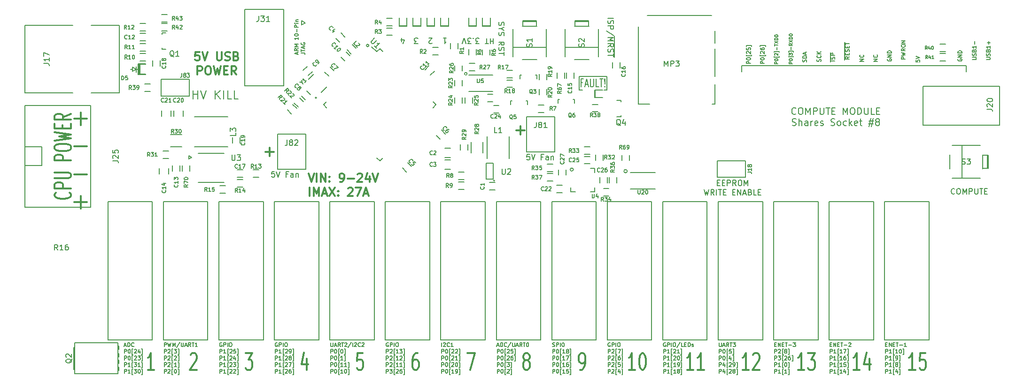
<source format=gbr>
G04 #@! TF.FileFunction,Legend,Top*
%FSLAX46Y46*%
G04 Gerber Fmt 4.6, Leading zero omitted, Abs format (unit mm)*
G04 Created by KiCad (PCBNEW 4.0.6-e0-6349~53~ubuntu14.04.1) date Thu Apr  6 14:07:17 2017*
%MOMM*%
%LPD*%
G01*
G04 APERTURE LIST*
%ADD10C,0.100000*%
%ADD11C,0.200000*%
%ADD12C,0.300000*%
%ADD13C,0.150000*%
%ADD14C,0.152400*%
%ADD15C,0.130000*%
G04 APERTURE END LIST*
D10*
D11*
X218609524Y-106032143D02*
X218561905Y-106079762D01*
X218419048Y-106127381D01*
X218323810Y-106127381D01*
X218180952Y-106079762D01*
X218085714Y-105984524D01*
X218038095Y-105889286D01*
X217990476Y-105698810D01*
X217990476Y-105555952D01*
X218038095Y-105365476D01*
X218085714Y-105270238D01*
X218180952Y-105175000D01*
X218323810Y-105127381D01*
X218419048Y-105127381D01*
X218561905Y-105175000D01*
X218609524Y-105222619D01*
X219228571Y-105127381D02*
X219419048Y-105127381D01*
X219514286Y-105175000D01*
X219609524Y-105270238D01*
X219657143Y-105460714D01*
X219657143Y-105794048D01*
X219609524Y-105984524D01*
X219514286Y-106079762D01*
X219419048Y-106127381D01*
X219228571Y-106127381D01*
X219133333Y-106079762D01*
X219038095Y-105984524D01*
X218990476Y-105794048D01*
X218990476Y-105460714D01*
X219038095Y-105270238D01*
X219133333Y-105175000D01*
X219228571Y-105127381D01*
X220085714Y-106127381D02*
X220085714Y-105127381D01*
X220419048Y-105841667D01*
X220752381Y-105127381D01*
X220752381Y-106127381D01*
X221228571Y-106127381D02*
X221228571Y-105127381D01*
X221609524Y-105127381D01*
X221704762Y-105175000D01*
X221752381Y-105222619D01*
X221800000Y-105317857D01*
X221800000Y-105460714D01*
X221752381Y-105555952D01*
X221704762Y-105603571D01*
X221609524Y-105651190D01*
X221228571Y-105651190D01*
X222228571Y-105127381D02*
X222228571Y-105936905D01*
X222276190Y-106032143D01*
X222323809Y-106079762D01*
X222419047Y-106127381D01*
X222609524Y-106127381D01*
X222704762Y-106079762D01*
X222752381Y-106032143D01*
X222800000Y-105936905D01*
X222800000Y-105127381D01*
X223133333Y-105127381D02*
X223704762Y-105127381D01*
X223419047Y-106127381D02*
X223419047Y-105127381D01*
X224038095Y-105603571D02*
X224371429Y-105603571D01*
X224514286Y-106127381D02*
X224038095Y-106127381D01*
X224038095Y-105127381D01*
X224514286Y-105127381D01*
X190000000Y-91628571D02*
X189942857Y-91685714D01*
X189771428Y-91742857D01*
X189657142Y-91742857D01*
X189485714Y-91685714D01*
X189371428Y-91571429D01*
X189314285Y-91457143D01*
X189257142Y-91228571D01*
X189257142Y-91057143D01*
X189314285Y-90828571D01*
X189371428Y-90714286D01*
X189485714Y-90600000D01*
X189657142Y-90542857D01*
X189771428Y-90542857D01*
X189942857Y-90600000D01*
X190000000Y-90657143D01*
X190742857Y-90542857D02*
X190971428Y-90542857D01*
X191085714Y-90600000D01*
X191200000Y-90714286D01*
X191257142Y-90942857D01*
X191257142Y-91342857D01*
X191200000Y-91571429D01*
X191085714Y-91685714D01*
X190971428Y-91742857D01*
X190742857Y-91742857D01*
X190628571Y-91685714D01*
X190514285Y-91571429D01*
X190457142Y-91342857D01*
X190457142Y-90942857D01*
X190514285Y-90714286D01*
X190628571Y-90600000D01*
X190742857Y-90542857D01*
X191771428Y-91742857D02*
X191771428Y-90542857D01*
X192171428Y-91400000D01*
X192571428Y-90542857D01*
X192571428Y-91742857D01*
X193142857Y-91742857D02*
X193142857Y-90542857D01*
X193600000Y-90542857D01*
X193714286Y-90600000D01*
X193771429Y-90657143D01*
X193828572Y-90771429D01*
X193828572Y-90942857D01*
X193771429Y-91057143D01*
X193714286Y-91114286D01*
X193600000Y-91171429D01*
X193142857Y-91171429D01*
X194342857Y-90542857D02*
X194342857Y-91514286D01*
X194400000Y-91628571D01*
X194457143Y-91685714D01*
X194571429Y-91742857D01*
X194800000Y-91742857D01*
X194914286Y-91685714D01*
X194971429Y-91628571D01*
X195028572Y-91514286D01*
X195028572Y-90542857D01*
X195428572Y-90542857D02*
X196114286Y-90542857D01*
X195771429Y-91742857D02*
X195771429Y-90542857D01*
X196514286Y-91114286D02*
X196914286Y-91114286D01*
X197085715Y-91742857D02*
X196514286Y-91742857D01*
X196514286Y-90542857D01*
X197085715Y-90542857D01*
X198514286Y-91742857D02*
X198514286Y-90542857D01*
X198914286Y-91400000D01*
X199314286Y-90542857D01*
X199314286Y-91742857D01*
X200114287Y-90542857D02*
X200342858Y-90542857D01*
X200457144Y-90600000D01*
X200571430Y-90714286D01*
X200628572Y-90942857D01*
X200628572Y-91342857D01*
X200571430Y-91571429D01*
X200457144Y-91685714D01*
X200342858Y-91742857D01*
X200114287Y-91742857D01*
X200000001Y-91685714D01*
X199885715Y-91571429D01*
X199828572Y-91342857D01*
X199828572Y-90942857D01*
X199885715Y-90714286D01*
X200000001Y-90600000D01*
X200114287Y-90542857D01*
X201142858Y-91742857D02*
X201142858Y-90542857D01*
X201428573Y-90542857D01*
X201600001Y-90600000D01*
X201714287Y-90714286D01*
X201771430Y-90828571D01*
X201828573Y-91057143D01*
X201828573Y-91228571D01*
X201771430Y-91457143D01*
X201714287Y-91571429D01*
X201600001Y-91685714D01*
X201428573Y-91742857D01*
X201142858Y-91742857D01*
X202342858Y-90542857D02*
X202342858Y-91514286D01*
X202400001Y-91628571D01*
X202457144Y-91685714D01*
X202571430Y-91742857D01*
X202800001Y-91742857D01*
X202914287Y-91685714D01*
X202971430Y-91628571D01*
X203028573Y-91514286D01*
X203028573Y-90542857D01*
X204171430Y-91742857D02*
X203600001Y-91742857D01*
X203600001Y-90542857D01*
X204571430Y-91114286D02*
X204971430Y-91114286D01*
X205142859Y-91742857D02*
X204571430Y-91742857D01*
X204571430Y-90542857D01*
X205142859Y-90542857D01*
X189342858Y-93685714D02*
X189514287Y-93742857D01*
X189800001Y-93742857D01*
X189914287Y-93685714D01*
X189971430Y-93628571D01*
X190028573Y-93514286D01*
X190028573Y-93400000D01*
X189971430Y-93285714D01*
X189914287Y-93228571D01*
X189800001Y-93171429D01*
X189571430Y-93114286D01*
X189457144Y-93057143D01*
X189400001Y-93000000D01*
X189342858Y-92885714D01*
X189342858Y-92771429D01*
X189400001Y-92657143D01*
X189457144Y-92600000D01*
X189571430Y-92542857D01*
X189857144Y-92542857D01*
X190028573Y-92600000D01*
X190542858Y-93742857D02*
X190542858Y-92542857D01*
X191057144Y-93742857D02*
X191057144Y-93114286D01*
X191000001Y-93000000D01*
X190885715Y-92942857D01*
X190714287Y-92942857D01*
X190600001Y-93000000D01*
X190542858Y-93057143D01*
X192142858Y-93742857D02*
X192142858Y-93114286D01*
X192085715Y-93000000D01*
X191971429Y-92942857D01*
X191742858Y-92942857D01*
X191628572Y-93000000D01*
X192142858Y-93685714D02*
X192028572Y-93742857D01*
X191742858Y-93742857D01*
X191628572Y-93685714D01*
X191571429Y-93571429D01*
X191571429Y-93457143D01*
X191628572Y-93342857D01*
X191742858Y-93285714D01*
X192028572Y-93285714D01*
X192142858Y-93228571D01*
X192714286Y-93742857D02*
X192714286Y-92942857D01*
X192714286Y-93171429D02*
X192771429Y-93057143D01*
X192828572Y-93000000D01*
X192942858Y-92942857D01*
X193057143Y-92942857D01*
X193914286Y-93685714D02*
X193800000Y-93742857D01*
X193571429Y-93742857D01*
X193457143Y-93685714D01*
X193400000Y-93571429D01*
X193400000Y-93114286D01*
X193457143Y-93000000D01*
X193571429Y-92942857D01*
X193800000Y-92942857D01*
X193914286Y-93000000D01*
X193971429Y-93114286D01*
X193971429Y-93228571D01*
X193400000Y-93342857D01*
X194428571Y-93685714D02*
X194542857Y-93742857D01*
X194771429Y-93742857D01*
X194885714Y-93685714D01*
X194942857Y-93571429D01*
X194942857Y-93514286D01*
X194885714Y-93400000D01*
X194771429Y-93342857D01*
X194600000Y-93342857D01*
X194485714Y-93285714D01*
X194428571Y-93171429D01*
X194428571Y-93114286D01*
X194485714Y-93000000D01*
X194600000Y-92942857D01*
X194771429Y-92942857D01*
X194885714Y-93000000D01*
X196314286Y-93685714D02*
X196485715Y-93742857D01*
X196771429Y-93742857D01*
X196885715Y-93685714D01*
X196942858Y-93628571D01*
X197000001Y-93514286D01*
X197000001Y-93400000D01*
X196942858Y-93285714D01*
X196885715Y-93228571D01*
X196771429Y-93171429D01*
X196542858Y-93114286D01*
X196428572Y-93057143D01*
X196371429Y-93000000D01*
X196314286Y-92885714D01*
X196314286Y-92771429D01*
X196371429Y-92657143D01*
X196428572Y-92600000D01*
X196542858Y-92542857D01*
X196828572Y-92542857D01*
X197000001Y-92600000D01*
X197685715Y-93742857D02*
X197571429Y-93685714D01*
X197514286Y-93628571D01*
X197457143Y-93514286D01*
X197457143Y-93171429D01*
X197514286Y-93057143D01*
X197571429Y-93000000D01*
X197685715Y-92942857D01*
X197857143Y-92942857D01*
X197971429Y-93000000D01*
X198028572Y-93057143D01*
X198085715Y-93171429D01*
X198085715Y-93514286D01*
X198028572Y-93628571D01*
X197971429Y-93685714D01*
X197857143Y-93742857D01*
X197685715Y-93742857D01*
X199114286Y-93685714D02*
X199000000Y-93742857D01*
X198771429Y-93742857D01*
X198657143Y-93685714D01*
X198600000Y-93628571D01*
X198542857Y-93514286D01*
X198542857Y-93171429D01*
X198600000Y-93057143D01*
X198657143Y-93000000D01*
X198771429Y-92942857D01*
X199000000Y-92942857D01*
X199114286Y-93000000D01*
X199628571Y-93742857D02*
X199628571Y-92542857D01*
X199742857Y-93285714D02*
X200085714Y-93742857D01*
X200085714Y-92942857D02*
X199628571Y-93400000D01*
X201057143Y-93685714D02*
X200942857Y-93742857D01*
X200714286Y-93742857D01*
X200600000Y-93685714D01*
X200542857Y-93571429D01*
X200542857Y-93114286D01*
X200600000Y-93000000D01*
X200714286Y-92942857D01*
X200942857Y-92942857D01*
X201057143Y-93000000D01*
X201114286Y-93114286D01*
X201114286Y-93228571D01*
X200542857Y-93342857D01*
X201457143Y-92942857D02*
X201914286Y-92942857D01*
X201628571Y-92542857D02*
X201628571Y-93571429D01*
X201685714Y-93685714D01*
X201800000Y-93742857D01*
X201914286Y-93742857D01*
X203171428Y-92942857D02*
X204028571Y-92942857D01*
X203514286Y-92428571D02*
X203171428Y-93971429D01*
X203914286Y-93457143D02*
X203057143Y-93457143D01*
X203571428Y-93971429D02*
X203914286Y-92428571D01*
X204600000Y-93057143D02*
X204485714Y-93000000D01*
X204428571Y-92942857D01*
X204371428Y-92828571D01*
X204371428Y-92771429D01*
X204428571Y-92657143D01*
X204485714Y-92600000D01*
X204600000Y-92542857D01*
X204828571Y-92542857D01*
X204942857Y-92600000D01*
X205000000Y-92657143D01*
X205057143Y-92771429D01*
X205057143Y-92828571D01*
X205000000Y-92942857D01*
X204942857Y-93000000D01*
X204828571Y-93057143D01*
X204600000Y-93057143D01*
X204485714Y-93114286D01*
X204428571Y-93171429D01*
X204371428Y-93285714D01*
X204371428Y-93514286D01*
X204428571Y-93628571D01*
X204485714Y-93685714D01*
X204600000Y-93742857D01*
X204828571Y-93742857D01*
X204942857Y-93685714D01*
X205000000Y-93628571D01*
X205057143Y-93514286D01*
X205057143Y-93285714D01*
X205000000Y-93171429D01*
X204942857Y-93114286D01*
X204828571Y-93057143D01*
D12*
X80880952Y-135142857D02*
X80976190Y-135000000D01*
X81166667Y-134857143D01*
X81642857Y-134857143D01*
X81833333Y-135000000D01*
X81928571Y-135142857D01*
X82023810Y-135428571D01*
X82023810Y-135714286D01*
X81928571Y-136142857D01*
X80785714Y-137857143D01*
X82023810Y-137857143D01*
X141261905Y-136142857D02*
X141071429Y-136000000D01*
X140976190Y-135857143D01*
X140880952Y-135571429D01*
X140880952Y-135428571D01*
X140976190Y-135142857D01*
X141071429Y-135000000D01*
X141261905Y-134857143D01*
X141642857Y-134857143D01*
X141833333Y-135000000D01*
X141928571Y-135142857D01*
X142023810Y-135428571D01*
X142023810Y-135571429D01*
X141928571Y-135857143D01*
X141833333Y-136000000D01*
X141642857Y-136142857D01*
X141261905Y-136142857D01*
X141071429Y-136285714D01*
X140976190Y-136428571D01*
X140880952Y-136714286D01*
X140880952Y-137285714D01*
X140976190Y-137571429D01*
X141071429Y-137714286D01*
X141261905Y-137857143D01*
X141642857Y-137857143D01*
X141833333Y-137714286D01*
X141928571Y-137571429D01*
X142023810Y-137285714D01*
X142023810Y-136714286D01*
X141928571Y-136428571D01*
X141833333Y-136285714D01*
X141642857Y-136142857D01*
D11*
X175838095Y-104078571D02*
X176171429Y-104078571D01*
X176314286Y-104602381D02*
X175838095Y-104602381D01*
X175838095Y-103602381D01*
X176314286Y-103602381D01*
X176742857Y-104078571D02*
X177076191Y-104078571D01*
X177219048Y-104602381D02*
X176742857Y-104602381D01*
X176742857Y-103602381D01*
X177219048Y-103602381D01*
X177647619Y-104602381D02*
X177647619Y-103602381D01*
X178028572Y-103602381D01*
X178123810Y-103650000D01*
X178171429Y-103697619D01*
X178219048Y-103792857D01*
X178219048Y-103935714D01*
X178171429Y-104030952D01*
X178123810Y-104078571D01*
X178028572Y-104126190D01*
X177647619Y-104126190D01*
X179219048Y-104602381D02*
X178885714Y-104126190D01*
X178647619Y-104602381D02*
X178647619Y-103602381D01*
X179028572Y-103602381D01*
X179123810Y-103650000D01*
X179171429Y-103697619D01*
X179219048Y-103792857D01*
X179219048Y-103935714D01*
X179171429Y-104030952D01*
X179123810Y-104078571D01*
X179028572Y-104126190D01*
X178647619Y-104126190D01*
X179838095Y-103602381D02*
X180028572Y-103602381D01*
X180123810Y-103650000D01*
X180219048Y-103745238D01*
X180266667Y-103935714D01*
X180266667Y-104269048D01*
X180219048Y-104459524D01*
X180123810Y-104554762D01*
X180028572Y-104602381D01*
X179838095Y-104602381D01*
X179742857Y-104554762D01*
X179647619Y-104459524D01*
X179600000Y-104269048D01*
X179600000Y-103935714D01*
X179647619Y-103745238D01*
X179742857Y-103650000D01*
X179838095Y-103602381D01*
X180695238Y-104602381D02*
X180695238Y-103602381D01*
X181028572Y-104316667D01*
X181361905Y-103602381D01*
X181361905Y-104602381D01*
X173457143Y-105302381D02*
X173695238Y-106302381D01*
X173885715Y-105588095D01*
X174076191Y-106302381D01*
X174314286Y-105302381D01*
X175266667Y-106302381D02*
X174933333Y-105826190D01*
X174695238Y-106302381D02*
X174695238Y-105302381D01*
X175076191Y-105302381D01*
X175171429Y-105350000D01*
X175219048Y-105397619D01*
X175266667Y-105492857D01*
X175266667Y-105635714D01*
X175219048Y-105730952D01*
X175171429Y-105778571D01*
X175076191Y-105826190D01*
X174695238Y-105826190D01*
X175695238Y-106302381D02*
X175695238Y-105302381D01*
X176028571Y-105302381D02*
X176600000Y-105302381D01*
X176314285Y-106302381D02*
X176314285Y-105302381D01*
X176933333Y-105778571D02*
X177266667Y-105778571D01*
X177409524Y-106302381D02*
X176933333Y-106302381D01*
X176933333Y-105302381D01*
X177409524Y-105302381D01*
X178600000Y-105778571D02*
X178933334Y-105778571D01*
X179076191Y-106302381D02*
X178600000Y-106302381D01*
X178600000Y-105302381D01*
X179076191Y-105302381D01*
X179504762Y-106302381D02*
X179504762Y-105302381D01*
X180076191Y-106302381D01*
X180076191Y-105302381D01*
X180504762Y-106016667D02*
X180980953Y-106016667D01*
X180409524Y-106302381D02*
X180742857Y-105302381D01*
X181076191Y-106302381D01*
X181742858Y-105778571D02*
X181885715Y-105826190D01*
X181933334Y-105873810D01*
X181980953Y-105969048D01*
X181980953Y-106111905D01*
X181933334Y-106207143D01*
X181885715Y-106254762D01*
X181790477Y-106302381D01*
X181409524Y-106302381D01*
X181409524Y-105302381D01*
X181742858Y-105302381D01*
X181838096Y-105350000D01*
X181885715Y-105397619D01*
X181933334Y-105492857D01*
X181933334Y-105588095D01*
X181885715Y-105683333D01*
X181838096Y-105730952D01*
X181742858Y-105778571D01*
X181409524Y-105778571D01*
X182885715Y-106302381D02*
X182409524Y-106302381D01*
X182409524Y-105302381D01*
X183219048Y-105778571D02*
X183552382Y-105778571D01*
X183695239Y-106302381D02*
X183219048Y-106302381D01*
X183219048Y-105302381D01*
X183695239Y-105302381D01*
X81357143Y-88928571D02*
X81357143Y-87428571D01*
X81357143Y-88142857D02*
X82214286Y-88142857D01*
X82214286Y-88928571D02*
X82214286Y-87428571D01*
X82714286Y-87428571D02*
X83214286Y-88928571D01*
X83714286Y-87428571D01*
X85357143Y-88928571D02*
X85357143Y-87428571D01*
X86214286Y-88928571D02*
X85571429Y-88071429D01*
X86214286Y-87428571D02*
X85357143Y-88285714D01*
X86857143Y-88928571D02*
X86857143Y-87428571D01*
X88285715Y-88928571D02*
X87571429Y-88928571D01*
X87571429Y-87428571D01*
X89500001Y-88928571D02*
X88785715Y-88928571D01*
X88785715Y-87428571D01*
X142014286Y-98952381D02*
X141538095Y-98952381D01*
X141490476Y-99428571D01*
X141538095Y-99380952D01*
X141633333Y-99333333D01*
X141871429Y-99333333D01*
X141966667Y-99380952D01*
X142014286Y-99428571D01*
X142061905Y-99523810D01*
X142061905Y-99761905D01*
X142014286Y-99857143D01*
X141966667Y-99904762D01*
X141871429Y-99952381D01*
X141633333Y-99952381D01*
X141538095Y-99904762D01*
X141490476Y-99857143D01*
X142347619Y-98952381D02*
X142680952Y-99952381D01*
X143014286Y-98952381D01*
X144442858Y-99428571D02*
X144109524Y-99428571D01*
X144109524Y-99952381D02*
X144109524Y-98952381D01*
X144585715Y-98952381D01*
X145395239Y-99952381D02*
X145395239Y-99428571D01*
X145347620Y-99333333D01*
X145252382Y-99285714D01*
X145061905Y-99285714D01*
X144966667Y-99333333D01*
X145395239Y-99904762D02*
X145300001Y-99952381D01*
X145061905Y-99952381D01*
X144966667Y-99904762D01*
X144919048Y-99809524D01*
X144919048Y-99714286D01*
X144966667Y-99619048D01*
X145061905Y-99571429D01*
X145300001Y-99571429D01*
X145395239Y-99523810D01*
X145871429Y-99285714D02*
X145871429Y-99952381D01*
X145871429Y-99380952D02*
X145919048Y-99333333D01*
X146014286Y-99285714D01*
X146157144Y-99285714D01*
X146252382Y-99333333D01*
X146300001Y-99428571D01*
X146300001Y-99952381D01*
D12*
X139576190Y-94642857D02*
X141100000Y-94642857D01*
X140338095Y-95404762D02*
X140338095Y-93880952D01*
X94376190Y-98542857D02*
X95900000Y-98542857D01*
X95138095Y-99304762D02*
X95138095Y-97780952D01*
D11*
X96014286Y-102052381D02*
X95538095Y-102052381D01*
X95490476Y-102528571D01*
X95538095Y-102480952D01*
X95633333Y-102433333D01*
X95871429Y-102433333D01*
X95966667Y-102480952D01*
X96014286Y-102528571D01*
X96061905Y-102623810D01*
X96061905Y-102861905D01*
X96014286Y-102957143D01*
X95966667Y-103004762D01*
X95871429Y-103052381D01*
X95633333Y-103052381D01*
X95538095Y-103004762D01*
X95490476Y-102957143D01*
X96347619Y-102052381D02*
X96680952Y-103052381D01*
X97014286Y-102052381D01*
X98442858Y-102528571D02*
X98109524Y-102528571D01*
X98109524Y-103052381D02*
X98109524Y-102052381D01*
X98585715Y-102052381D01*
X99395239Y-103052381D02*
X99395239Y-102528571D01*
X99347620Y-102433333D01*
X99252382Y-102385714D01*
X99061905Y-102385714D01*
X98966667Y-102433333D01*
X99395239Y-103004762D02*
X99300001Y-103052381D01*
X99061905Y-103052381D01*
X98966667Y-103004762D01*
X98919048Y-102909524D01*
X98919048Y-102814286D01*
X98966667Y-102719048D01*
X99061905Y-102671429D01*
X99300001Y-102671429D01*
X99395239Y-102623810D01*
X99871429Y-102385714D02*
X99871429Y-103052381D01*
X99871429Y-102480952D02*
X99919048Y-102433333D01*
X100014286Y-102385714D01*
X100157144Y-102385714D01*
X100252382Y-102433333D01*
X100300001Y-102528571D01*
X100300001Y-103052381D01*
X155900000Y-87300000D02*
X155400000Y-87300000D01*
X155900000Y-84900000D02*
X155900000Y-87300000D01*
X150900000Y-84900000D02*
X155900000Y-84900000D01*
X150900000Y-87300000D02*
X150900000Y-84900000D01*
X151500000Y-87300000D02*
X150900000Y-87300000D01*
X151566667Y-85992857D02*
X151233333Y-85992857D01*
X151233333Y-86778571D02*
X151233333Y-85278571D01*
X151709524Y-85278571D01*
X152042857Y-86350000D02*
X152519048Y-86350000D01*
X151947619Y-86778571D02*
X152280952Y-85278571D01*
X152614286Y-86778571D01*
X152947619Y-85278571D02*
X152947619Y-86492857D01*
X152995238Y-86635714D01*
X153042857Y-86707143D01*
X153138095Y-86778571D01*
X153328572Y-86778571D01*
X153423810Y-86707143D01*
X153471429Y-86635714D01*
X153519048Y-86492857D01*
X153519048Y-85278571D01*
X154471429Y-86778571D02*
X153995238Y-86778571D01*
X153995238Y-85278571D01*
X154661905Y-85278571D02*
X155233334Y-85278571D01*
X154947619Y-86778571D02*
X154947619Y-85278571D01*
X155566667Y-86635714D02*
X155614286Y-86707143D01*
X155566667Y-86778571D01*
X155519048Y-86707143D01*
X155566667Y-86635714D01*
X155566667Y-86778571D01*
X155566667Y-86207143D02*
X155519048Y-85350000D01*
X155566667Y-85278571D01*
X155614286Y-85350000D01*
X155566667Y-86207143D01*
X155566667Y-85278571D01*
D12*
X211523810Y-137857143D02*
X210380952Y-137857143D01*
X210952381Y-137857143D02*
X210952381Y-134857143D01*
X210761905Y-135285714D01*
X210571429Y-135571429D01*
X210380952Y-135714286D01*
X213333333Y-134857143D02*
X212380952Y-134857143D01*
X212285714Y-136285714D01*
X212380952Y-136142857D01*
X212571429Y-136000000D01*
X213047619Y-136000000D01*
X213238095Y-136142857D01*
X213333333Y-136285714D01*
X213428572Y-136571429D01*
X213428572Y-137285714D01*
X213333333Y-137571429D01*
X213238095Y-137714286D01*
X213047619Y-137857143D01*
X212571429Y-137857143D01*
X212380952Y-137714286D01*
X212285714Y-137571429D01*
X201523810Y-137857143D02*
X200380952Y-137857143D01*
X200952381Y-137857143D02*
X200952381Y-134857143D01*
X200761905Y-135285714D01*
X200571429Y-135571429D01*
X200380952Y-135714286D01*
X203238095Y-135857143D02*
X203238095Y-137857143D01*
X202761905Y-134714286D02*
X202285714Y-136857143D01*
X203523810Y-136857143D01*
X191523810Y-137857143D02*
X190380952Y-137857143D01*
X190952381Y-137857143D02*
X190952381Y-134857143D01*
X190761905Y-135285714D01*
X190571429Y-135571429D01*
X190380952Y-135714286D01*
X192190476Y-134857143D02*
X193428572Y-134857143D01*
X192761905Y-136000000D01*
X193047619Y-136000000D01*
X193238095Y-136142857D01*
X193333333Y-136285714D01*
X193428572Y-136571429D01*
X193428572Y-137285714D01*
X193333333Y-137571429D01*
X193238095Y-137714286D01*
X193047619Y-137857143D01*
X192476191Y-137857143D01*
X192285714Y-137714286D01*
X192190476Y-137571429D01*
X181523810Y-137857143D02*
X180380952Y-137857143D01*
X180952381Y-137857143D02*
X180952381Y-134857143D01*
X180761905Y-135285714D01*
X180571429Y-135571429D01*
X180380952Y-135714286D01*
X182285714Y-135142857D02*
X182380952Y-135000000D01*
X182571429Y-134857143D01*
X183047619Y-134857143D01*
X183238095Y-135000000D01*
X183333333Y-135142857D01*
X183428572Y-135428571D01*
X183428572Y-135714286D01*
X183333333Y-136142857D01*
X182190476Y-137857143D01*
X183428572Y-137857143D01*
X171523810Y-137857143D02*
X170380952Y-137857143D01*
X170952381Y-137857143D02*
X170952381Y-134857143D01*
X170761905Y-135285714D01*
X170571429Y-135571429D01*
X170380952Y-135714286D01*
X173428572Y-137857143D02*
X172285714Y-137857143D01*
X172857143Y-137857143D02*
X172857143Y-134857143D01*
X172666667Y-135285714D01*
X172476191Y-135571429D01*
X172285714Y-135714286D01*
X161023810Y-137857143D02*
X159880952Y-137857143D01*
X160452381Y-137857143D02*
X160452381Y-134857143D01*
X160261905Y-135285714D01*
X160071429Y-135571429D01*
X159880952Y-135714286D01*
X162261905Y-134857143D02*
X162452381Y-134857143D01*
X162642857Y-135000000D01*
X162738095Y-135142857D01*
X162833333Y-135428571D01*
X162928572Y-136000000D01*
X162928572Y-136714286D01*
X162833333Y-137285714D01*
X162738095Y-137571429D01*
X162642857Y-137714286D01*
X162452381Y-137857143D01*
X162261905Y-137857143D01*
X162071429Y-137714286D01*
X161976191Y-137571429D01*
X161880952Y-137285714D01*
X161785714Y-136714286D01*
X161785714Y-136000000D01*
X161880952Y-135428571D01*
X161976191Y-135142857D01*
X162071429Y-135000000D01*
X162261905Y-134857143D01*
X151071429Y-137857143D02*
X151452381Y-137857143D01*
X151642857Y-137714286D01*
X151738095Y-137571429D01*
X151928571Y-137142857D01*
X152023810Y-136571429D01*
X152023810Y-135428571D01*
X151928571Y-135142857D01*
X151833333Y-135000000D01*
X151642857Y-134857143D01*
X151261905Y-134857143D01*
X151071429Y-135000000D01*
X150976190Y-135142857D01*
X150880952Y-135428571D01*
X150880952Y-136142857D01*
X150976190Y-136428571D01*
X151071429Y-136571429D01*
X151261905Y-136714286D01*
X151642857Y-136714286D01*
X151833333Y-136571429D01*
X151928571Y-136428571D01*
X152023810Y-136142857D01*
X130785714Y-134857143D02*
X132119048Y-134857143D01*
X131261905Y-137857143D01*
X121833333Y-134857143D02*
X121452381Y-134857143D01*
X121261905Y-135000000D01*
X121166667Y-135142857D01*
X120976190Y-135571429D01*
X120880952Y-136142857D01*
X120880952Y-137285714D01*
X120976190Y-137571429D01*
X121071429Y-137714286D01*
X121261905Y-137857143D01*
X121642857Y-137857143D01*
X121833333Y-137714286D01*
X121928571Y-137571429D01*
X122023810Y-137285714D01*
X122023810Y-136571429D01*
X121928571Y-136285714D01*
X121833333Y-136142857D01*
X121642857Y-136000000D01*
X121261905Y-136000000D01*
X121071429Y-136142857D01*
X120976190Y-136285714D01*
X120880952Y-136571429D01*
X111928571Y-134857143D02*
X110976190Y-134857143D01*
X110880952Y-136285714D01*
X110976190Y-136142857D01*
X111166667Y-136000000D01*
X111642857Y-136000000D01*
X111833333Y-136142857D01*
X111928571Y-136285714D01*
X112023810Y-136571429D01*
X112023810Y-137285714D01*
X111928571Y-137571429D01*
X111833333Y-137714286D01*
X111642857Y-137857143D01*
X111166667Y-137857143D01*
X110976190Y-137714286D01*
X110880952Y-137571429D01*
X101833333Y-135857143D02*
X101833333Y-137857143D01*
X101357143Y-134714286D02*
X100880952Y-136857143D01*
X102119048Y-136857143D01*
X90785714Y-134857143D02*
X92023810Y-134857143D01*
X91357143Y-136000000D01*
X91642857Y-136000000D01*
X91833333Y-136142857D01*
X91928571Y-136285714D01*
X92023810Y-136571429D01*
X92023810Y-137285714D01*
X91928571Y-137571429D01*
X91833333Y-137714286D01*
X91642857Y-137857143D01*
X91071429Y-137857143D01*
X90880952Y-137714286D01*
X90785714Y-137571429D01*
X74323810Y-137857143D02*
X73180952Y-137857143D01*
X73752381Y-137857143D02*
X73752381Y-134857143D01*
X73561905Y-135285714D01*
X73371429Y-135571429D01*
X73180952Y-135714286D01*
D13*
X206166667Y-133300000D02*
X206400000Y-133300000D01*
X206500000Y-133666667D02*
X206166667Y-133666667D01*
X206166667Y-132966667D01*
X206500000Y-132966667D01*
X206800000Y-133666667D02*
X206800000Y-132966667D01*
X207200000Y-133666667D01*
X207200000Y-132966667D01*
X207533333Y-133300000D02*
X207766666Y-133300000D01*
X207866666Y-133666667D02*
X207533333Y-133666667D01*
X207533333Y-132966667D01*
X207866666Y-132966667D01*
X208066666Y-132966667D02*
X208466666Y-132966667D01*
X208266666Y-133666667D02*
X208266666Y-132966667D01*
X208699999Y-133400000D02*
X209233332Y-133400000D01*
X209933332Y-133666667D02*
X209533332Y-133666667D01*
X209733332Y-133666667D02*
X209733332Y-132966667D01*
X209666666Y-133066667D01*
X209599999Y-133133333D01*
X209533332Y-133166667D01*
X206166667Y-134866667D02*
X206166667Y-134166667D01*
X206433333Y-134166667D01*
X206500000Y-134200000D01*
X206533333Y-134233333D01*
X206566667Y-134300000D01*
X206566667Y-134400000D01*
X206533333Y-134466667D01*
X206500000Y-134500000D01*
X206433333Y-134533333D01*
X206166667Y-134533333D01*
X207233333Y-134866667D02*
X206833333Y-134866667D01*
X207033333Y-134866667D02*
X207033333Y-134166667D01*
X206966667Y-134266667D01*
X206900000Y-134333333D01*
X206833333Y-134366667D01*
X207733334Y-135100000D02*
X207566667Y-135100000D01*
X207566667Y-134100000D01*
X207733334Y-134100000D01*
X208366667Y-134866667D02*
X207966667Y-134866667D01*
X208166667Y-134866667D02*
X208166667Y-134166667D01*
X208100001Y-134266667D01*
X208033334Y-134333333D01*
X207966667Y-134366667D01*
X208800001Y-134166667D02*
X208866668Y-134166667D01*
X208933334Y-134200000D01*
X208966668Y-134233333D01*
X209000001Y-134300000D01*
X209033334Y-134433333D01*
X209033334Y-134600000D01*
X209000001Y-134733333D01*
X208966668Y-134800000D01*
X208933334Y-134833333D01*
X208866668Y-134866667D01*
X208800001Y-134866667D01*
X208733334Y-134833333D01*
X208700001Y-134800000D01*
X208666668Y-134733333D01*
X208633334Y-134600000D01*
X208633334Y-134433333D01*
X208666668Y-134300000D01*
X208700001Y-134233333D01*
X208733334Y-134200000D01*
X208800001Y-134166667D01*
X209266668Y-135100000D02*
X209433335Y-135100000D01*
X209433335Y-134100000D01*
X209266668Y-134100000D01*
X206166667Y-136066667D02*
X206166667Y-135366667D01*
X206433333Y-135366667D01*
X206500000Y-135400000D01*
X206533333Y-135433333D01*
X206566667Y-135500000D01*
X206566667Y-135600000D01*
X206533333Y-135666667D01*
X206500000Y-135700000D01*
X206433333Y-135733333D01*
X206166667Y-135733333D01*
X207233333Y-136066667D02*
X206833333Y-136066667D01*
X207033333Y-136066667D02*
X207033333Y-135366667D01*
X206966667Y-135466667D01*
X206900000Y-135533333D01*
X206833333Y-135566667D01*
X207733334Y-136300000D02*
X207566667Y-136300000D01*
X207566667Y-135300000D01*
X207733334Y-135300000D01*
X208033334Y-136066667D02*
X208166667Y-136066667D01*
X208233334Y-136033333D01*
X208266667Y-136000000D01*
X208333334Y-135900000D01*
X208366667Y-135766667D01*
X208366667Y-135500000D01*
X208333334Y-135433333D01*
X208300001Y-135400000D01*
X208233334Y-135366667D01*
X208100001Y-135366667D01*
X208033334Y-135400000D01*
X208000001Y-135433333D01*
X207966667Y-135500000D01*
X207966667Y-135666667D01*
X208000001Y-135733333D01*
X208033334Y-135766667D01*
X208100001Y-135800000D01*
X208233334Y-135800000D01*
X208300001Y-135766667D01*
X208333334Y-135733333D01*
X208366667Y-135666667D01*
X208600001Y-136300000D02*
X208766668Y-136300000D01*
X208766668Y-135300000D01*
X208600001Y-135300000D01*
X206166667Y-137266667D02*
X206166667Y-136566667D01*
X206433333Y-136566667D01*
X206500000Y-136600000D01*
X206533333Y-136633333D01*
X206566667Y-136700000D01*
X206566667Y-136800000D01*
X206533333Y-136866667D01*
X206500000Y-136900000D01*
X206433333Y-136933333D01*
X206166667Y-136933333D01*
X207233333Y-137266667D02*
X206833333Y-137266667D01*
X207033333Y-137266667D02*
X207033333Y-136566667D01*
X206966667Y-136666667D01*
X206900000Y-136733333D01*
X206833333Y-136766667D01*
X207733334Y-137500000D02*
X207566667Y-137500000D01*
X207566667Y-136500000D01*
X207733334Y-136500000D01*
X208100001Y-136866667D02*
X208033334Y-136833333D01*
X208000001Y-136800000D01*
X207966667Y-136733333D01*
X207966667Y-136700000D01*
X208000001Y-136633333D01*
X208033334Y-136600000D01*
X208100001Y-136566667D01*
X208233334Y-136566667D01*
X208300001Y-136600000D01*
X208333334Y-136633333D01*
X208366667Y-136700000D01*
X208366667Y-136733333D01*
X208333334Y-136800000D01*
X208300001Y-136833333D01*
X208233334Y-136866667D01*
X208100001Y-136866667D01*
X208033334Y-136900000D01*
X208000001Y-136933333D01*
X207966667Y-137000000D01*
X207966667Y-137133333D01*
X208000001Y-137200000D01*
X208033334Y-137233333D01*
X208100001Y-137266667D01*
X208233334Y-137266667D01*
X208300001Y-137233333D01*
X208333334Y-137200000D01*
X208366667Y-137133333D01*
X208366667Y-137000000D01*
X208333334Y-136933333D01*
X208300001Y-136900000D01*
X208233334Y-136866667D01*
X208600001Y-137500000D02*
X208766668Y-137500000D01*
X208766668Y-136500000D01*
X208600001Y-136500000D01*
X206166667Y-138466667D02*
X206166667Y-137766667D01*
X206433333Y-137766667D01*
X206500000Y-137800000D01*
X206533333Y-137833333D01*
X206566667Y-137900000D01*
X206566667Y-138000000D01*
X206533333Y-138066667D01*
X206500000Y-138100000D01*
X206433333Y-138133333D01*
X206166667Y-138133333D01*
X207233333Y-138466667D02*
X206833333Y-138466667D01*
X207033333Y-138466667D02*
X207033333Y-137766667D01*
X206966667Y-137866667D01*
X206900000Y-137933333D01*
X206833333Y-137966667D01*
X207733334Y-138700000D02*
X207566667Y-138700000D01*
X207566667Y-137700000D01*
X207733334Y-137700000D01*
X208300001Y-138000000D02*
X208300001Y-138466667D01*
X208133334Y-137733333D02*
X207966667Y-138233333D01*
X208400001Y-138233333D01*
X208600001Y-138700000D02*
X208766668Y-138700000D01*
X208766668Y-137700000D01*
X208600001Y-137700000D01*
X196166667Y-133300000D02*
X196400000Y-133300000D01*
X196500000Y-133666667D02*
X196166667Y-133666667D01*
X196166667Y-132966667D01*
X196500000Y-132966667D01*
X196800000Y-133666667D02*
X196800000Y-132966667D01*
X197200000Y-133666667D01*
X197200000Y-132966667D01*
X197533333Y-133300000D02*
X197766666Y-133300000D01*
X197866666Y-133666667D02*
X197533333Y-133666667D01*
X197533333Y-132966667D01*
X197866666Y-132966667D01*
X198066666Y-132966667D02*
X198466666Y-132966667D01*
X198266666Y-133666667D02*
X198266666Y-132966667D01*
X198699999Y-133400000D02*
X199233332Y-133400000D01*
X199533332Y-133033333D02*
X199566666Y-133000000D01*
X199633332Y-132966667D01*
X199799999Y-132966667D01*
X199866666Y-133000000D01*
X199899999Y-133033333D01*
X199933332Y-133100000D01*
X199933332Y-133166667D01*
X199899999Y-133266667D01*
X199499999Y-133666667D01*
X199933332Y-133666667D01*
X196166667Y-134866667D02*
X196166667Y-134166667D01*
X196433333Y-134166667D01*
X196500000Y-134200000D01*
X196533333Y-134233333D01*
X196566667Y-134300000D01*
X196566667Y-134400000D01*
X196533333Y-134466667D01*
X196500000Y-134500000D01*
X196433333Y-134533333D01*
X196166667Y-134533333D01*
X197233333Y-134866667D02*
X196833333Y-134866667D01*
X197033333Y-134866667D02*
X197033333Y-134166667D01*
X196966667Y-134266667D01*
X196900000Y-134333333D01*
X196833333Y-134366667D01*
X197733334Y-135100000D02*
X197566667Y-135100000D01*
X197566667Y-134100000D01*
X197733334Y-134100000D01*
X198366667Y-134866667D02*
X197966667Y-134866667D01*
X198166667Y-134866667D02*
X198166667Y-134166667D01*
X198100001Y-134266667D01*
X198033334Y-134333333D01*
X197966667Y-134366667D01*
X198600001Y-134166667D02*
X199066668Y-134166667D01*
X198766668Y-134866667D01*
X199266668Y-135100000D02*
X199433335Y-135100000D01*
X199433335Y-134100000D01*
X199266668Y-134100000D01*
X196166667Y-136066667D02*
X196166667Y-135366667D01*
X196433333Y-135366667D01*
X196500000Y-135400000D01*
X196533333Y-135433333D01*
X196566667Y-135500000D01*
X196566667Y-135600000D01*
X196533333Y-135666667D01*
X196500000Y-135700000D01*
X196433333Y-135733333D01*
X196166667Y-135733333D01*
X197233333Y-136066667D02*
X196833333Y-136066667D01*
X197033333Y-136066667D02*
X197033333Y-135366667D01*
X196966667Y-135466667D01*
X196900000Y-135533333D01*
X196833333Y-135566667D01*
X197733334Y-136300000D02*
X197566667Y-136300000D01*
X197566667Y-135300000D01*
X197733334Y-135300000D01*
X198366667Y-136066667D02*
X197966667Y-136066667D01*
X198166667Y-136066667D02*
X198166667Y-135366667D01*
X198100001Y-135466667D01*
X198033334Y-135533333D01*
X197966667Y-135566667D01*
X198966668Y-135366667D02*
X198833334Y-135366667D01*
X198766668Y-135400000D01*
X198733334Y-135433333D01*
X198666668Y-135533333D01*
X198633334Y-135666667D01*
X198633334Y-135933333D01*
X198666668Y-136000000D01*
X198700001Y-136033333D01*
X198766668Y-136066667D01*
X198900001Y-136066667D01*
X198966668Y-136033333D01*
X199000001Y-136000000D01*
X199033334Y-135933333D01*
X199033334Y-135766667D01*
X199000001Y-135700000D01*
X198966668Y-135666667D01*
X198900001Y-135633333D01*
X198766668Y-135633333D01*
X198700001Y-135666667D01*
X198666668Y-135700000D01*
X198633334Y-135766667D01*
X199266668Y-136300000D02*
X199433335Y-136300000D01*
X199433335Y-135300000D01*
X199266668Y-135300000D01*
X196166667Y-137266667D02*
X196166667Y-136566667D01*
X196433333Y-136566667D01*
X196500000Y-136600000D01*
X196533333Y-136633333D01*
X196566667Y-136700000D01*
X196566667Y-136800000D01*
X196533333Y-136866667D01*
X196500000Y-136900000D01*
X196433333Y-136933333D01*
X196166667Y-136933333D01*
X197233333Y-137266667D02*
X196833333Y-137266667D01*
X197033333Y-137266667D02*
X197033333Y-136566667D01*
X196966667Y-136666667D01*
X196900000Y-136733333D01*
X196833333Y-136766667D01*
X197733334Y-137500000D02*
X197566667Y-137500000D01*
X197566667Y-136500000D01*
X197733334Y-136500000D01*
X198366667Y-137266667D02*
X197966667Y-137266667D01*
X198166667Y-137266667D02*
X198166667Y-136566667D01*
X198100001Y-136666667D01*
X198033334Y-136733333D01*
X197966667Y-136766667D01*
X199000001Y-136566667D02*
X198666668Y-136566667D01*
X198633334Y-136900000D01*
X198666668Y-136866667D01*
X198733334Y-136833333D01*
X198900001Y-136833333D01*
X198966668Y-136866667D01*
X199000001Y-136900000D01*
X199033334Y-136966667D01*
X199033334Y-137133333D01*
X199000001Y-137200000D01*
X198966668Y-137233333D01*
X198900001Y-137266667D01*
X198733334Y-137266667D01*
X198666668Y-137233333D01*
X198633334Y-137200000D01*
X199266668Y-137500000D02*
X199433335Y-137500000D01*
X199433335Y-136500000D01*
X199266668Y-136500000D01*
X196166667Y-138466667D02*
X196166667Y-137766667D01*
X196433333Y-137766667D01*
X196500000Y-137800000D01*
X196533333Y-137833333D01*
X196566667Y-137900000D01*
X196566667Y-138000000D01*
X196533333Y-138066667D01*
X196500000Y-138100000D01*
X196433333Y-138133333D01*
X196166667Y-138133333D01*
X197233333Y-138466667D02*
X196833333Y-138466667D01*
X197033333Y-138466667D02*
X197033333Y-137766667D01*
X196966667Y-137866667D01*
X196900000Y-137933333D01*
X196833333Y-137966667D01*
X197733334Y-138700000D02*
X197566667Y-138700000D01*
X197566667Y-137700000D01*
X197733334Y-137700000D01*
X198366667Y-138466667D02*
X197966667Y-138466667D01*
X198166667Y-138466667D02*
X198166667Y-137766667D01*
X198100001Y-137866667D01*
X198033334Y-137933333D01*
X197966667Y-137966667D01*
X198966668Y-138000000D02*
X198966668Y-138466667D01*
X198800001Y-137733333D02*
X198633334Y-138233333D01*
X199066668Y-138233333D01*
X199266668Y-138700000D02*
X199433335Y-138700000D01*
X199433335Y-137700000D01*
X199266668Y-137700000D01*
X186166667Y-133300000D02*
X186400000Y-133300000D01*
X186500000Y-133666667D02*
X186166667Y-133666667D01*
X186166667Y-132966667D01*
X186500000Y-132966667D01*
X186800000Y-133666667D02*
X186800000Y-132966667D01*
X187200000Y-133666667D01*
X187200000Y-132966667D01*
X187533333Y-133300000D02*
X187766666Y-133300000D01*
X187866666Y-133666667D02*
X187533333Y-133666667D01*
X187533333Y-132966667D01*
X187866666Y-132966667D01*
X188066666Y-132966667D02*
X188466666Y-132966667D01*
X188266666Y-133666667D02*
X188266666Y-132966667D01*
X188699999Y-133400000D02*
X189233332Y-133400000D01*
X189499999Y-132966667D02*
X189933332Y-132966667D01*
X189699999Y-133233333D01*
X189799999Y-133233333D01*
X189866666Y-133266667D01*
X189899999Y-133300000D01*
X189933332Y-133366667D01*
X189933332Y-133533333D01*
X189899999Y-133600000D01*
X189866666Y-133633333D01*
X189799999Y-133666667D01*
X189599999Y-133666667D01*
X189533332Y-133633333D01*
X189499999Y-133600000D01*
X186166667Y-134866667D02*
X186166667Y-134166667D01*
X186433333Y-134166667D01*
X186500000Y-134200000D01*
X186533333Y-134233333D01*
X186566667Y-134300000D01*
X186566667Y-134400000D01*
X186533333Y-134466667D01*
X186500000Y-134500000D01*
X186433333Y-134533333D01*
X186166667Y-134533333D01*
X186833333Y-134233333D02*
X186866667Y-134200000D01*
X186933333Y-134166667D01*
X187100000Y-134166667D01*
X187166667Y-134200000D01*
X187200000Y-134233333D01*
X187233333Y-134300000D01*
X187233333Y-134366667D01*
X187200000Y-134466667D01*
X186800000Y-134866667D01*
X187233333Y-134866667D01*
X187733334Y-135100000D02*
X187566667Y-135100000D01*
X187566667Y-134100000D01*
X187733334Y-134100000D01*
X188100001Y-134466667D02*
X188033334Y-134433333D01*
X188000001Y-134400000D01*
X187966667Y-134333333D01*
X187966667Y-134300000D01*
X188000001Y-134233333D01*
X188033334Y-134200000D01*
X188100001Y-134166667D01*
X188233334Y-134166667D01*
X188300001Y-134200000D01*
X188333334Y-134233333D01*
X188366667Y-134300000D01*
X188366667Y-134333333D01*
X188333334Y-134400000D01*
X188300001Y-134433333D01*
X188233334Y-134466667D01*
X188100001Y-134466667D01*
X188033334Y-134500000D01*
X188000001Y-134533333D01*
X187966667Y-134600000D01*
X187966667Y-134733333D01*
X188000001Y-134800000D01*
X188033334Y-134833333D01*
X188100001Y-134866667D01*
X188233334Y-134866667D01*
X188300001Y-134833333D01*
X188333334Y-134800000D01*
X188366667Y-134733333D01*
X188366667Y-134600000D01*
X188333334Y-134533333D01*
X188300001Y-134500000D01*
X188233334Y-134466667D01*
X188600001Y-135100000D02*
X188766668Y-135100000D01*
X188766668Y-134100000D01*
X188600001Y-134100000D01*
X186166667Y-136066667D02*
X186166667Y-135366667D01*
X186433333Y-135366667D01*
X186500000Y-135400000D01*
X186533333Y-135433333D01*
X186566667Y-135500000D01*
X186566667Y-135600000D01*
X186533333Y-135666667D01*
X186500000Y-135700000D01*
X186433333Y-135733333D01*
X186166667Y-135733333D01*
X186800000Y-135366667D02*
X187233333Y-135366667D01*
X187000000Y-135633333D01*
X187100000Y-135633333D01*
X187166667Y-135666667D01*
X187200000Y-135700000D01*
X187233333Y-135766667D01*
X187233333Y-135933333D01*
X187200000Y-136000000D01*
X187166667Y-136033333D01*
X187100000Y-136066667D01*
X186900000Y-136066667D01*
X186833333Y-136033333D01*
X186800000Y-136000000D01*
X187733334Y-136300000D02*
X187566667Y-136300000D01*
X187566667Y-135300000D01*
X187733334Y-135300000D01*
X187966667Y-135433333D02*
X188000001Y-135400000D01*
X188066667Y-135366667D01*
X188233334Y-135366667D01*
X188300001Y-135400000D01*
X188333334Y-135433333D01*
X188366667Y-135500000D01*
X188366667Y-135566667D01*
X188333334Y-135666667D01*
X187933334Y-136066667D01*
X188366667Y-136066667D01*
X188966668Y-135366667D02*
X188833334Y-135366667D01*
X188766668Y-135400000D01*
X188733334Y-135433333D01*
X188666668Y-135533333D01*
X188633334Y-135666667D01*
X188633334Y-135933333D01*
X188666668Y-136000000D01*
X188700001Y-136033333D01*
X188766668Y-136066667D01*
X188900001Y-136066667D01*
X188966668Y-136033333D01*
X189000001Y-136000000D01*
X189033334Y-135933333D01*
X189033334Y-135766667D01*
X189000001Y-135700000D01*
X188966668Y-135666667D01*
X188900001Y-135633333D01*
X188766668Y-135633333D01*
X188700001Y-135666667D01*
X188666668Y-135700000D01*
X188633334Y-135766667D01*
X189266668Y-136300000D02*
X189433335Y-136300000D01*
X189433335Y-135300000D01*
X189266668Y-135300000D01*
X186166667Y-137266667D02*
X186166667Y-136566667D01*
X186433333Y-136566667D01*
X186500000Y-136600000D01*
X186533333Y-136633333D01*
X186566667Y-136700000D01*
X186566667Y-136800000D01*
X186533333Y-136866667D01*
X186500000Y-136900000D01*
X186433333Y-136933333D01*
X186166667Y-136933333D01*
X187233333Y-137266667D02*
X186833333Y-137266667D01*
X187033333Y-137266667D02*
X187033333Y-136566667D01*
X186966667Y-136666667D01*
X186900000Y-136733333D01*
X186833333Y-136766667D01*
X187733334Y-137500000D02*
X187566667Y-137500000D01*
X187566667Y-136500000D01*
X187733334Y-136500000D01*
X188133334Y-136566667D02*
X188200001Y-136566667D01*
X188266667Y-136600000D01*
X188300001Y-136633333D01*
X188333334Y-136700000D01*
X188366667Y-136833333D01*
X188366667Y-137000000D01*
X188333334Y-137133333D01*
X188300001Y-137200000D01*
X188266667Y-137233333D01*
X188200001Y-137266667D01*
X188133334Y-137266667D01*
X188066667Y-137233333D01*
X188033334Y-137200000D01*
X188000001Y-137133333D01*
X187966667Y-137000000D01*
X187966667Y-136833333D01*
X188000001Y-136700000D01*
X188033334Y-136633333D01*
X188066667Y-136600000D01*
X188133334Y-136566667D01*
X188600001Y-137500000D02*
X188766668Y-137500000D01*
X188766668Y-136500000D01*
X188600001Y-136500000D01*
X186166667Y-138466667D02*
X186166667Y-137766667D01*
X186433333Y-137766667D01*
X186500000Y-137800000D01*
X186533333Y-137833333D01*
X186566667Y-137900000D01*
X186566667Y-138000000D01*
X186533333Y-138066667D01*
X186500000Y-138100000D01*
X186433333Y-138133333D01*
X186166667Y-138133333D01*
X187233333Y-138466667D02*
X186833333Y-138466667D01*
X187033333Y-138466667D02*
X187033333Y-137766667D01*
X186966667Y-137866667D01*
X186900000Y-137933333D01*
X186833333Y-137966667D01*
X187733334Y-138700000D02*
X187566667Y-138700000D01*
X187566667Y-137700000D01*
X187733334Y-137700000D01*
X188366667Y-138466667D02*
X187966667Y-138466667D01*
X188166667Y-138466667D02*
X188166667Y-137766667D01*
X188100001Y-137866667D01*
X188033334Y-137933333D01*
X187966667Y-137966667D01*
X188600001Y-138700000D02*
X188766668Y-138700000D01*
X188766668Y-137700000D01*
X188600001Y-137700000D01*
X176166667Y-132966667D02*
X176166667Y-133533333D01*
X176200000Y-133600000D01*
X176233333Y-133633333D01*
X176300000Y-133666667D01*
X176433333Y-133666667D01*
X176500000Y-133633333D01*
X176533333Y-133600000D01*
X176566667Y-133533333D01*
X176566667Y-132966667D01*
X176866666Y-133466667D02*
X177200000Y-133466667D01*
X176800000Y-133666667D02*
X177033333Y-132966667D01*
X177266666Y-133666667D01*
X177900000Y-133666667D02*
X177666666Y-133333333D01*
X177500000Y-133666667D02*
X177500000Y-132966667D01*
X177766666Y-132966667D01*
X177833333Y-133000000D01*
X177866666Y-133033333D01*
X177900000Y-133100000D01*
X177900000Y-133200000D01*
X177866666Y-133266667D01*
X177833333Y-133300000D01*
X177766666Y-133333333D01*
X177500000Y-133333333D01*
X178100000Y-132966667D02*
X178500000Y-132966667D01*
X178300000Y-133666667D02*
X178300000Y-132966667D01*
X178666666Y-132966667D02*
X179099999Y-132966667D01*
X178866666Y-133233333D01*
X178966666Y-133233333D01*
X179033333Y-133266667D01*
X179066666Y-133300000D01*
X179099999Y-133366667D01*
X179099999Y-133533333D01*
X179066666Y-133600000D01*
X179033333Y-133633333D01*
X178966666Y-133666667D01*
X178766666Y-133666667D01*
X178699999Y-133633333D01*
X178666666Y-133600000D01*
X176166667Y-134866667D02*
X176166667Y-134166667D01*
X176433333Y-134166667D01*
X176500000Y-134200000D01*
X176533333Y-134233333D01*
X176566667Y-134300000D01*
X176566667Y-134400000D01*
X176533333Y-134466667D01*
X176500000Y-134500000D01*
X176433333Y-134533333D01*
X176166667Y-134533333D01*
X177000000Y-134166667D02*
X177066667Y-134166667D01*
X177133333Y-134200000D01*
X177166667Y-134233333D01*
X177200000Y-134300000D01*
X177233333Y-134433333D01*
X177233333Y-134600000D01*
X177200000Y-134733333D01*
X177166667Y-134800000D01*
X177133333Y-134833333D01*
X177066667Y-134866667D01*
X177000000Y-134866667D01*
X176933333Y-134833333D01*
X176900000Y-134800000D01*
X176866667Y-134733333D01*
X176833333Y-134600000D01*
X176833333Y-134433333D01*
X176866667Y-134300000D01*
X176900000Y-134233333D01*
X176933333Y-134200000D01*
X177000000Y-134166667D01*
X177733334Y-135100000D02*
X177566667Y-135100000D01*
X177566667Y-134100000D01*
X177733334Y-134100000D01*
X178333334Y-134166667D02*
X178000001Y-134166667D01*
X177966667Y-134500000D01*
X178000001Y-134466667D01*
X178066667Y-134433333D01*
X178233334Y-134433333D01*
X178300001Y-134466667D01*
X178333334Y-134500000D01*
X178366667Y-134566667D01*
X178366667Y-134733333D01*
X178333334Y-134800000D01*
X178300001Y-134833333D01*
X178233334Y-134866667D01*
X178066667Y-134866667D01*
X178000001Y-134833333D01*
X177966667Y-134800000D01*
X178600001Y-135100000D02*
X178766668Y-135100000D01*
X178766668Y-134100000D01*
X178600001Y-134100000D01*
X176166667Y-136066667D02*
X176166667Y-135366667D01*
X176433333Y-135366667D01*
X176500000Y-135400000D01*
X176533333Y-135433333D01*
X176566667Y-135500000D01*
X176566667Y-135600000D01*
X176533333Y-135666667D01*
X176500000Y-135700000D01*
X176433333Y-135733333D01*
X176166667Y-135733333D01*
X177000000Y-135366667D02*
X177066667Y-135366667D01*
X177133333Y-135400000D01*
X177166667Y-135433333D01*
X177200000Y-135500000D01*
X177233333Y-135633333D01*
X177233333Y-135800000D01*
X177200000Y-135933333D01*
X177166667Y-136000000D01*
X177133333Y-136033333D01*
X177066667Y-136066667D01*
X177000000Y-136066667D01*
X176933333Y-136033333D01*
X176900000Y-136000000D01*
X176866667Y-135933333D01*
X176833333Y-135800000D01*
X176833333Y-135633333D01*
X176866667Y-135500000D01*
X176900000Y-135433333D01*
X176933333Y-135400000D01*
X177000000Y-135366667D01*
X177733334Y-136300000D02*
X177566667Y-136300000D01*
X177566667Y-135300000D01*
X177733334Y-135300000D01*
X178300001Y-135600000D02*
X178300001Y-136066667D01*
X178133334Y-135333333D02*
X177966667Y-135833333D01*
X178400001Y-135833333D01*
X178600001Y-136300000D02*
X178766668Y-136300000D01*
X178766668Y-135300000D01*
X178600001Y-135300000D01*
X176166667Y-137266667D02*
X176166667Y-136566667D01*
X176433333Y-136566667D01*
X176500000Y-136600000D01*
X176533333Y-136633333D01*
X176566667Y-136700000D01*
X176566667Y-136800000D01*
X176533333Y-136866667D01*
X176500000Y-136900000D01*
X176433333Y-136933333D01*
X176166667Y-136933333D01*
X177166667Y-136800000D02*
X177166667Y-137266667D01*
X177000000Y-136533333D02*
X176833333Y-137033333D01*
X177266667Y-137033333D01*
X177733334Y-137500000D02*
X177566667Y-137500000D01*
X177566667Y-136500000D01*
X177733334Y-136500000D01*
X177966667Y-136633333D02*
X178000001Y-136600000D01*
X178066667Y-136566667D01*
X178233334Y-136566667D01*
X178300001Y-136600000D01*
X178333334Y-136633333D01*
X178366667Y-136700000D01*
X178366667Y-136766667D01*
X178333334Y-136866667D01*
X177933334Y-137266667D01*
X178366667Y-137266667D01*
X178700001Y-137266667D02*
X178833334Y-137266667D01*
X178900001Y-137233333D01*
X178933334Y-137200000D01*
X179000001Y-137100000D01*
X179033334Y-136966667D01*
X179033334Y-136700000D01*
X179000001Y-136633333D01*
X178966668Y-136600000D01*
X178900001Y-136566667D01*
X178766668Y-136566667D01*
X178700001Y-136600000D01*
X178666668Y-136633333D01*
X178633334Y-136700000D01*
X178633334Y-136866667D01*
X178666668Y-136933333D01*
X178700001Y-136966667D01*
X178766668Y-137000000D01*
X178900001Y-137000000D01*
X178966668Y-136966667D01*
X179000001Y-136933333D01*
X179033334Y-136866667D01*
X179266668Y-137500000D02*
X179433335Y-137500000D01*
X179433335Y-136500000D01*
X179266668Y-136500000D01*
X176166667Y-138466667D02*
X176166667Y-137766667D01*
X176433333Y-137766667D01*
X176500000Y-137800000D01*
X176533333Y-137833333D01*
X176566667Y-137900000D01*
X176566667Y-138000000D01*
X176533333Y-138066667D01*
X176500000Y-138100000D01*
X176433333Y-138133333D01*
X176166667Y-138133333D01*
X177166667Y-138000000D02*
X177166667Y-138466667D01*
X177000000Y-137733333D02*
X176833333Y-138233333D01*
X177266667Y-138233333D01*
X177733334Y-138700000D02*
X177566667Y-138700000D01*
X177566667Y-137700000D01*
X177733334Y-137700000D01*
X177966667Y-137833333D02*
X178000001Y-137800000D01*
X178066667Y-137766667D01*
X178233334Y-137766667D01*
X178300001Y-137800000D01*
X178333334Y-137833333D01*
X178366667Y-137900000D01*
X178366667Y-137966667D01*
X178333334Y-138066667D01*
X177933334Y-138466667D01*
X178366667Y-138466667D01*
X178766668Y-138066667D02*
X178700001Y-138033333D01*
X178666668Y-138000000D01*
X178633334Y-137933333D01*
X178633334Y-137900000D01*
X178666668Y-137833333D01*
X178700001Y-137800000D01*
X178766668Y-137766667D01*
X178900001Y-137766667D01*
X178966668Y-137800000D01*
X179000001Y-137833333D01*
X179033334Y-137900000D01*
X179033334Y-137933333D01*
X179000001Y-138000000D01*
X178966668Y-138033333D01*
X178900001Y-138066667D01*
X178766668Y-138066667D01*
X178700001Y-138100000D01*
X178666668Y-138133333D01*
X178633334Y-138200000D01*
X178633334Y-138333333D01*
X178666668Y-138400000D01*
X178700001Y-138433333D01*
X178766668Y-138466667D01*
X178900001Y-138466667D01*
X178966668Y-138433333D01*
X179000001Y-138400000D01*
X179033334Y-138333333D01*
X179033334Y-138200000D01*
X179000001Y-138133333D01*
X178966668Y-138100000D01*
X178900001Y-138066667D01*
X179266668Y-138700000D02*
X179433335Y-138700000D01*
X179433335Y-137700000D01*
X179266668Y-137700000D01*
X166533333Y-133000000D02*
X166466667Y-132966667D01*
X166366667Y-132966667D01*
X166266667Y-133000000D01*
X166200000Y-133066667D01*
X166166667Y-133133333D01*
X166133333Y-133266667D01*
X166133333Y-133366667D01*
X166166667Y-133500000D01*
X166200000Y-133566667D01*
X166266667Y-133633333D01*
X166366667Y-133666667D01*
X166433333Y-133666667D01*
X166533333Y-133633333D01*
X166566667Y-133600000D01*
X166566667Y-133366667D01*
X166433333Y-133366667D01*
X166866667Y-133666667D02*
X166866667Y-132966667D01*
X167133333Y-132966667D01*
X167200000Y-133000000D01*
X167233333Y-133033333D01*
X167266667Y-133100000D01*
X167266667Y-133200000D01*
X167233333Y-133266667D01*
X167200000Y-133300000D01*
X167133333Y-133333333D01*
X166866667Y-133333333D01*
X167566667Y-133666667D02*
X167566667Y-132966667D01*
X168033333Y-132966667D02*
X168166666Y-132966667D01*
X168233333Y-133000000D01*
X168300000Y-133066667D01*
X168333333Y-133200000D01*
X168333333Y-133433333D01*
X168300000Y-133566667D01*
X168233333Y-133633333D01*
X168166666Y-133666667D01*
X168033333Y-133666667D01*
X167966666Y-133633333D01*
X167900000Y-133566667D01*
X167866666Y-133433333D01*
X167866666Y-133200000D01*
X167900000Y-133066667D01*
X167966666Y-133000000D01*
X168033333Y-132966667D01*
X169133333Y-132933333D02*
X168533333Y-133833333D01*
X169699999Y-133666667D02*
X169366666Y-133666667D01*
X169366666Y-132966667D01*
X169933333Y-133300000D02*
X170166666Y-133300000D01*
X170266666Y-133666667D02*
X169933333Y-133666667D01*
X169933333Y-132966667D01*
X170266666Y-132966667D01*
X170566666Y-133666667D02*
X170566666Y-132966667D01*
X170733332Y-132966667D01*
X170833332Y-133000000D01*
X170899999Y-133066667D01*
X170933332Y-133133333D01*
X170966666Y-133266667D01*
X170966666Y-133366667D01*
X170933332Y-133500000D01*
X170899999Y-133566667D01*
X170833332Y-133633333D01*
X170733332Y-133666667D01*
X170566666Y-133666667D01*
X171233332Y-133633333D02*
X171299999Y-133666667D01*
X171433332Y-133666667D01*
X171499999Y-133633333D01*
X171533332Y-133566667D01*
X171533332Y-133533333D01*
X171499999Y-133466667D01*
X171433332Y-133433333D01*
X171333332Y-133433333D01*
X171266666Y-133400000D01*
X171233332Y-133333333D01*
X171233332Y-133300000D01*
X171266666Y-133233333D01*
X171333332Y-133200000D01*
X171433332Y-133200000D01*
X171499999Y-133233333D01*
X166166667Y-134866667D02*
X166166667Y-134166667D01*
X166433333Y-134166667D01*
X166500000Y-134200000D01*
X166533333Y-134233333D01*
X166566667Y-134300000D01*
X166566667Y-134400000D01*
X166533333Y-134466667D01*
X166500000Y-134500000D01*
X166433333Y-134533333D01*
X166166667Y-134533333D01*
X167233333Y-134866667D02*
X166833333Y-134866667D01*
X167033333Y-134866667D02*
X167033333Y-134166667D01*
X166966667Y-134266667D01*
X166900000Y-134333333D01*
X166833333Y-134366667D01*
X167733334Y-135100000D02*
X167566667Y-135100000D01*
X167566667Y-134100000D01*
X167733334Y-134100000D01*
X167966667Y-134233333D02*
X168000001Y-134200000D01*
X168066667Y-134166667D01*
X168233334Y-134166667D01*
X168300001Y-134200000D01*
X168333334Y-134233333D01*
X168366667Y-134300000D01*
X168366667Y-134366667D01*
X168333334Y-134466667D01*
X167933334Y-134866667D01*
X168366667Y-134866667D01*
X169033334Y-134866667D02*
X168633334Y-134866667D01*
X168833334Y-134866667D02*
X168833334Y-134166667D01*
X168766668Y-134266667D01*
X168700001Y-134333333D01*
X168633334Y-134366667D01*
X169266668Y-135100000D02*
X169433335Y-135100000D01*
X169433335Y-134100000D01*
X169266668Y-134100000D01*
X166166667Y-136066667D02*
X166166667Y-135366667D01*
X166433333Y-135366667D01*
X166500000Y-135400000D01*
X166533333Y-135433333D01*
X166566667Y-135500000D01*
X166566667Y-135600000D01*
X166533333Y-135666667D01*
X166500000Y-135700000D01*
X166433333Y-135733333D01*
X166166667Y-135733333D01*
X167233333Y-136066667D02*
X166833333Y-136066667D01*
X167033333Y-136066667D02*
X167033333Y-135366667D01*
X166966667Y-135466667D01*
X166900000Y-135533333D01*
X166833333Y-135566667D01*
X167733334Y-136300000D02*
X167566667Y-136300000D01*
X167566667Y-135300000D01*
X167733334Y-135300000D01*
X167966667Y-135433333D02*
X168000001Y-135400000D01*
X168066667Y-135366667D01*
X168233334Y-135366667D01*
X168300001Y-135400000D01*
X168333334Y-135433333D01*
X168366667Y-135500000D01*
X168366667Y-135566667D01*
X168333334Y-135666667D01*
X167933334Y-136066667D01*
X168366667Y-136066667D01*
X168800001Y-135366667D02*
X168866668Y-135366667D01*
X168933334Y-135400000D01*
X168966668Y-135433333D01*
X169000001Y-135500000D01*
X169033334Y-135633333D01*
X169033334Y-135800000D01*
X169000001Y-135933333D01*
X168966668Y-136000000D01*
X168933334Y-136033333D01*
X168866668Y-136066667D01*
X168800001Y-136066667D01*
X168733334Y-136033333D01*
X168700001Y-136000000D01*
X168666668Y-135933333D01*
X168633334Y-135800000D01*
X168633334Y-135633333D01*
X168666668Y-135500000D01*
X168700001Y-135433333D01*
X168733334Y-135400000D01*
X168800001Y-135366667D01*
X169266668Y-136300000D02*
X169433335Y-136300000D01*
X169433335Y-135300000D01*
X169266668Y-135300000D01*
X166166667Y-137266667D02*
X166166667Y-136566667D01*
X166433333Y-136566667D01*
X166500000Y-136600000D01*
X166533333Y-136633333D01*
X166566667Y-136700000D01*
X166566667Y-136800000D01*
X166533333Y-136866667D01*
X166500000Y-136900000D01*
X166433333Y-136933333D01*
X166166667Y-136933333D01*
X167233333Y-137266667D02*
X166833333Y-137266667D01*
X167033333Y-137266667D02*
X167033333Y-136566667D01*
X166966667Y-136666667D01*
X166900000Y-136733333D01*
X166833333Y-136766667D01*
X167733334Y-137500000D02*
X167566667Y-137500000D01*
X167566667Y-136500000D01*
X167733334Y-136500000D01*
X168366667Y-137266667D02*
X167966667Y-137266667D01*
X168166667Y-137266667D02*
X168166667Y-136566667D01*
X168100001Y-136666667D01*
X168033334Y-136733333D01*
X167966667Y-136766667D01*
X168700001Y-137266667D02*
X168833334Y-137266667D01*
X168900001Y-137233333D01*
X168933334Y-137200000D01*
X169000001Y-137100000D01*
X169033334Y-136966667D01*
X169033334Y-136700000D01*
X169000001Y-136633333D01*
X168966668Y-136600000D01*
X168900001Y-136566667D01*
X168766668Y-136566667D01*
X168700001Y-136600000D01*
X168666668Y-136633333D01*
X168633334Y-136700000D01*
X168633334Y-136866667D01*
X168666668Y-136933333D01*
X168700001Y-136966667D01*
X168766668Y-137000000D01*
X168900001Y-137000000D01*
X168966668Y-136966667D01*
X169000001Y-136933333D01*
X169033334Y-136866667D01*
X169266668Y-137500000D02*
X169433335Y-137500000D01*
X169433335Y-136500000D01*
X169266668Y-136500000D01*
X166166667Y-138466667D02*
X166166667Y-137766667D01*
X166433333Y-137766667D01*
X166500000Y-137800000D01*
X166533333Y-137833333D01*
X166566667Y-137900000D01*
X166566667Y-138000000D01*
X166533333Y-138066667D01*
X166500000Y-138100000D01*
X166433333Y-138133333D01*
X166166667Y-138133333D01*
X167233333Y-138466667D02*
X166833333Y-138466667D01*
X167033333Y-138466667D02*
X167033333Y-137766667D01*
X166966667Y-137866667D01*
X166900000Y-137933333D01*
X166833333Y-137966667D01*
X167733334Y-138700000D02*
X167566667Y-138700000D01*
X167566667Y-137700000D01*
X167733334Y-137700000D01*
X168366667Y-138466667D02*
X167966667Y-138466667D01*
X168166667Y-138466667D02*
X168166667Y-137766667D01*
X168100001Y-137866667D01*
X168033334Y-137933333D01*
X167966667Y-137966667D01*
X168766668Y-138066667D02*
X168700001Y-138033333D01*
X168666668Y-138000000D01*
X168633334Y-137933333D01*
X168633334Y-137900000D01*
X168666668Y-137833333D01*
X168700001Y-137800000D01*
X168766668Y-137766667D01*
X168900001Y-137766667D01*
X168966668Y-137800000D01*
X169000001Y-137833333D01*
X169033334Y-137900000D01*
X169033334Y-137933333D01*
X169000001Y-138000000D01*
X168966668Y-138033333D01*
X168900001Y-138066667D01*
X168766668Y-138066667D01*
X168700001Y-138100000D01*
X168666668Y-138133333D01*
X168633334Y-138200000D01*
X168633334Y-138333333D01*
X168666668Y-138400000D01*
X168700001Y-138433333D01*
X168766668Y-138466667D01*
X168900001Y-138466667D01*
X168966668Y-138433333D01*
X169000001Y-138400000D01*
X169033334Y-138333333D01*
X169033334Y-138200000D01*
X169000001Y-138133333D01*
X168966668Y-138100000D01*
X168900001Y-138066667D01*
X169266668Y-138700000D02*
X169433335Y-138700000D01*
X169433335Y-137700000D01*
X169266668Y-137700000D01*
X156533333Y-133000000D02*
X156466667Y-132966667D01*
X156366667Y-132966667D01*
X156266667Y-133000000D01*
X156200000Y-133066667D01*
X156166667Y-133133333D01*
X156133333Y-133266667D01*
X156133333Y-133366667D01*
X156166667Y-133500000D01*
X156200000Y-133566667D01*
X156266667Y-133633333D01*
X156366667Y-133666667D01*
X156433333Y-133666667D01*
X156533333Y-133633333D01*
X156566667Y-133600000D01*
X156566667Y-133366667D01*
X156433333Y-133366667D01*
X156866667Y-133666667D02*
X156866667Y-132966667D01*
X157133333Y-132966667D01*
X157200000Y-133000000D01*
X157233333Y-133033333D01*
X157266667Y-133100000D01*
X157266667Y-133200000D01*
X157233333Y-133266667D01*
X157200000Y-133300000D01*
X157133333Y-133333333D01*
X156866667Y-133333333D01*
X157566667Y-133666667D02*
X157566667Y-132966667D01*
X158033333Y-132966667D02*
X158166666Y-132966667D01*
X158233333Y-133000000D01*
X158300000Y-133066667D01*
X158333333Y-133200000D01*
X158333333Y-133433333D01*
X158300000Y-133566667D01*
X158233333Y-133633333D01*
X158166666Y-133666667D01*
X158033333Y-133666667D01*
X157966666Y-133633333D01*
X157900000Y-133566667D01*
X157866666Y-133433333D01*
X157866666Y-133200000D01*
X157900000Y-133066667D01*
X157966666Y-133000000D01*
X158033333Y-132966667D01*
X156166667Y-134866667D02*
X156166667Y-134166667D01*
X156433333Y-134166667D01*
X156500000Y-134200000D01*
X156533333Y-134233333D01*
X156566667Y-134300000D01*
X156566667Y-134400000D01*
X156533333Y-134466667D01*
X156500000Y-134500000D01*
X156433333Y-134533333D01*
X156166667Y-134533333D01*
X156833333Y-134233333D02*
X156866667Y-134200000D01*
X156933333Y-134166667D01*
X157100000Y-134166667D01*
X157166667Y-134200000D01*
X157200000Y-134233333D01*
X157233333Y-134300000D01*
X157233333Y-134366667D01*
X157200000Y-134466667D01*
X156800000Y-134866667D01*
X157233333Y-134866667D01*
X157733334Y-135100000D02*
X157566667Y-135100000D01*
X157566667Y-134100000D01*
X157733334Y-134100000D01*
X157933334Y-134166667D02*
X158400001Y-134166667D01*
X158100001Y-134866667D01*
X158600001Y-135100000D02*
X158766668Y-135100000D01*
X158766668Y-134100000D01*
X158600001Y-134100000D01*
X156166667Y-136066667D02*
X156166667Y-135366667D01*
X156433333Y-135366667D01*
X156500000Y-135400000D01*
X156533333Y-135433333D01*
X156566667Y-135500000D01*
X156566667Y-135600000D01*
X156533333Y-135666667D01*
X156500000Y-135700000D01*
X156433333Y-135733333D01*
X156166667Y-135733333D01*
X156833333Y-135433333D02*
X156866667Y-135400000D01*
X156933333Y-135366667D01*
X157100000Y-135366667D01*
X157166667Y-135400000D01*
X157200000Y-135433333D01*
X157233333Y-135500000D01*
X157233333Y-135566667D01*
X157200000Y-135666667D01*
X156800000Y-136066667D01*
X157233333Y-136066667D01*
X157733334Y-136300000D02*
X157566667Y-136300000D01*
X157566667Y-135300000D01*
X157733334Y-135300000D01*
X158300001Y-135366667D02*
X158166667Y-135366667D01*
X158100001Y-135400000D01*
X158066667Y-135433333D01*
X158000001Y-135533333D01*
X157966667Y-135666667D01*
X157966667Y-135933333D01*
X158000001Y-136000000D01*
X158033334Y-136033333D01*
X158100001Y-136066667D01*
X158233334Y-136066667D01*
X158300001Y-136033333D01*
X158333334Y-136000000D01*
X158366667Y-135933333D01*
X158366667Y-135766667D01*
X158333334Y-135700000D01*
X158300001Y-135666667D01*
X158233334Y-135633333D01*
X158100001Y-135633333D01*
X158033334Y-135666667D01*
X158000001Y-135700000D01*
X157966667Y-135766667D01*
X158600001Y-136300000D02*
X158766668Y-136300000D01*
X158766668Y-135300000D01*
X158600001Y-135300000D01*
X156166667Y-137266667D02*
X156166667Y-136566667D01*
X156433333Y-136566667D01*
X156500000Y-136600000D01*
X156533333Y-136633333D01*
X156566667Y-136700000D01*
X156566667Y-136800000D01*
X156533333Y-136866667D01*
X156500000Y-136900000D01*
X156433333Y-136933333D01*
X156166667Y-136933333D01*
X156833333Y-136633333D02*
X156866667Y-136600000D01*
X156933333Y-136566667D01*
X157100000Y-136566667D01*
X157166667Y-136600000D01*
X157200000Y-136633333D01*
X157233333Y-136700000D01*
X157233333Y-136766667D01*
X157200000Y-136866667D01*
X156800000Y-137266667D01*
X157233333Y-137266667D01*
X157733334Y-137500000D02*
X157566667Y-137500000D01*
X157566667Y-136500000D01*
X157733334Y-136500000D01*
X158333334Y-136566667D02*
X158000001Y-136566667D01*
X157966667Y-136900000D01*
X158000001Y-136866667D01*
X158066667Y-136833333D01*
X158233334Y-136833333D01*
X158300001Y-136866667D01*
X158333334Y-136900000D01*
X158366667Y-136966667D01*
X158366667Y-137133333D01*
X158333334Y-137200000D01*
X158300001Y-137233333D01*
X158233334Y-137266667D01*
X158066667Y-137266667D01*
X158000001Y-137233333D01*
X157966667Y-137200000D01*
X158600001Y-137500000D02*
X158766668Y-137500000D01*
X158766668Y-136500000D01*
X158600001Y-136500000D01*
X156166667Y-138466667D02*
X156166667Y-137766667D01*
X156433333Y-137766667D01*
X156500000Y-137800000D01*
X156533333Y-137833333D01*
X156566667Y-137900000D01*
X156566667Y-138000000D01*
X156533333Y-138066667D01*
X156500000Y-138100000D01*
X156433333Y-138133333D01*
X156166667Y-138133333D01*
X156833333Y-137833333D02*
X156866667Y-137800000D01*
X156933333Y-137766667D01*
X157100000Y-137766667D01*
X157166667Y-137800000D01*
X157200000Y-137833333D01*
X157233333Y-137900000D01*
X157233333Y-137966667D01*
X157200000Y-138066667D01*
X156800000Y-138466667D01*
X157233333Y-138466667D01*
X157733334Y-138700000D02*
X157566667Y-138700000D01*
X157566667Y-137700000D01*
X157733334Y-137700000D01*
X158300001Y-138000000D02*
X158300001Y-138466667D01*
X158133334Y-137733333D02*
X157966667Y-138233333D01*
X158400001Y-138233333D01*
X158600001Y-138700000D02*
X158766668Y-138700000D01*
X158766668Y-137700000D01*
X158600001Y-137700000D01*
X146133333Y-133633333D02*
X146233333Y-133666667D01*
X146400000Y-133666667D01*
X146466667Y-133633333D01*
X146500000Y-133600000D01*
X146533333Y-133533333D01*
X146533333Y-133466667D01*
X146500000Y-133400000D01*
X146466667Y-133366667D01*
X146400000Y-133333333D01*
X146266667Y-133300000D01*
X146200000Y-133266667D01*
X146166667Y-133233333D01*
X146133333Y-133166667D01*
X146133333Y-133100000D01*
X146166667Y-133033333D01*
X146200000Y-133000000D01*
X146266667Y-132966667D01*
X146433333Y-132966667D01*
X146533333Y-133000000D01*
X146833334Y-133666667D02*
X146833334Y-132966667D01*
X147100000Y-132966667D01*
X147166667Y-133000000D01*
X147200000Y-133033333D01*
X147233334Y-133100000D01*
X147233334Y-133200000D01*
X147200000Y-133266667D01*
X147166667Y-133300000D01*
X147100000Y-133333333D01*
X146833334Y-133333333D01*
X147533334Y-133666667D02*
X147533334Y-132966667D01*
X148000000Y-132966667D02*
X148066667Y-132966667D01*
X148133333Y-133000000D01*
X148166667Y-133033333D01*
X148200000Y-133100000D01*
X148233333Y-133233333D01*
X148233333Y-133400000D01*
X148200000Y-133533333D01*
X148166667Y-133600000D01*
X148133333Y-133633333D01*
X148066667Y-133666667D01*
X148000000Y-133666667D01*
X147933333Y-133633333D01*
X147900000Y-133600000D01*
X147866667Y-133533333D01*
X147833333Y-133400000D01*
X147833333Y-133233333D01*
X147866667Y-133100000D01*
X147900000Y-133033333D01*
X147933333Y-133000000D01*
X148000000Y-132966667D01*
X146166667Y-134866667D02*
X146166667Y-134166667D01*
X146433333Y-134166667D01*
X146500000Y-134200000D01*
X146533333Y-134233333D01*
X146566667Y-134300000D01*
X146566667Y-134400000D01*
X146533333Y-134466667D01*
X146500000Y-134500000D01*
X146433333Y-134533333D01*
X146166667Y-134533333D01*
X147000000Y-134166667D02*
X147066667Y-134166667D01*
X147133333Y-134200000D01*
X147166667Y-134233333D01*
X147200000Y-134300000D01*
X147233333Y-134433333D01*
X147233333Y-134600000D01*
X147200000Y-134733333D01*
X147166667Y-134800000D01*
X147133333Y-134833333D01*
X147066667Y-134866667D01*
X147000000Y-134866667D01*
X146933333Y-134833333D01*
X146900000Y-134800000D01*
X146866667Y-134733333D01*
X146833333Y-134600000D01*
X146833333Y-134433333D01*
X146866667Y-134300000D01*
X146900000Y-134233333D01*
X146933333Y-134200000D01*
X147000000Y-134166667D01*
X147733334Y-135100000D02*
X147566667Y-135100000D01*
X147566667Y-134100000D01*
X147733334Y-134100000D01*
X148366667Y-134866667D02*
X147966667Y-134866667D01*
X148166667Y-134866667D02*
X148166667Y-134166667D01*
X148100001Y-134266667D01*
X148033334Y-134333333D01*
X147966667Y-134366667D01*
X148766668Y-134466667D02*
X148700001Y-134433333D01*
X148666668Y-134400000D01*
X148633334Y-134333333D01*
X148633334Y-134300000D01*
X148666668Y-134233333D01*
X148700001Y-134200000D01*
X148766668Y-134166667D01*
X148900001Y-134166667D01*
X148966668Y-134200000D01*
X149000001Y-134233333D01*
X149033334Y-134300000D01*
X149033334Y-134333333D01*
X149000001Y-134400000D01*
X148966668Y-134433333D01*
X148900001Y-134466667D01*
X148766668Y-134466667D01*
X148700001Y-134500000D01*
X148666668Y-134533333D01*
X148633334Y-134600000D01*
X148633334Y-134733333D01*
X148666668Y-134800000D01*
X148700001Y-134833333D01*
X148766668Y-134866667D01*
X148900001Y-134866667D01*
X148966668Y-134833333D01*
X149000001Y-134800000D01*
X149033334Y-134733333D01*
X149033334Y-134600000D01*
X149000001Y-134533333D01*
X148966668Y-134500000D01*
X148900001Y-134466667D01*
X149266668Y-135100000D02*
X149433335Y-135100000D01*
X149433335Y-134100000D01*
X149266668Y-134100000D01*
X146166667Y-136066667D02*
X146166667Y-135366667D01*
X146433333Y-135366667D01*
X146500000Y-135400000D01*
X146533333Y-135433333D01*
X146566667Y-135500000D01*
X146566667Y-135600000D01*
X146533333Y-135666667D01*
X146500000Y-135700000D01*
X146433333Y-135733333D01*
X146166667Y-135733333D01*
X147000000Y-135366667D02*
X147066667Y-135366667D01*
X147133333Y-135400000D01*
X147166667Y-135433333D01*
X147200000Y-135500000D01*
X147233333Y-135633333D01*
X147233333Y-135800000D01*
X147200000Y-135933333D01*
X147166667Y-136000000D01*
X147133333Y-136033333D01*
X147066667Y-136066667D01*
X147000000Y-136066667D01*
X146933333Y-136033333D01*
X146900000Y-136000000D01*
X146866667Y-135933333D01*
X146833333Y-135800000D01*
X146833333Y-135633333D01*
X146866667Y-135500000D01*
X146900000Y-135433333D01*
X146933333Y-135400000D01*
X147000000Y-135366667D01*
X147733334Y-136300000D02*
X147566667Y-136300000D01*
X147566667Y-135300000D01*
X147733334Y-135300000D01*
X148366667Y-136066667D02*
X147966667Y-136066667D01*
X148166667Y-136066667D02*
X148166667Y-135366667D01*
X148100001Y-135466667D01*
X148033334Y-135533333D01*
X147966667Y-135566667D01*
X148600001Y-135366667D02*
X149066668Y-135366667D01*
X148766668Y-136066667D01*
X149266668Y-136300000D02*
X149433335Y-136300000D01*
X149433335Y-135300000D01*
X149266668Y-135300000D01*
X146166667Y-137266667D02*
X146166667Y-136566667D01*
X146433333Y-136566667D01*
X146500000Y-136600000D01*
X146533333Y-136633333D01*
X146566667Y-136700000D01*
X146566667Y-136800000D01*
X146533333Y-136866667D01*
X146500000Y-136900000D01*
X146433333Y-136933333D01*
X146166667Y-136933333D01*
X147000000Y-136566667D02*
X147066667Y-136566667D01*
X147133333Y-136600000D01*
X147166667Y-136633333D01*
X147200000Y-136700000D01*
X147233333Y-136833333D01*
X147233333Y-137000000D01*
X147200000Y-137133333D01*
X147166667Y-137200000D01*
X147133333Y-137233333D01*
X147066667Y-137266667D01*
X147000000Y-137266667D01*
X146933333Y-137233333D01*
X146900000Y-137200000D01*
X146866667Y-137133333D01*
X146833333Y-137000000D01*
X146833333Y-136833333D01*
X146866667Y-136700000D01*
X146900000Y-136633333D01*
X146933333Y-136600000D01*
X147000000Y-136566667D01*
X147733334Y-137500000D02*
X147566667Y-137500000D01*
X147566667Y-136500000D01*
X147733334Y-136500000D01*
X148366667Y-137266667D02*
X147966667Y-137266667D01*
X148166667Y-137266667D02*
X148166667Y-136566667D01*
X148100001Y-136666667D01*
X148033334Y-136733333D01*
X147966667Y-136766667D01*
X148966668Y-136566667D02*
X148833334Y-136566667D01*
X148766668Y-136600000D01*
X148733334Y-136633333D01*
X148666668Y-136733333D01*
X148633334Y-136866667D01*
X148633334Y-137133333D01*
X148666668Y-137200000D01*
X148700001Y-137233333D01*
X148766668Y-137266667D01*
X148900001Y-137266667D01*
X148966668Y-137233333D01*
X149000001Y-137200000D01*
X149033334Y-137133333D01*
X149033334Y-136966667D01*
X149000001Y-136900000D01*
X148966668Y-136866667D01*
X148900001Y-136833333D01*
X148766668Y-136833333D01*
X148700001Y-136866667D01*
X148666668Y-136900000D01*
X148633334Y-136966667D01*
X149266668Y-137500000D02*
X149433335Y-137500000D01*
X149433335Y-136500000D01*
X149266668Y-136500000D01*
X146166667Y-138466667D02*
X146166667Y-137766667D01*
X146433333Y-137766667D01*
X146500000Y-137800000D01*
X146533333Y-137833333D01*
X146566667Y-137900000D01*
X146566667Y-138000000D01*
X146533333Y-138066667D01*
X146500000Y-138100000D01*
X146433333Y-138133333D01*
X146166667Y-138133333D01*
X147000000Y-137766667D02*
X147066667Y-137766667D01*
X147133333Y-137800000D01*
X147166667Y-137833333D01*
X147200000Y-137900000D01*
X147233333Y-138033333D01*
X147233333Y-138200000D01*
X147200000Y-138333333D01*
X147166667Y-138400000D01*
X147133333Y-138433333D01*
X147066667Y-138466667D01*
X147000000Y-138466667D01*
X146933333Y-138433333D01*
X146900000Y-138400000D01*
X146866667Y-138333333D01*
X146833333Y-138200000D01*
X146833333Y-138033333D01*
X146866667Y-137900000D01*
X146900000Y-137833333D01*
X146933333Y-137800000D01*
X147000000Y-137766667D01*
X147733334Y-138700000D02*
X147566667Y-138700000D01*
X147566667Y-137700000D01*
X147733334Y-137700000D01*
X148366667Y-138466667D02*
X147966667Y-138466667D01*
X148166667Y-138466667D02*
X148166667Y-137766667D01*
X148100001Y-137866667D01*
X148033334Y-137933333D01*
X147966667Y-137966667D01*
X149000001Y-137766667D02*
X148666668Y-137766667D01*
X148633334Y-138100000D01*
X148666668Y-138066667D01*
X148733334Y-138033333D01*
X148900001Y-138033333D01*
X148966668Y-138066667D01*
X149000001Y-138100000D01*
X149033334Y-138166667D01*
X149033334Y-138333333D01*
X149000001Y-138400000D01*
X148966668Y-138433333D01*
X148900001Y-138466667D01*
X148733334Y-138466667D01*
X148666668Y-138433333D01*
X148633334Y-138400000D01*
X149266668Y-138700000D02*
X149433335Y-138700000D01*
X149433335Y-137700000D01*
X149266668Y-137700000D01*
X136133333Y-133466667D02*
X136466667Y-133466667D01*
X136066667Y-133666667D02*
X136300000Y-132966667D01*
X136533333Y-133666667D01*
X136766667Y-133666667D02*
X136766667Y-132966667D01*
X136933333Y-132966667D01*
X137033333Y-133000000D01*
X137100000Y-133066667D01*
X137133333Y-133133333D01*
X137166667Y-133266667D01*
X137166667Y-133366667D01*
X137133333Y-133500000D01*
X137100000Y-133566667D01*
X137033333Y-133633333D01*
X136933333Y-133666667D01*
X136766667Y-133666667D01*
X137866667Y-133600000D02*
X137833333Y-133633333D01*
X137733333Y-133666667D01*
X137666667Y-133666667D01*
X137566667Y-133633333D01*
X137500000Y-133566667D01*
X137466667Y-133500000D01*
X137433333Y-133366667D01*
X137433333Y-133266667D01*
X137466667Y-133133333D01*
X137500000Y-133066667D01*
X137566667Y-133000000D01*
X137666667Y-132966667D01*
X137733333Y-132966667D01*
X137833333Y-133000000D01*
X137866667Y-133033333D01*
X138666667Y-132933333D02*
X138066667Y-133833333D01*
X138900000Y-132966667D02*
X138900000Y-133533333D01*
X138933333Y-133600000D01*
X138966666Y-133633333D01*
X139033333Y-133666667D01*
X139166666Y-133666667D01*
X139233333Y-133633333D01*
X139266666Y-133600000D01*
X139300000Y-133533333D01*
X139300000Y-132966667D01*
X139599999Y-133466667D02*
X139933333Y-133466667D01*
X139533333Y-133666667D02*
X139766666Y-132966667D01*
X139999999Y-133666667D01*
X140633333Y-133666667D02*
X140399999Y-133333333D01*
X140233333Y-133666667D02*
X140233333Y-132966667D01*
X140499999Y-132966667D01*
X140566666Y-133000000D01*
X140599999Y-133033333D01*
X140633333Y-133100000D01*
X140633333Y-133200000D01*
X140599999Y-133266667D01*
X140566666Y-133300000D01*
X140499999Y-133333333D01*
X140233333Y-133333333D01*
X140833333Y-132966667D02*
X141233333Y-132966667D01*
X141033333Y-133666667D02*
X141033333Y-132966667D01*
X141599999Y-132966667D02*
X141666666Y-132966667D01*
X141733332Y-133000000D01*
X141766666Y-133033333D01*
X141799999Y-133100000D01*
X141833332Y-133233333D01*
X141833332Y-133400000D01*
X141799999Y-133533333D01*
X141766666Y-133600000D01*
X141733332Y-133633333D01*
X141666666Y-133666667D01*
X141599999Y-133666667D01*
X141533332Y-133633333D01*
X141499999Y-133600000D01*
X141466666Y-133533333D01*
X141433332Y-133400000D01*
X141433332Y-133233333D01*
X141466666Y-133100000D01*
X141499999Y-133033333D01*
X141533332Y-133000000D01*
X141599999Y-132966667D01*
X136166667Y-134866667D02*
X136166667Y-134166667D01*
X136433333Y-134166667D01*
X136500000Y-134200000D01*
X136533333Y-134233333D01*
X136566667Y-134300000D01*
X136566667Y-134400000D01*
X136533333Y-134466667D01*
X136500000Y-134500000D01*
X136433333Y-134533333D01*
X136166667Y-134533333D01*
X137000000Y-134166667D02*
X137066667Y-134166667D01*
X137133333Y-134200000D01*
X137166667Y-134233333D01*
X137200000Y-134300000D01*
X137233333Y-134433333D01*
X137233333Y-134600000D01*
X137200000Y-134733333D01*
X137166667Y-134800000D01*
X137133333Y-134833333D01*
X137066667Y-134866667D01*
X137000000Y-134866667D01*
X136933333Y-134833333D01*
X136900000Y-134800000D01*
X136866667Y-134733333D01*
X136833333Y-134600000D01*
X136833333Y-134433333D01*
X136866667Y-134300000D01*
X136900000Y-134233333D01*
X136933333Y-134200000D01*
X137000000Y-134166667D01*
X137733334Y-135100000D02*
X137566667Y-135100000D01*
X137566667Y-134100000D01*
X137733334Y-134100000D01*
X137966667Y-134233333D02*
X138000001Y-134200000D01*
X138066667Y-134166667D01*
X138233334Y-134166667D01*
X138300001Y-134200000D01*
X138333334Y-134233333D01*
X138366667Y-134300000D01*
X138366667Y-134366667D01*
X138333334Y-134466667D01*
X137933334Y-134866667D01*
X138366667Y-134866667D01*
X139000001Y-134166667D02*
X138666668Y-134166667D01*
X138633334Y-134500000D01*
X138666668Y-134466667D01*
X138733334Y-134433333D01*
X138900001Y-134433333D01*
X138966668Y-134466667D01*
X139000001Y-134500000D01*
X139033334Y-134566667D01*
X139033334Y-134733333D01*
X139000001Y-134800000D01*
X138966668Y-134833333D01*
X138900001Y-134866667D01*
X138733334Y-134866667D01*
X138666668Y-134833333D01*
X138633334Y-134800000D01*
X139266668Y-135100000D02*
X139433335Y-135100000D01*
X139433335Y-134100000D01*
X139266668Y-134100000D01*
X136166667Y-136066667D02*
X136166667Y-135366667D01*
X136433333Y-135366667D01*
X136500000Y-135400000D01*
X136533333Y-135433333D01*
X136566667Y-135500000D01*
X136566667Y-135600000D01*
X136533333Y-135666667D01*
X136500000Y-135700000D01*
X136433333Y-135733333D01*
X136166667Y-135733333D01*
X137000000Y-135366667D02*
X137066667Y-135366667D01*
X137133333Y-135400000D01*
X137166667Y-135433333D01*
X137200000Y-135500000D01*
X137233333Y-135633333D01*
X137233333Y-135800000D01*
X137200000Y-135933333D01*
X137166667Y-136000000D01*
X137133333Y-136033333D01*
X137066667Y-136066667D01*
X137000000Y-136066667D01*
X136933333Y-136033333D01*
X136900000Y-136000000D01*
X136866667Y-135933333D01*
X136833333Y-135800000D01*
X136833333Y-135633333D01*
X136866667Y-135500000D01*
X136900000Y-135433333D01*
X136933333Y-135400000D01*
X137000000Y-135366667D01*
X137733334Y-136300000D02*
X137566667Y-136300000D01*
X137566667Y-135300000D01*
X137733334Y-135300000D01*
X137966667Y-135433333D02*
X138000001Y-135400000D01*
X138066667Y-135366667D01*
X138233334Y-135366667D01*
X138300001Y-135400000D01*
X138333334Y-135433333D01*
X138366667Y-135500000D01*
X138366667Y-135566667D01*
X138333334Y-135666667D01*
X137933334Y-136066667D01*
X138366667Y-136066667D01*
X138966668Y-135366667D02*
X138833334Y-135366667D01*
X138766668Y-135400000D01*
X138733334Y-135433333D01*
X138666668Y-135533333D01*
X138633334Y-135666667D01*
X138633334Y-135933333D01*
X138666668Y-136000000D01*
X138700001Y-136033333D01*
X138766668Y-136066667D01*
X138900001Y-136066667D01*
X138966668Y-136033333D01*
X139000001Y-136000000D01*
X139033334Y-135933333D01*
X139033334Y-135766667D01*
X139000001Y-135700000D01*
X138966668Y-135666667D01*
X138900001Y-135633333D01*
X138766668Y-135633333D01*
X138700001Y-135666667D01*
X138666668Y-135700000D01*
X138633334Y-135766667D01*
X139266668Y-136300000D02*
X139433335Y-136300000D01*
X139433335Y-135300000D01*
X139266668Y-135300000D01*
X136166667Y-137266667D02*
X136166667Y-136566667D01*
X136433333Y-136566667D01*
X136500000Y-136600000D01*
X136533333Y-136633333D01*
X136566667Y-136700000D01*
X136566667Y-136800000D01*
X136533333Y-136866667D01*
X136500000Y-136900000D01*
X136433333Y-136933333D01*
X136166667Y-136933333D01*
X137000000Y-136566667D02*
X137066667Y-136566667D01*
X137133333Y-136600000D01*
X137166667Y-136633333D01*
X137200000Y-136700000D01*
X137233333Y-136833333D01*
X137233333Y-137000000D01*
X137200000Y-137133333D01*
X137166667Y-137200000D01*
X137133333Y-137233333D01*
X137066667Y-137266667D01*
X137000000Y-137266667D01*
X136933333Y-137233333D01*
X136900000Y-137200000D01*
X136866667Y-137133333D01*
X136833333Y-137000000D01*
X136833333Y-136833333D01*
X136866667Y-136700000D01*
X136900000Y-136633333D01*
X136933333Y-136600000D01*
X137000000Y-136566667D01*
X137733334Y-137500000D02*
X137566667Y-137500000D01*
X137566667Y-136500000D01*
X137733334Y-136500000D01*
X137933334Y-136566667D02*
X138366667Y-136566667D01*
X138133334Y-136833333D01*
X138233334Y-136833333D01*
X138300001Y-136866667D01*
X138333334Y-136900000D01*
X138366667Y-136966667D01*
X138366667Y-137133333D01*
X138333334Y-137200000D01*
X138300001Y-137233333D01*
X138233334Y-137266667D01*
X138033334Y-137266667D01*
X137966667Y-137233333D01*
X137933334Y-137200000D01*
X138600001Y-137500000D02*
X138766668Y-137500000D01*
X138766668Y-136500000D01*
X138600001Y-136500000D01*
X136166667Y-138466667D02*
X136166667Y-137766667D01*
X136433333Y-137766667D01*
X136500000Y-137800000D01*
X136533333Y-137833333D01*
X136566667Y-137900000D01*
X136566667Y-138000000D01*
X136533333Y-138066667D01*
X136500000Y-138100000D01*
X136433333Y-138133333D01*
X136166667Y-138133333D01*
X137000000Y-137766667D02*
X137066667Y-137766667D01*
X137133333Y-137800000D01*
X137166667Y-137833333D01*
X137200000Y-137900000D01*
X137233333Y-138033333D01*
X137233333Y-138200000D01*
X137200000Y-138333333D01*
X137166667Y-138400000D01*
X137133333Y-138433333D01*
X137066667Y-138466667D01*
X137000000Y-138466667D01*
X136933333Y-138433333D01*
X136900000Y-138400000D01*
X136866667Y-138333333D01*
X136833333Y-138200000D01*
X136833333Y-138033333D01*
X136866667Y-137900000D01*
X136900000Y-137833333D01*
X136933333Y-137800000D01*
X137000000Y-137766667D01*
X137733334Y-138700000D02*
X137566667Y-138700000D01*
X137566667Y-137700000D01*
X137733334Y-137700000D01*
X137966667Y-137833333D02*
X138000001Y-137800000D01*
X138066667Y-137766667D01*
X138233334Y-137766667D01*
X138300001Y-137800000D01*
X138333334Y-137833333D01*
X138366667Y-137900000D01*
X138366667Y-137966667D01*
X138333334Y-138066667D01*
X137933334Y-138466667D01*
X138366667Y-138466667D01*
X138600001Y-138700000D02*
X138766668Y-138700000D01*
X138766668Y-137700000D01*
X138600001Y-137700000D01*
X126166667Y-133666667D02*
X126166667Y-132966667D01*
X126466666Y-133033333D02*
X126500000Y-133000000D01*
X126566666Y-132966667D01*
X126733333Y-132966667D01*
X126800000Y-133000000D01*
X126833333Y-133033333D01*
X126866666Y-133100000D01*
X126866666Y-133166667D01*
X126833333Y-133266667D01*
X126433333Y-133666667D01*
X126866666Y-133666667D01*
X127566667Y-133600000D02*
X127533333Y-133633333D01*
X127433333Y-133666667D01*
X127366667Y-133666667D01*
X127266667Y-133633333D01*
X127200000Y-133566667D01*
X127166667Y-133500000D01*
X127133333Y-133366667D01*
X127133333Y-133266667D01*
X127166667Y-133133333D01*
X127200000Y-133066667D01*
X127266667Y-133000000D01*
X127366667Y-132966667D01*
X127433333Y-132966667D01*
X127533333Y-133000000D01*
X127566667Y-133033333D01*
X128233333Y-133666667D02*
X127833333Y-133666667D01*
X128033333Y-133666667D02*
X128033333Y-132966667D01*
X127966667Y-133066667D01*
X127900000Y-133133333D01*
X127833333Y-133166667D01*
X126166667Y-134866667D02*
X126166667Y-134166667D01*
X126433333Y-134166667D01*
X126500000Y-134200000D01*
X126533333Y-134233333D01*
X126566667Y-134300000D01*
X126566667Y-134400000D01*
X126533333Y-134466667D01*
X126500000Y-134500000D01*
X126433333Y-134533333D01*
X126166667Y-134533333D01*
X127000000Y-134166667D02*
X127066667Y-134166667D01*
X127133333Y-134200000D01*
X127166667Y-134233333D01*
X127200000Y-134300000D01*
X127233333Y-134433333D01*
X127233333Y-134600000D01*
X127200000Y-134733333D01*
X127166667Y-134800000D01*
X127133333Y-134833333D01*
X127066667Y-134866667D01*
X127000000Y-134866667D01*
X126933333Y-134833333D01*
X126900000Y-134800000D01*
X126866667Y-134733333D01*
X126833333Y-134600000D01*
X126833333Y-134433333D01*
X126866667Y-134300000D01*
X126900000Y-134233333D01*
X126933333Y-134200000D01*
X127000000Y-134166667D01*
X127733334Y-135100000D02*
X127566667Y-135100000D01*
X127566667Y-134100000D01*
X127733334Y-134100000D01*
X127966667Y-134233333D02*
X128000001Y-134200000D01*
X128066667Y-134166667D01*
X128233334Y-134166667D01*
X128300001Y-134200000D01*
X128333334Y-134233333D01*
X128366667Y-134300000D01*
X128366667Y-134366667D01*
X128333334Y-134466667D01*
X127933334Y-134866667D01*
X128366667Y-134866667D01*
X128633334Y-134233333D02*
X128666668Y-134200000D01*
X128733334Y-134166667D01*
X128900001Y-134166667D01*
X128966668Y-134200000D01*
X129000001Y-134233333D01*
X129033334Y-134300000D01*
X129033334Y-134366667D01*
X129000001Y-134466667D01*
X128600001Y-134866667D01*
X129033334Y-134866667D01*
X129266668Y-135100000D02*
X129433335Y-135100000D01*
X129433335Y-134100000D01*
X129266668Y-134100000D01*
X126166667Y-136066667D02*
X126166667Y-135366667D01*
X126433333Y-135366667D01*
X126500000Y-135400000D01*
X126533333Y-135433333D01*
X126566667Y-135500000D01*
X126566667Y-135600000D01*
X126533333Y-135666667D01*
X126500000Y-135700000D01*
X126433333Y-135733333D01*
X126166667Y-135733333D01*
X127000000Y-135366667D02*
X127066667Y-135366667D01*
X127133333Y-135400000D01*
X127166667Y-135433333D01*
X127200000Y-135500000D01*
X127233333Y-135633333D01*
X127233333Y-135800000D01*
X127200000Y-135933333D01*
X127166667Y-136000000D01*
X127133333Y-136033333D01*
X127066667Y-136066667D01*
X127000000Y-136066667D01*
X126933333Y-136033333D01*
X126900000Y-136000000D01*
X126866667Y-135933333D01*
X126833333Y-135800000D01*
X126833333Y-135633333D01*
X126866667Y-135500000D01*
X126900000Y-135433333D01*
X126933333Y-135400000D01*
X127000000Y-135366667D01*
X127733334Y-136300000D02*
X127566667Y-136300000D01*
X127566667Y-135300000D01*
X127733334Y-135300000D01*
X127966667Y-135433333D02*
X128000001Y-135400000D01*
X128066667Y-135366667D01*
X128233334Y-135366667D01*
X128300001Y-135400000D01*
X128333334Y-135433333D01*
X128366667Y-135500000D01*
X128366667Y-135566667D01*
X128333334Y-135666667D01*
X127933334Y-136066667D01*
X128366667Y-136066667D01*
X129033334Y-136066667D02*
X128633334Y-136066667D01*
X128833334Y-136066667D02*
X128833334Y-135366667D01*
X128766668Y-135466667D01*
X128700001Y-135533333D01*
X128633334Y-135566667D01*
X129266668Y-136300000D02*
X129433335Y-136300000D01*
X129433335Y-135300000D01*
X129266668Y-135300000D01*
X126166667Y-137266667D02*
X126166667Y-136566667D01*
X126433333Y-136566667D01*
X126500000Y-136600000D01*
X126533333Y-136633333D01*
X126566667Y-136700000D01*
X126566667Y-136800000D01*
X126533333Y-136866667D01*
X126500000Y-136900000D01*
X126433333Y-136933333D01*
X126166667Y-136933333D01*
X127000000Y-136566667D02*
X127066667Y-136566667D01*
X127133333Y-136600000D01*
X127166667Y-136633333D01*
X127200000Y-136700000D01*
X127233333Y-136833333D01*
X127233333Y-137000000D01*
X127200000Y-137133333D01*
X127166667Y-137200000D01*
X127133333Y-137233333D01*
X127066667Y-137266667D01*
X127000000Y-137266667D01*
X126933333Y-137233333D01*
X126900000Y-137200000D01*
X126866667Y-137133333D01*
X126833333Y-137000000D01*
X126833333Y-136833333D01*
X126866667Y-136700000D01*
X126900000Y-136633333D01*
X126933333Y-136600000D01*
X127000000Y-136566667D01*
X127733334Y-137500000D02*
X127566667Y-137500000D01*
X127566667Y-136500000D01*
X127733334Y-136500000D01*
X127966667Y-136633333D02*
X128000001Y-136600000D01*
X128066667Y-136566667D01*
X128233334Y-136566667D01*
X128300001Y-136600000D01*
X128333334Y-136633333D01*
X128366667Y-136700000D01*
X128366667Y-136766667D01*
X128333334Y-136866667D01*
X127933334Y-137266667D01*
X128366667Y-137266667D01*
X128800001Y-136566667D02*
X128866668Y-136566667D01*
X128933334Y-136600000D01*
X128966668Y-136633333D01*
X129000001Y-136700000D01*
X129033334Y-136833333D01*
X129033334Y-137000000D01*
X129000001Y-137133333D01*
X128966668Y-137200000D01*
X128933334Y-137233333D01*
X128866668Y-137266667D01*
X128800001Y-137266667D01*
X128733334Y-137233333D01*
X128700001Y-137200000D01*
X128666668Y-137133333D01*
X128633334Y-137000000D01*
X128633334Y-136833333D01*
X128666668Y-136700000D01*
X128700001Y-136633333D01*
X128733334Y-136600000D01*
X128800001Y-136566667D01*
X129266668Y-137500000D02*
X129433335Y-137500000D01*
X129433335Y-136500000D01*
X129266668Y-136500000D01*
X126166667Y-138466667D02*
X126166667Y-137766667D01*
X126433333Y-137766667D01*
X126500000Y-137800000D01*
X126533333Y-137833333D01*
X126566667Y-137900000D01*
X126566667Y-138000000D01*
X126533333Y-138066667D01*
X126500000Y-138100000D01*
X126433333Y-138133333D01*
X126166667Y-138133333D01*
X127000000Y-137766667D02*
X127066667Y-137766667D01*
X127133333Y-137800000D01*
X127166667Y-137833333D01*
X127200000Y-137900000D01*
X127233333Y-138033333D01*
X127233333Y-138200000D01*
X127200000Y-138333333D01*
X127166667Y-138400000D01*
X127133333Y-138433333D01*
X127066667Y-138466667D01*
X127000000Y-138466667D01*
X126933333Y-138433333D01*
X126900000Y-138400000D01*
X126866667Y-138333333D01*
X126833333Y-138200000D01*
X126833333Y-138033333D01*
X126866667Y-137900000D01*
X126900000Y-137833333D01*
X126933333Y-137800000D01*
X127000000Y-137766667D01*
X127733334Y-138700000D02*
X127566667Y-138700000D01*
X127566667Y-137700000D01*
X127733334Y-137700000D01*
X128366667Y-138466667D02*
X127966667Y-138466667D01*
X128166667Y-138466667D02*
X128166667Y-137766667D01*
X128100001Y-137866667D01*
X128033334Y-137933333D01*
X127966667Y-137966667D01*
X128700001Y-138466667D02*
X128833334Y-138466667D01*
X128900001Y-138433333D01*
X128933334Y-138400000D01*
X129000001Y-138300000D01*
X129033334Y-138166667D01*
X129033334Y-137900000D01*
X129000001Y-137833333D01*
X128966668Y-137800000D01*
X128900001Y-137766667D01*
X128766668Y-137766667D01*
X128700001Y-137800000D01*
X128666668Y-137833333D01*
X128633334Y-137900000D01*
X128633334Y-138066667D01*
X128666668Y-138133333D01*
X128700001Y-138166667D01*
X128766668Y-138200000D01*
X128900001Y-138200000D01*
X128966668Y-138166667D01*
X129000001Y-138133333D01*
X129033334Y-138066667D01*
X129266668Y-138700000D02*
X129433335Y-138700000D01*
X129433335Y-137700000D01*
X129266668Y-137700000D01*
X116533333Y-133000000D02*
X116466667Y-132966667D01*
X116366667Y-132966667D01*
X116266667Y-133000000D01*
X116200000Y-133066667D01*
X116166667Y-133133333D01*
X116133333Y-133266667D01*
X116133333Y-133366667D01*
X116166667Y-133500000D01*
X116200000Y-133566667D01*
X116266667Y-133633333D01*
X116366667Y-133666667D01*
X116433333Y-133666667D01*
X116533333Y-133633333D01*
X116566667Y-133600000D01*
X116566667Y-133366667D01*
X116433333Y-133366667D01*
X116866667Y-133666667D02*
X116866667Y-132966667D01*
X117133333Y-132966667D01*
X117200000Y-133000000D01*
X117233333Y-133033333D01*
X117266667Y-133100000D01*
X117266667Y-133200000D01*
X117233333Y-133266667D01*
X117200000Y-133300000D01*
X117133333Y-133333333D01*
X116866667Y-133333333D01*
X117566667Y-133666667D02*
X117566667Y-132966667D01*
X118033333Y-132966667D02*
X118166666Y-132966667D01*
X118233333Y-133000000D01*
X118300000Y-133066667D01*
X118333333Y-133200000D01*
X118333333Y-133433333D01*
X118300000Y-133566667D01*
X118233333Y-133633333D01*
X118166666Y-133666667D01*
X118033333Y-133666667D01*
X117966666Y-133633333D01*
X117900000Y-133566667D01*
X117866666Y-133433333D01*
X117866666Y-133200000D01*
X117900000Y-133066667D01*
X117966666Y-133000000D01*
X118033333Y-132966667D01*
X116166667Y-134866667D02*
X116166667Y-134166667D01*
X116433333Y-134166667D01*
X116500000Y-134200000D01*
X116533333Y-134233333D01*
X116566667Y-134300000D01*
X116566667Y-134400000D01*
X116533333Y-134466667D01*
X116500000Y-134500000D01*
X116433333Y-134533333D01*
X116166667Y-134533333D01*
X116833333Y-134233333D02*
X116866667Y-134200000D01*
X116933333Y-134166667D01*
X117100000Y-134166667D01*
X117166667Y-134200000D01*
X117200000Y-134233333D01*
X117233333Y-134300000D01*
X117233333Y-134366667D01*
X117200000Y-134466667D01*
X116800000Y-134866667D01*
X117233333Y-134866667D01*
X117733334Y-135100000D02*
X117566667Y-135100000D01*
X117566667Y-134100000D01*
X117733334Y-134100000D01*
X118366667Y-134866667D02*
X117966667Y-134866667D01*
X118166667Y-134866667D02*
X118166667Y-134166667D01*
X118100001Y-134266667D01*
X118033334Y-134333333D01*
X117966667Y-134366667D01*
X118600001Y-134166667D02*
X119033334Y-134166667D01*
X118800001Y-134433333D01*
X118900001Y-134433333D01*
X118966668Y-134466667D01*
X119000001Y-134500000D01*
X119033334Y-134566667D01*
X119033334Y-134733333D01*
X119000001Y-134800000D01*
X118966668Y-134833333D01*
X118900001Y-134866667D01*
X118700001Y-134866667D01*
X118633334Y-134833333D01*
X118600001Y-134800000D01*
X119266668Y-135100000D02*
X119433335Y-135100000D01*
X119433335Y-134100000D01*
X119266668Y-134100000D01*
X116166667Y-136066667D02*
X116166667Y-135366667D01*
X116433333Y-135366667D01*
X116500000Y-135400000D01*
X116533333Y-135433333D01*
X116566667Y-135500000D01*
X116566667Y-135600000D01*
X116533333Y-135666667D01*
X116500000Y-135700000D01*
X116433333Y-135733333D01*
X116166667Y-135733333D01*
X116833333Y-135433333D02*
X116866667Y-135400000D01*
X116933333Y-135366667D01*
X117100000Y-135366667D01*
X117166667Y-135400000D01*
X117200000Y-135433333D01*
X117233333Y-135500000D01*
X117233333Y-135566667D01*
X117200000Y-135666667D01*
X116800000Y-136066667D01*
X117233333Y-136066667D01*
X117733334Y-136300000D02*
X117566667Y-136300000D01*
X117566667Y-135300000D01*
X117733334Y-135300000D01*
X118366667Y-136066667D02*
X117966667Y-136066667D01*
X118166667Y-136066667D02*
X118166667Y-135366667D01*
X118100001Y-135466667D01*
X118033334Y-135533333D01*
X117966667Y-135566667D01*
X118633334Y-135433333D02*
X118666668Y-135400000D01*
X118733334Y-135366667D01*
X118900001Y-135366667D01*
X118966668Y-135400000D01*
X119000001Y-135433333D01*
X119033334Y-135500000D01*
X119033334Y-135566667D01*
X119000001Y-135666667D01*
X118600001Y-136066667D01*
X119033334Y-136066667D01*
X119266668Y-136300000D02*
X119433335Y-136300000D01*
X119433335Y-135300000D01*
X119266668Y-135300000D01*
X116166667Y-137266667D02*
X116166667Y-136566667D01*
X116433333Y-136566667D01*
X116500000Y-136600000D01*
X116533333Y-136633333D01*
X116566667Y-136700000D01*
X116566667Y-136800000D01*
X116533333Y-136866667D01*
X116500000Y-136900000D01*
X116433333Y-136933333D01*
X116166667Y-136933333D01*
X116833333Y-136633333D02*
X116866667Y-136600000D01*
X116933333Y-136566667D01*
X117100000Y-136566667D01*
X117166667Y-136600000D01*
X117200000Y-136633333D01*
X117233333Y-136700000D01*
X117233333Y-136766667D01*
X117200000Y-136866667D01*
X116800000Y-137266667D01*
X117233333Y-137266667D01*
X117733334Y-137500000D02*
X117566667Y-137500000D01*
X117566667Y-136500000D01*
X117733334Y-136500000D01*
X118366667Y-137266667D02*
X117966667Y-137266667D01*
X118166667Y-137266667D02*
X118166667Y-136566667D01*
X118100001Y-136666667D01*
X118033334Y-136733333D01*
X117966667Y-136766667D01*
X119033334Y-137266667D02*
X118633334Y-137266667D01*
X118833334Y-137266667D02*
X118833334Y-136566667D01*
X118766668Y-136666667D01*
X118700001Y-136733333D01*
X118633334Y-136766667D01*
X119266668Y-137500000D02*
X119433335Y-137500000D01*
X119433335Y-136500000D01*
X119266668Y-136500000D01*
X116166667Y-138466667D02*
X116166667Y-137766667D01*
X116433333Y-137766667D01*
X116500000Y-137800000D01*
X116533333Y-137833333D01*
X116566667Y-137900000D01*
X116566667Y-138000000D01*
X116533333Y-138066667D01*
X116500000Y-138100000D01*
X116433333Y-138133333D01*
X116166667Y-138133333D01*
X116800000Y-137766667D02*
X117233333Y-137766667D01*
X117000000Y-138033333D01*
X117100000Y-138033333D01*
X117166667Y-138066667D01*
X117200000Y-138100000D01*
X117233333Y-138166667D01*
X117233333Y-138333333D01*
X117200000Y-138400000D01*
X117166667Y-138433333D01*
X117100000Y-138466667D01*
X116900000Y-138466667D01*
X116833333Y-138433333D01*
X116800000Y-138400000D01*
X117733334Y-138700000D02*
X117566667Y-138700000D01*
X117566667Y-137700000D01*
X117733334Y-137700000D01*
X117966667Y-137833333D02*
X118000001Y-137800000D01*
X118066667Y-137766667D01*
X118233334Y-137766667D01*
X118300001Y-137800000D01*
X118333334Y-137833333D01*
X118366667Y-137900000D01*
X118366667Y-137966667D01*
X118333334Y-138066667D01*
X117933334Y-138466667D01*
X118366667Y-138466667D01*
X119000001Y-137766667D02*
X118666668Y-137766667D01*
X118633334Y-138100000D01*
X118666668Y-138066667D01*
X118733334Y-138033333D01*
X118900001Y-138033333D01*
X118966668Y-138066667D01*
X119000001Y-138100000D01*
X119033334Y-138166667D01*
X119033334Y-138333333D01*
X119000001Y-138400000D01*
X118966668Y-138433333D01*
X118900001Y-138466667D01*
X118733334Y-138466667D01*
X118666668Y-138433333D01*
X118633334Y-138400000D01*
X119266668Y-138700000D02*
X119433335Y-138700000D01*
X119433335Y-137700000D01*
X119266668Y-137700000D01*
X106166667Y-132966667D02*
X106166667Y-133533333D01*
X106200000Y-133600000D01*
X106233333Y-133633333D01*
X106300000Y-133666667D01*
X106433333Y-133666667D01*
X106500000Y-133633333D01*
X106533333Y-133600000D01*
X106566667Y-133533333D01*
X106566667Y-132966667D01*
X106866666Y-133466667D02*
X107200000Y-133466667D01*
X106800000Y-133666667D02*
X107033333Y-132966667D01*
X107266666Y-133666667D01*
X107900000Y-133666667D02*
X107666666Y-133333333D01*
X107500000Y-133666667D02*
X107500000Y-132966667D01*
X107766666Y-132966667D01*
X107833333Y-133000000D01*
X107866666Y-133033333D01*
X107900000Y-133100000D01*
X107900000Y-133200000D01*
X107866666Y-133266667D01*
X107833333Y-133300000D01*
X107766666Y-133333333D01*
X107500000Y-133333333D01*
X108100000Y-132966667D02*
X108500000Y-132966667D01*
X108300000Y-133666667D02*
X108300000Y-132966667D01*
X108699999Y-133033333D02*
X108733333Y-133000000D01*
X108799999Y-132966667D01*
X108966666Y-132966667D01*
X109033333Y-133000000D01*
X109066666Y-133033333D01*
X109099999Y-133100000D01*
X109099999Y-133166667D01*
X109066666Y-133266667D01*
X108666666Y-133666667D01*
X109099999Y-133666667D01*
X109900000Y-132933333D02*
X109300000Y-133833333D01*
X110133333Y-133666667D02*
X110133333Y-132966667D01*
X110433332Y-133033333D02*
X110466666Y-133000000D01*
X110533332Y-132966667D01*
X110699999Y-132966667D01*
X110766666Y-133000000D01*
X110799999Y-133033333D01*
X110833332Y-133100000D01*
X110833332Y-133166667D01*
X110799999Y-133266667D01*
X110399999Y-133666667D01*
X110833332Y-133666667D01*
X111533333Y-133600000D02*
X111499999Y-133633333D01*
X111399999Y-133666667D01*
X111333333Y-133666667D01*
X111233333Y-133633333D01*
X111166666Y-133566667D01*
X111133333Y-133500000D01*
X111099999Y-133366667D01*
X111099999Y-133266667D01*
X111133333Y-133133333D01*
X111166666Y-133066667D01*
X111233333Y-133000000D01*
X111333333Y-132966667D01*
X111399999Y-132966667D01*
X111499999Y-133000000D01*
X111533333Y-133033333D01*
X111799999Y-133033333D02*
X111833333Y-133000000D01*
X111899999Y-132966667D01*
X112066666Y-132966667D01*
X112133333Y-133000000D01*
X112166666Y-133033333D01*
X112199999Y-133100000D01*
X112199999Y-133166667D01*
X112166666Y-133266667D01*
X111766666Y-133666667D01*
X112199999Y-133666667D01*
X106166667Y-134866667D02*
X106166667Y-134166667D01*
X106433333Y-134166667D01*
X106500000Y-134200000D01*
X106533333Y-134233333D01*
X106566667Y-134300000D01*
X106566667Y-134400000D01*
X106533333Y-134466667D01*
X106500000Y-134500000D01*
X106433333Y-134533333D01*
X106166667Y-134533333D01*
X107000000Y-134166667D02*
X107066667Y-134166667D01*
X107133333Y-134200000D01*
X107166667Y-134233333D01*
X107200000Y-134300000D01*
X107233333Y-134433333D01*
X107233333Y-134600000D01*
X107200000Y-134733333D01*
X107166667Y-134800000D01*
X107133333Y-134833333D01*
X107066667Y-134866667D01*
X107000000Y-134866667D01*
X106933333Y-134833333D01*
X106900000Y-134800000D01*
X106866667Y-134733333D01*
X106833333Y-134600000D01*
X106833333Y-134433333D01*
X106866667Y-134300000D01*
X106900000Y-134233333D01*
X106933333Y-134200000D01*
X107000000Y-134166667D01*
X107733334Y-135100000D02*
X107566667Y-135100000D01*
X107566667Y-134100000D01*
X107733334Y-134100000D01*
X108133334Y-134166667D02*
X108200001Y-134166667D01*
X108266667Y-134200000D01*
X108300001Y-134233333D01*
X108333334Y-134300000D01*
X108366667Y-134433333D01*
X108366667Y-134600000D01*
X108333334Y-134733333D01*
X108300001Y-134800000D01*
X108266667Y-134833333D01*
X108200001Y-134866667D01*
X108133334Y-134866667D01*
X108066667Y-134833333D01*
X108033334Y-134800000D01*
X108000001Y-134733333D01*
X107966667Y-134600000D01*
X107966667Y-134433333D01*
X108000001Y-134300000D01*
X108033334Y-134233333D01*
X108066667Y-134200000D01*
X108133334Y-134166667D01*
X108600001Y-135100000D02*
X108766668Y-135100000D01*
X108766668Y-134100000D01*
X108600001Y-134100000D01*
X106166667Y-136066667D02*
X106166667Y-135366667D01*
X106433333Y-135366667D01*
X106500000Y-135400000D01*
X106533333Y-135433333D01*
X106566667Y-135500000D01*
X106566667Y-135600000D01*
X106533333Y-135666667D01*
X106500000Y-135700000D01*
X106433333Y-135733333D01*
X106166667Y-135733333D01*
X107000000Y-135366667D02*
X107066667Y-135366667D01*
X107133333Y-135400000D01*
X107166667Y-135433333D01*
X107200000Y-135500000D01*
X107233333Y-135633333D01*
X107233333Y-135800000D01*
X107200000Y-135933333D01*
X107166667Y-136000000D01*
X107133333Y-136033333D01*
X107066667Y-136066667D01*
X107000000Y-136066667D01*
X106933333Y-136033333D01*
X106900000Y-136000000D01*
X106866667Y-135933333D01*
X106833333Y-135800000D01*
X106833333Y-135633333D01*
X106866667Y-135500000D01*
X106900000Y-135433333D01*
X106933333Y-135400000D01*
X107000000Y-135366667D01*
X107733334Y-136300000D02*
X107566667Y-136300000D01*
X107566667Y-135300000D01*
X107733334Y-135300000D01*
X108366667Y-136066667D02*
X107966667Y-136066667D01*
X108166667Y-136066667D02*
X108166667Y-135366667D01*
X108100001Y-135466667D01*
X108033334Y-135533333D01*
X107966667Y-135566667D01*
X108600001Y-136300000D02*
X108766668Y-136300000D01*
X108766668Y-135300000D01*
X108600001Y-135300000D01*
X106166667Y-137266667D02*
X106166667Y-136566667D01*
X106433333Y-136566667D01*
X106500000Y-136600000D01*
X106533333Y-136633333D01*
X106566667Y-136700000D01*
X106566667Y-136800000D01*
X106533333Y-136866667D01*
X106500000Y-136900000D01*
X106433333Y-136933333D01*
X106166667Y-136933333D01*
X107000000Y-136566667D02*
X107066667Y-136566667D01*
X107133333Y-136600000D01*
X107166667Y-136633333D01*
X107200000Y-136700000D01*
X107233333Y-136833333D01*
X107233333Y-137000000D01*
X107200000Y-137133333D01*
X107166667Y-137200000D01*
X107133333Y-137233333D01*
X107066667Y-137266667D01*
X107000000Y-137266667D01*
X106933333Y-137233333D01*
X106900000Y-137200000D01*
X106866667Y-137133333D01*
X106833333Y-137000000D01*
X106833333Y-136833333D01*
X106866667Y-136700000D01*
X106900000Y-136633333D01*
X106933333Y-136600000D01*
X107000000Y-136566667D01*
X107733334Y-137500000D02*
X107566667Y-137500000D01*
X107566667Y-136500000D01*
X107733334Y-136500000D01*
X108366667Y-137266667D02*
X107966667Y-137266667D01*
X108166667Y-137266667D02*
X108166667Y-136566667D01*
X108100001Y-136666667D01*
X108033334Y-136733333D01*
X107966667Y-136766667D01*
X109033334Y-137266667D02*
X108633334Y-137266667D01*
X108833334Y-137266667D02*
X108833334Y-136566667D01*
X108766668Y-136666667D01*
X108700001Y-136733333D01*
X108633334Y-136766667D01*
X109266668Y-137500000D02*
X109433335Y-137500000D01*
X109433335Y-136500000D01*
X109266668Y-136500000D01*
X106166667Y-138466667D02*
X106166667Y-137766667D01*
X106433333Y-137766667D01*
X106500000Y-137800000D01*
X106533333Y-137833333D01*
X106566667Y-137900000D01*
X106566667Y-138000000D01*
X106533333Y-138066667D01*
X106500000Y-138100000D01*
X106433333Y-138133333D01*
X106166667Y-138133333D01*
X107000000Y-137766667D02*
X107066667Y-137766667D01*
X107133333Y-137800000D01*
X107166667Y-137833333D01*
X107200000Y-137900000D01*
X107233333Y-138033333D01*
X107233333Y-138200000D01*
X107200000Y-138333333D01*
X107166667Y-138400000D01*
X107133333Y-138433333D01*
X107066667Y-138466667D01*
X107000000Y-138466667D01*
X106933333Y-138433333D01*
X106900000Y-138400000D01*
X106866667Y-138333333D01*
X106833333Y-138200000D01*
X106833333Y-138033333D01*
X106866667Y-137900000D01*
X106900000Y-137833333D01*
X106933333Y-137800000D01*
X107000000Y-137766667D01*
X107733334Y-138700000D02*
X107566667Y-138700000D01*
X107566667Y-137700000D01*
X107733334Y-137700000D01*
X108366667Y-138466667D02*
X107966667Y-138466667D01*
X108166667Y-138466667D02*
X108166667Y-137766667D01*
X108100001Y-137866667D01*
X108033334Y-137933333D01*
X107966667Y-137966667D01*
X108800001Y-137766667D02*
X108866668Y-137766667D01*
X108933334Y-137800000D01*
X108966668Y-137833333D01*
X109000001Y-137900000D01*
X109033334Y-138033333D01*
X109033334Y-138200000D01*
X109000001Y-138333333D01*
X108966668Y-138400000D01*
X108933334Y-138433333D01*
X108866668Y-138466667D01*
X108800001Y-138466667D01*
X108733334Y-138433333D01*
X108700001Y-138400000D01*
X108666668Y-138333333D01*
X108633334Y-138200000D01*
X108633334Y-138033333D01*
X108666668Y-137900000D01*
X108700001Y-137833333D01*
X108733334Y-137800000D01*
X108800001Y-137766667D01*
X109266668Y-138700000D02*
X109433335Y-138700000D01*
X109433335Y-137700000D01*
X109266668Y-137700000D01*
X96533333Y-133000000D02*
X96466667Y-132966667D01*
X96366667Y-132966667D01*
X96266667Y-133000000D01*
X96200000Y-133066667D01*
X96166667Y-133133333D01*
X96133333Y-133266667D01*
X96133333Y-133366667D01*
X96166667Y-133500000D01*
X96200000Y-133566667D01*
X96266667Y-133633333D01*
X96366667Y-133666667D01*
X96433333Y-133666667D01*
X96533333Y-133633333D01*
X96566667Y-133600000D01*
X96566667Y-133366667D01*
X96433333Y-133366667D01*
X96866667Y-133666667D02*
X96866667Y-132966667D01*
X97133333Y-132966667D01*
X97200000Y-133000000D01*
X97233333Y-133033333D01*
X97266667Y-133100000D01*
X97266667Y-133200000D01*
X97233333Y-133266667D01*
X97200000Y-133300000D01*
X97133333Y-133333333D01*
X96866667Y-133333333D01*
X97566667Y-133666667D02*
X97566667Y-132966667D01*
X98033333Y-132966667D02*
X98166666Y-132966667D01*
X98233333Y-133000000D01*
X98300000Y-133066667D01*
X98333333Y-133200000D01*
X98333333Y-133433333D01*
X98300000Y-133566667D01*
X98233333Y-133633333D01*
X98166666Y-133666667D01*
X98033333Y-133666667D01*
X97966666Y-133633333D01*
X97900000Y-133566667D01*
X97866666Y-133433333D01*
X97866666Y-133200000D01*
X97900000Y-133066667D01*
X97966666Y-133000000D01*
X98033333Y-132966667D01*
X96166667Y-134866667D02*
X96166667Y-134166667D01*
X96433333Y-134166667D01*
X96500000Y-134200000D01*
X96533333Y-134233333D01*
X96566667Y-134300000D01*
X96566667Y-134400000D01*
X96533333Y-134466667D01*
X96500000Y-134500000D01*
X96433333Y-134533333D01*
X96166667Y-134533333D01*
X97233333Y-134866667D02*
X96833333Y-134866667D01*
X97033333Y-134866667D02*
X97033333Y-134166667D01*
X96966667Y-134266667D01*
X96900000Y-134333333D01*
X96833333Y-134366667D01*
X97733334Y-135100000D02*
X97566667Y-135100000D01*
X97566667Y-134100000D01*
X97733334Y-134100000D01*
X97966667Y-134233333D02*
X98000001Y-134200000D01*
X98066667Y-134166667D01*
X98233334Y-134166667D01*
X98300001Y-134200000D01*
X98333334Y-134233333D01*
X98366667Y-134300000D01*
X98366667Y-134366667D01*
X98333334Y-134466667D01*
X97933334Y-134866667D01*
X98366667Y-134866667D01*
X98700001Y-134866667D02*
X98833334Y-134866667D01*
X98900001Y-134833333D01*
X98933334Y-134800000D01*
X99000001Y-134700000D01*
X99033334Y-134566667D01*
X99033334Y-134300000D01*
X99000001Y-134233333D01*
X98966668Y-134200000D01*
X98900001Y-134166667D01*
X98766668Y-134166667D01*
X98700001Y-134200000D01*
X98666668Y-134233333D01*
X98633334Y-134300000D01*
X98633334Y-134466667D01*
X98666668Y-134533333D01*
X98700001Y-134566667D01*
X98766668Y-134600000D01*
X98900001Y-134600000D01*
X98966668Y-134566667D01*
X99000001Y-134533333D01*
X99033334Y-134466667D01*
X99266668Y-135100000D02*
X99433335Y-135100000D01*
X99433335Y-134100000D01*
X99266668Y-134100000D01*
X96166667Y-136066667D02*
X96166667Y-135366667D01*
X96433333Y-135366667D01*
X96500000Y-135400000D01*
X96533333Y-135433333D01*
X96566667Y-135500000D01*
X96566667Y-135600000D01*
X96533333Y-135666667D01*
X96500000Y-135700000D01*
X96433333Y-135733333D01*
X96166667Y-135733333D01*
X97233333Y-136066667D02*
X96833333Y-136066667D01*
X97033333Y-136066667D02*
X97033333Y-135366667D01*
X96966667Y-135466667D01*
X96900000Y-135533333D01*
X96833333Y-135566667D01*
X97733334Y-136300000D02*
X97566667Y-136300000D01*
X97566667Y-135300000D01*
X97733334Y-135300000D01*
X97966667Y-135433333D02*
X98000001Y-135400000D01*
X98066667Y-135366667D01*
X98233334Y-135366667D01*
X98300001Y-135400000D01*
X98333334Y-135433333D01*
X98366667Y-135500000D01*
X98366667Y-135566667D01*
X98333334Y-135666667D01*
X97933334Y-136066667D01*
X98366667Y-136066667D01*
X98766668Y-135666667D02*
X98700001Y-135633333D01*
X98666668Y-135600000D01*
X98633334Y-135533333D01*
X98633334Y-135500000D01*
X98666668Y-135433333D01*
X98700001Y-135400000D01*
X98766668Y-135366667D01*
X98900001Y-135366667D01*
X98966668Y-135400000D01*
X99000001Y-135433333D01*
X99033334Y-135500000D01*
X99033334Y-135533333D01*
X99000001Y-135600000D01*
X98966668Y-135633333D01*
X98900001Y-135666667D01*
X98766668Y-135666667D01*
X98700001Y-135700000D01*
X98666668Y-135733333D01*
X98633334Y-135800000D01*
X98633334Y-135933333D01*
X98666668Y-136000000D01*
X98700001Y-136033333D01*
X98766668Y-136066667D01*
X98900001Y-136066667D01*
X98966668Y-136033333D01*
X99000001Y-136000000D01*
X99033334Y-135933333D01*
X99033334Y-135800000D01*
X99000001Y-135733333D01*
X98966668Y-135700000D01*
X98900001Y-135666667D01*
X99266668Y-136300000D02*
X99433335Y-136300000D01*
X99433335Y-135300000D01*
X99266668Y-135300000D01*
X96166667Y-137266667D02*
X96166667Y-136566667D01*
X96433333Y-136566667D01*
X96500000Y-136600000D01*
X96533333Y-136633333D01*
X96566667Y-136700000D01*
X96566667Y-136800000D01*
X96533333Y-136866667D01*
X96500000Y-136900000D01*
X96433333Y-136933333D01*
X96166667Y-136933333D01*
X97233333Y-137266667D02*
X96833333Y-137266667D01*
X97033333Y-137266667D02*
X97033333Y-136566667D01*
X96966667Y-136666667D01*
X96900000Y-136733333D01*
X96833333Y-136766667D01*
X97733334Y-137500000D02*
X97566667Y-137500000D01*
X97566667Y-136500000D01*
X97733334Y-136500000D01*
X97966667Y-136633333D02*
X98000001Y-136600000D01*
X98066667Y-136566667D01*
X98233334Y-136566667D01*
X98300001Y-136600000D01*
X98333334Y-136633333D01*
X98366667Y-136700000D01*
X98366667Y-136766667D01*
X98333334Y-136866667D01*
X97933334Y-137266667D01*
X98366667Y-137266667D01*
X98600001Y-136566667D02*
X99066668Y-136566667D01*
X98766668Y-137266667D01*
X99266668Y-137500000D02*
X99433335Y-137500000D01*
X99433335Y-136500000D01*
X99266668Y-136500000D01*
X96166667Y-138466667D02*
X96166667Y-137766667D01*
X96433333Y-137766667D01*
X96500000Y-137800000D01*
X96533333Y-137833333D01*
X96566667Y-137900000D01*
X96566667Y-138000000D01*
X96533333Y-138066667D01*
X96500000Y-138100000D01*
X96433333Y-138133333D01*
X96166667Y-138133333D01*
X97233333Y-138466667D02*
X96833333Y-138466667D01*
X97033333Y-138466667D02*
X97033333Y-137766667D01*
X96966667Y-137866667D01*
X96900000Y-137933333D01*
X96833333Y-137966667D01*
X97733334Y-138700000D02*
X97566667Y-138700000D01*
X97566667Y-137700000D01*
X97733334Y-137700000D01*
X97966667Y-137833333D02*
X98000001Y-137800000D01*
X98066667Y-137766667D01*
X98233334Y-137766667D01*
X98300001Y-137800000D01*
X98333334Y-137833333D01*
X98366667Y-137900000D01*
X98366667Y-137966667D01*
X98333334Y-138066667D01*
X97933334Y-138466667D01*
X98366667Y-138466667D01*
X98966668Y-137766667D02*
X98833334Y-137766667D01*
X98766668Y-137800000D01*
X98733334Y-137833333D01*
X98666668Y-137933333D01*
X98633334Y-138066667D01*
X98633334Y-138333333D01*
X98666668Y-138400000D01*
X98700001Y-138433333D01*
X98766668Y-138466667D01*
X98900001Y-138466667D01*
X98966668Y-138433333D01*
X99000001Y-138400000D01*
X99033334Y-138333333D01*
X99033334Y-138166667D01*
X99000001Y-138100000D01*
X98966668Y-138066667D01*
X98900001Y-138033333D01*
X98766668Y-138033333D01*
X98700001Y-138066667D01*
X98666668Y-138100000D01*
X98633334Y-138166667D01*
X99266668Y-138700000D02*
X99433335Y-138700000D01*
X99433335Y-137700000D01*
X99266668Y-137700000D01*
X86533333Y-133000000D02*
X86466667Y-132966667D01*
X86366667Y-132966667D01*
X86266667Y-133000000D01*
X86200000Y-133066667D01*
X86166667Y-133133333D01*
X86133333Y-133266667D01*
X86133333Y-133366667D01*
X86166667Y-133500000D01*
X86200000Y-133566667D01*
X86266667Y-133633333D01*
X86366667Y-133666667D01*
X86433333Y-133666667D01*
X86533333Y-133633333D01*
X86566667Y-133600000D01*
X86566667Y-133366667D01*
X86433333Y-133366667D01*
X86866667Y-133666667D02*
X86866667Y-132966667D01*
X87133333Y-132966667D01*
X87200000Y-133000000D01*
X87233333Y-133033333D01*
X87266667Y-133100000D01*
X87266667Y-133200000D01*
X87233333Y-133266667D01*
X87200000Y-133300000D01*
X87133333Y-133333333D01*
X86866667Y-133333333D01*
X87566667Y-133666667D02*
X87566667Y-132966667D01*
X88033333Y-132966667D02*
X88166666Y-132966667D01*
X88233333Y-133000000D01*
X88300000Y-133066667D01*
X88333333Y-133200000D01*
X88333333Y-133433333D01*
X88300000Y-133566667D01*
X88233333Y-133633333D01*
X88166666Y-133666667D01*
X88033333Y-133666667D01*
X87966666Y-133633333D01*
X87900000Y-133566667D01*
X87866666Y-133433333D01*
X87866666Y-133200000D01*
X87900000Y-133066667D01*
X87966666Y-133000000D01*
X88033333Y-132966667D01*
X86166667Y-134866667D02*
X86166667Y-134166667D01*
X86433333Y-134166667D01*
X86500000Y-134200000D01*
X86533333Y-134233333D01*
X86566667Y-134300000D01*
X86566667Y-134400000D01*
X86533333Y-134466667D01*
X86500000Y-134500000D01*
X86433333Y-134533333D01*
X86166667Y-134533333D01*
X87233333Y-134866667D02*
X86833333Y-134866667D01*
X87033333Y-134866667D02*
X87033333Y-134166667D01*
X86966667Y-134266667D01*
X86900000Y-134333333D01*
X86833333Y-134366667D01*
X87733334Y-135100000D02*
X87566667Y-135100000D01*
X87566667Y-134100000D01*
X87733334Y-134100000D01*
X87966667Y-134233333D02*
X88000001Y-134200000D01*
X88066667Y-134166667D01*
X88233334Y-134166667D01*
X88300001Y-134200000D01*
X88333334Y-134233333D01*
X88366667Y-134300000D01*
X88366667Y-134366667D01*
X88333334Y-134466667D01*
X87933334Y-134866667D01*
X88366667Y-134866667D01*
X89000001Y-134166667D02*
X88666668Y-134166667D01*
X88633334Y-134500000D01*
X88666668Y-134466667D01*
X88733334Y-134433333D01*
X88900001Y-134433333D01*
X88966668Y-134466667D01*
X89000001Y-134500000D01*
X89033334Y-134566667D01*
X89033334Y-134733333D01*
X89000001Y-134800000D01*
X88966668Y-134833333D01*
X88900001Y-134866667D01*
X88733334Y-134866667D01*
X88666668Y-134833333D01*
X88633334Y-134800000D01*
X89266668Y-135100000D02*
X89433335Y-135100000D01*
X89433335Y-134100000D01*
X89266668Y-134100000D01*
X86166667Y-136066667D02*
X86166667Y-135366667D01*
X86433333Y-135366667D01*
X86500000Y-135400000D01*
X86533333Y-135433333D01*
X86566667Y-135500000D01*
X86566667Y-135600000D01*
X86533333Y-135666667D01*
X86500000Y-135700000D01*
X86433333Y-135733333D01*
X86166667Y-135733333D01*
X87233333Y-136066667D02*
X86833333Y-136066667D01*
X87033333Y-136066667D02*
X87033333Y-135366667D01*
X86966667Y-135466667D01*
X86900000Y-135533333D01*
X86833333Y-135566667D01*
X87733334Y-136300000D02*
X87566667Y-136300000D01*
X87566667Y-135300000D01*
X87733334Y-135300000D01*
X87966667Y-135433333D02*
X88000001Y-135400000D01*
X88066667Y-135366667D01*
X88233334Y-135366667D01*
X88300001Y-135400000D01*
X88333334Y-135433333D01*
X88366667Y-135500000D01*
X88366667Y-135566667D01*
X88333334Y-135666667D01*
X87933334Y-136066667D01*
X88366667Y-136066667D01*
X88966668Y-135600000D02*
X88966668Y-136066667D01*
X88800001Y-135333333D02*
X88633334Y-135833333D01*
X89066668Y-135833333D01*
X89266668Y-136300000D02*
X89433335Y-136300000D01*
X89433335Y-135300000D01*
X89266668Y-135300000D01*
X86166667Y-137266667D02*
X86166667Y-136566667D01*
X86433333Y-136566667D01*
X86500000Y-136600000D01*
X86533333Y-136633333D01*
X86566667Y-136700000D01*
X86566667Y-136800000D01*
X86533333Y-136866667D01*
X86500000Y-136900000D01*
X86433333Y-136933333D01*
X86166667Y-136933333D01*
X87233333Y-137266667D02*
X86833333Y-137266667D01*
X87033333Y-137266667D02*
X87033333Y-136566667D01*
X86966667Y-136666667D01*
X86900000Y-136733333D01*
X86833333Y-136766667D01*
X87733334Y-137500000D02*
X87566667Y-137500000D01*
X87566667Y-136500000D01*
X87733334Y-136500000D01*
X87966667Y-136633333D02*
X88000001Y-136600000D01*
X88066667Y-136566667D01*
X88233334Y-136566667D01*
X88300001Y-136600000D01*
X88333334Y-136633333D01*
X88366667Y-136700000D01*
X88366667Y-136766667D01*
X88333334Y-136866667D01*
X87933334Y-137266667D01*
X88366667Y-137266667D01*
X88600001Y-136566667D02*
X89033334Y-136566667D01*
X88800001Y-136833333D01*
X88900001Y-136833333D01*
X88966668Y-136866667D01*
X89000001Y-136900000D01*
X89033334Y-136966667D01*
X89033334Y-137133333D01*
X89000001Y-137200000D01*
X88966668Y-137233333D01*
X88900001Y-137266667D01*
X88700001Y-137266667D01*
X88633334Y-137233333D01*
X88600001Y-137200000D01*
X89266668Y-137500000D02*
X89433335Y-137500000D01*
X89433335Y-136500000D01*
X89266668Y-136500000D01*
X86166667Y-138466667D02*
X86166667Y-137766667D01*
X86433333Y-137766667D01*
X86500000Y-137800000D01*
X86533333Y-137833333D01*
X86566667Y-137900000D01*
X86566667Y-138000000D01*
X86533333Y-138066667D01*
X86500000Y-138100000D01*
X86433333Y-138133333D01*
X86166667Y-138133333D01*
X87233333Y-138466667D02*
X86833333Y-138466667D01*
X87033333Y-138466667D02*
X87033333Y-137766667D01*
X86966667Y-137866667D01*
X86900000Y-137933333D01*
X86833333Y-137966667D01*
X87733334Y-138700000D02*
X87566667Y-138700000D01*
X87566667Y-137700000D01*
X87733334Y-137700000D01*
X87966667Y-137833333D02*
X88000001Y-137800000D01*
X88066667Y-137766667D01*
X88233334Y-137766667D01*
X88300001Y-137800000D01*
X88333334Y-137833333D01*
X88366667Y-137900000D01*
X88366667Y-137966667D01*
X88333334Y-138066667D01*
X87933334Y-138466667D01*
X88366667Y-138466667D01*
X88633334Y-137833333D02*
X88666668Y-137800000D01*
X88733334Y-137766667D01*
X88900001Y-137766667D01*
X88966668Y-137800000D01*
X89000001Y-137833333D01*
X89033334Y-137900000D01*
X89033334Y-137966667D01*
X89000001Y-138066667D01*
X88600001Y-138466667D01*
X89033334Y-138466667D01*
X89266668Y-138700000D02*
X89433335Y-138700000D01*
X89433335Y-137700000D01*
X89266668Y-137700000D01*
X76166667Y-133666667D02*
X76166667Y-132966667D01*
X76433333Y-132966667D01*
X76500000Y-133000000D01*
X76533333Y-133033333D01*
X76566667Y-133100000D01*
X76566667Y-133200000D01*
X76533333Y-133266667D01*
X76500000Y-133300000D01*
X76433333Y-133333333D01*
X76166667Y-133333333D01*
X76800000Y-132966667D02*
X76966667Y-133666667D01*
X77100000Y-133166667D01*
X77233333Y-133666667D01*
X77400000Y-132966667D01*
X77666667Y-133666667D02*
X77666667Y-132966667D01*
X77900000Y-133466667D01*
X78133333Y-132966667D01*
X78133333Y-133666667D01*
X78966667Y-132933333D02*
X78366667Y-133833333D01*
X79200000Y-132966667D02*
X79200000Y-133533333D01*
X79233333Y-133600000D01*
X79266666Y-133633333D01*
X79333333Y-133666667D01*
X79466666Y-133666667D01*
X79533333Y-133633333D01*
X79566666Y-133600000D01*
X79600000Y-133533333D01*
X79600000Y-132966667D01*
X79899999Y-133466667D02*
X80233333Y-133466667D01*
X79833333Y-133666667D02*
X80066666Y-132966667D01*
X80299999Y-133666667D01*
X80933333Y-133666667D02*
X80699999Y-133333333D01*
X80533333Y-133666667D02*
X80533333Y-132966667D01*
X80799999Y-132966667D01*
X80866666Y-133000000D01*
X80899999Y-133033333D01*
X80933333Y-133100000D01*
X80933333Y-133200000D01*
X80899999Y-133266667D01*
X80866666Y-133300000D01*
X80799999Y-133333333D01*
X80533333Y-133333333D01*
X81133333Y-132966667D02*
X81533333Y-132966667D01*
X81333333Y-133666667D02*
X81333333Y-132966667D01*
X82133332Y-133666667D02*
X81733332Y-133666667D01*
X81933332Y-133666667D02*
X81933332Y-132966667D01*
X81866666Y-133066667D01*
X81799999Y-133133333D01*
X81733332Y-133166667D01*
X76166667Y-134866667D02*
X76166667Y-134166667D01*
X76433333Y-134166667D01*
X76500000Y-134200000D01*
X76533333Y-134233333D01*
X76566667Y-134300000D01*
X76566667Y-134400000D01*
X76533333Y-134466667D01*
X76500000Y-134500000D01*
X76433333Y-134533333D01*
X76166667Y-134533333D01*
X76833333Y-134233333D02*
X76866667Y-134200000D01*
X76933333Y-134166667D01*
X77100000Y-134166667D01*
X77166667Y-134200000D01*
X77200000Y-134233333D01*
X77233333Y-134300000D01*
X77233333Y-134366667D01*
X77200000Y-134466667D01*
X76800000Y-134866667D01*
X77233333Y-134866667D01*
X77733334Y-135100000D02*
X77566667Y-135100000D01*
X77566667Y-134100000D01*
X77733334Y-134100000D01*
X77933334Y-134166667D02*
X78366667Y-134166667D01*
X78133334Y-134433333D01*
X78233334Y-134433333D01*
X78300001Y-134466667D01*
X78333334Y-134500000D01*
X78366667Y-134566667D01*
X78366667Y-134733333D01*
X78333334Y-134800000D01*
X78300001Y-134833333D01*
X78233334Y-134866667D01*
X78033334Y-134866667D01*
X77966667Y-134833333D01*
X77933334Y-134800000D01*
X78600001Y-135100000D02*
X78766668Y-135100000D01*
X78766668Y-134100000D01*
X78600001Y-134100000D01*
X76166667Y-136066667D02*
X76166667Y-135366667D01*
X76433333Y-135366667D01*
X76500000Y-135400000D01*
X76533333Y-135433333D01*
X76566667Y-135500000D01*
X76566667Y-135600000D01*
X76533333Y-135666667D01*
X76500000Y-135700000D01*
X76433333Y-135733333D01*
X76166667Y-135733333D01*
X76833333Y-135433333D02*
X76866667Y-135400000D01*
X76933333Y-135366667D01*
X77100000Y-135366667D01*
X77166667Y-135400000D01*
X77200000Y-135433333D01*
X77233333Y-135500000D01*
X77233333Y-135566667D01*
X77200000Y-135666667D01*
X76800000Y-136066667D01*
X77233333Y-136066667D01*
X77733334Y-136300000D02*
X77566667Y-136300000D01*
X77566667Y-135300000D01*
X77733334Y-135300000D01*
X77966667Y-135433333D02*
X78000001Y-135400000D01*
X78066667Y-135366667D01*
X78233334Y-135366667D01*
X78300001Y-135400000D01*
X78333334Y-135433333D01*
X78366667Y-135500000D01*
X78366667Y-135566667D01*
X78333334Y-135666667D01*
X77933334Y-136066667D01*
X78366667Y-136066667D01*
X78600001Y-136300000D02*
X78766668Y-136300000D01*
X78766668Y-135300000D01*
X78600001Y-135300000D01*
X76166667Y-137266667D02*
X76166667Y-136566667D01*
X76433333Y-136566667D01*
X76500000Y-136600000D01*
X76533333Y-136633333D01*
X76566667Y-136700000D01*
X76566667Y-136800000D01*
X76533333Y-136866667D01*
X76500000Y-136900000D01*
X76433333Y-136933333D01*
X76166667Y-136933333D01*
X76833333Y-136633333D02*
X76866667Y-136600000D01*
X76933333Y-136566667D01*
X77100000Y-136566667D01*
X77166667Y-136600000D01*
X77200000Y-136633333D01*
X77233333Y-136700000D01*
X77233333Y-136766667D01*
X77200000Y-136866667D01*
X76800000Y-137266667D01*
X77233333Y-137266667D01*
X77733334Y-137500000D02*
X77566667Y-137500000D01*
X77566667Y-136500000D01*
X77733334Y-136500000D01*
X78366667Y-137266667D02*
X77966667Y-137266667D01*
X78166667Y-137266667D02*
X78166667Y-136566667D01*
X78100001Y-136666667D01*
X78033334Y-136733333D01*
X77966667Y-136766667D01*
X78600001Y-137500000D02*
X78766668Y-137500000D01*
X78766668Y-136500000D01*
X78600001Y-136500000D01*
X76166667Y-138466667D02*
X76166667Y-137766667D01*
X76433333Y-137766667D01*
X76500000Y-137800000D01*
X76533333Y-137833333D01*
X76566667Y-137900000D01*
X76566667Y-138000000D01*
X76533333Y-138066667D01*
X76500000Y-138100000D01*
X76433333Y-138133333D01*
X76166667Y-138133333D01*
X76833333Y-137833333D02*
X76866667Y-137800000D01*
X76933333Y-137766667D01*
X77100000Y-137766667D01*
X77166667Y-137800000D01*
X77200000Y-137833333D01*
X77233333Y-137900000D01*
X77233333Y-137966667D01*
X77200000Y-138066667D01*
X76800000Y-138466667D01*
X77233333Y-138466667D01*
X77733334Y-138700000D02*
X77566667Y-138700000D01*
X77566667Y-137700000D01*
X77733334Y-137700000D01*
X78133334Y-137766667D02*
X78200001Y-137766667D01*
X78266667Y-137800000D01*
X78300001Y-137833333D01*
X78333334Y-137900000D01*
X78366667Y-138033333D01*
X78366667Y-138200000D01*
X78333334Y-138333333D01*
X78300001Y-138400000D01*
X78266667Y-138433333D01*
X78200001Y-138466667D01*
X78133334Y-138466667D01*
X78066667Y-138433333D01*
X78033334Y-138400000D01*
X78000001Y-138333333D01*
X77966667Y-138200000D01*
X77966667Y-138033333D01*
X78000001Y-137900000D01*
X78033334Y-137833333D01*
X78066667Y-137800000D01*
X78133334Y-137766667D01*
X78600001Y-138700000D02*
X78766668Y-138700000D01*
X78766668Y-137700000D01*
X78600001Y-137700000D01*
X68933333Y-133466667D02*
X69266667Y-133466667D01*
X68866667Y-133666667D02*
X69100000Y-132966667D01*
X69333333Y-133666667D01*
X69566667Y-133666667D02*
X69566667Y-132966667D01*
X69733333Y-132966667D01*
X69833333Y-133000000D01*
X69900000Y-133066667D01*
X69933333Y-133133333D01*
X69966667Y-133266667D01*
X69966667Y-133366667D01*
X69933333Y-133500000D01*
X69900000Y-133566667D01*
X69833333Y-133633333D01*
X69733333Y-133666667D01*
X69566667Y-133666667D01*
X70666667Y-133600000D02*
X70633333Y-133633333D01*
X70533333Y-133666667D01*
X70466667Y-133666667D01*
X70366667Y-133633333D01*
X70300000Y-133566667D01*
X70266667Y-133500000D01*
X70233333Y-133366667D01*
X70233333Y-133266667D01*
X70266667Y-133133333D01*
X70300000Y-133066667D01*
X70366667Y-133000000D01*
X70466667Y-132966667D01*
X70533333Y-132966667D01*
X70633333Y-133000000D01*
X70666667Y-133033333D01*
X68966667Y-134866667D02*
X68966667Y-134166667D01*
X69233333Y-134166667D01*
X69300000Y-134200000D01*
X69333333Y-134233333D01*
X69366667Y-134300000D01*
X69366667Y-134400000D01*
X69333333Y-134466667D01*
X69300000Y-134500000D01*
X69233333Y-134533333D01*
X68966667Y-134533333D01*
X69800000Y-134166667D02*
X69866667Y-134166667D01*
X69933333Y-134200000D01*
X69966667Y-134233333D01*
X70000000Y-134300000D01*
X70033333Y-134433333D01*
X70033333Y-134600000D01*
X70000000Y-134733333D01*
X69966667Y-134800000D01*
X69933333Y-134833333D01*
X69866667Y-134866667D01*
X69800000Y-134866667D01*
X69733333Y-134833333D01*
X69700000Y-134800000D01*
X69666667Y-134733333D01*
X69633333Y-134600000D01*
X69633333Y-134433333D01*
X69666667Y-134300000D01*
X69700000Y-134233333D01*
X69733333Y-134200000D01*
X69800000Y-134166667D01*
X70533334Y-135100000D02*
X70366667Y-135100000D01*
X70366667Y-134100000D01*
X70533334Y-134100000D01*
X70766667Y-134233333D02*
X70800001Y-134200000D01*
X70866667Y-134166667D01*
X71033334Y-134166667D01*
X71100001Y-134200000D01*
X71133334Y-134233333D01*
X71166667Y-134300000D01*
X71166667Y-134366667D01*
X71133334Y-134466667D01*
X70733334Y-134866667D01*
X71166667Y-134866667D01*
X71766668Y-134400000D02*
X71766668Y-134866667D01*
X71600001Y-134133333D02*
X71433334Y-134633333D01*
X71866668Y-134633333D01*
X72066668Y-135100000D02*
X72233335Y-135100000D01*
X72233335Y-134100000D01*
X72066668Y-134100000D01*
X68966667Y-136066667D02*
X68966667Y-135366667D01*
X69233333Y-135366667D01*
X69300000Y-135400000D01*
X69333333Y-135433333D01*
X69366667Y-135500000D01*
X69366667Y-135600000D01*
X69333333Y-135666667D01*
X69300000Y-135700000D01*
X69233333Y-135733333D01*
X68966667Y-135733333D01*
X69800000Y-135366667D02*
X69866667Y-135366667D01*
X69933333Y-135400000D01*
X69966667Y-135433333D01*
X70000000Y-135500000D01*
X70033333Y-135633333D01*
X70033333Y-135800000D01*
X70000000Y-135933333D01*
X69966667Y-136000000D01*
X69933333Y-136033333D01*
X69866667Y-136066667D01*
X69800000Y-136066667D01*
X69733333Y-136033333D01*
X69700000Y-136000000D01*
X69666667Y-135933333D01*
X69633333Y-135800000D01*
X69633333Y-135633333D01*
X69666667Y-135500000D01*
X69700000Y-135433333D01*
X69733333Y-135400000D01*
X69800000Y-135366667D01*
X70533334Y-136300000D02*
X70366667Y-136300000D01*
X70366667Y-135300000D01*
X70533334Y-135300000D01*
X70766667Y-135433333D02*
X70800001Y-135400000D01*
X70866667Y-135366667D01*
X71033334Y-135366667D01*
X71100001Y-135400000D01*
X71133334Y-135433333D01*
X71166667Y-135500000D01*
X71166667Y-135566667D01*
X71133334Y-135666667D01*
X70733334Y-136066667D01*
X71166667Y-136066667D01*
X71400001Y-135366667D02*
X71833334Y-135366667D01*
X71600001Y-135633333D01*
X71700001Y-135633333D01*
X71766668Y-135666667D01*
X71800001Y-135700000D01*
X71833334Y-135766667D01*
X71833334Y-135933333D01*
X71800001Y-136000000D01*
X71766668Y-136033333D01*
X71700001Y-136066667D01*
X71500001Y-136066667D01*
X71433334Y-136033333D01*
X71400001Y-136000000D01*
X72066668Y-136300000D02*
X72233335Y-136300000D01*
X72233335Y-135300000D01*
X72066668Y-135300000D01*
X68966667Y-137266667D02*
X68966667Y-136566667D01*
X69233333Y-136566667D01*
X69300000Y-136600000D01*
X69333333Y-136633333D01*
X69366667Y-136700000D01*
X69366667Y-136800000D01*
X69333333Y-136866667D01*
X69300000Y-136900000D01*
X69233333Y-136933333D01*
X68966667Y-136933333D01*
X70033333Y-137266667D02*
X69633333Y-137266667D01*
X69833333Y-137266667D02*
X69833333Y-136566667D01*
X69766667Y-136666667D01*
X69700000Y-136733333D01*
X69633333Y-136766667D01*
X70533334Y-137500000D02*
X70366667Y-137500000D01*
X70366667Y-136500000D01*
X70533334Y-136500000D01*
X70733334Y-136566667D02*
X71166667Y-136566667D01*
X70933334Y-136833333D01*
X71033334Y-136833333D01*
X71100001Y-136866667D01*
X71133334Y-136900000D01*
X71166667Y-136966667D01*
X71166667Y-137133333D01*
X71133334Y-137200000D01*
X71100001Y-137233333D01*
X71033334Y-137266667D01*
X70833334Y-137266667D01*
X70766667Y-137233333D01*
X70733334Y-137200000D01*
X71833334Y-137266667D02*
X71433334Y-137266667D01*
X71633334Y-137266667D02*
X71633334Y-136566667D01*
X71566668Y-136666667D01*
X71500001Y-136733333D01*
X71433334Y-136766667D01*
X72066668Y-137500000D02*
X72233335Y-137500000D01*
X72233335Y-136500000D01*
X72066668Y-136500000D01*
X68966667Y-138466667D02*
X68966667Y-137766667D01*
X69233333Y-137766667D01*
X69300000Y-137800000D01*
X69333333Y-137833333D01*
X69366667Y-137900000D01*
X69366667Y-138000000D01*
X69333333Y-138066667D01*
X69300000Y-138100000D01*
X69233333Y-138133333D01*
X68966667Y-138133333D01*
X70033333Y-138466667D02*
X69633333Y-138466667D01*
X69833333Y-138466667D02*
X69833333Y-137766667D01*
X69766667Y-137866667D01*
X69700000Y-137933333D01*
X69633333Y-137966667D01*
X70533334Y-138700000D02*
X70366667Y-138700000D01*
X70366667Y-137700000D01*
X70533334Y-137700000D01*
X70733334Y-137766667D02*
X71166667Y-137766667D01*
X70933334Y-138033333D01*
X71033334Y-138033333D01*
X71100001Y-138066667D01*
X71133334Y-138100000D01*
X71166667Y-138166667D01*
X71166667Y-138333333D01*
X71133334Y-138400000D01*
X71100001Y-138433333D01*
X71033334Y-138466667D01*
X70833334Y-138466667D01*
X70766667Y-138433333D01*
X70733334Y-138400000D01*
X71600001Y-137766667D02*
X71666668Y-137766667D01*
X71733334Y-137800000D01*
X71766668Y-137833333D01*
X71800001Y-137900000D01*
X71833334Y-138033333D01*
X71833334Y-138200000D01*
X71800001Y-138333333D01*
X71766668Y-138400000D01*
X71733334Y-138433333D01*
X71666668Y-138466667D01*
X71600001Y-138466667D01*
X71533334Y-138433333D01*
X71500001Y-138400000D01*
X71466668Y-138333333D01*
X71433334Y-138200000D01*
X71433334Y-138033333D01*
X71466668Y-137900000D01*
X71500001Y-137833333D01*
X71533334Y-137800000D01*
X71600001Y-137766667D01*
X72066668Y-138700000D02*
X72233335Y-138700000D01*
X72233335Y-137700000D01*
X72066668Y-137700000D01*
D12*
X102142857Y-102403571D02*
X102642857Y-103903571D01*
X103142857Y-102403571D01*
X103642857Y-103903571D02*
X103642857Y-102403571D01*
X104357143Y-103903571D02*
X104357143Y-102403571D01*
X105214286Y-103903571D01*
X105214286Y-102403571D01*
X105928572Y-103760714D02*
X106000000Y-103832143D01*
X105928572Y-103903571D01*
X105857143Y-103832143D01*
X105928572Y-103760714D01*
X105928572Y-103903571D01*
X105928572Y-102975000D02*
X106000000Y-103046429D01*
X105928572Y-103117857D01*
X105857143Y-103046429D01*
X105928572Y-102975000D01*
X105928572Y-103117857D01*
X107857143Y-103903571D02*
X108142858Y-103903571D01*
X108285715Y-103832143D01*
X108357143Y-103760714D01*
X108500001Y-103546429D01*
X108571429Y-103260714D01*
X108571429Y-102689286D01*
X108500001Y-102546429D01*
X108428572Y-102475000D01*
X108285715Y-102403571D01*
X108000001Y-102403571D01*
X107857143Y-102475000D01*
X107785715Y-102546429D01*
X107714286Y-102689286D01*
X107714286Y-103046429D01*
X107785715Y-103189286D01*
X107857143Y-103260714D01*
X108000001Y-103332143D01*
X108285715Y-103332143D01*
X108428572Y-103260714D01*
X108500001Y-103189286D01*
X108571429Y-103046429D01*
X109214286Y-103332143D02*
X110357143Y-103332143D01*
X111000000Y-102546429D02*
X111071429Y-102475000D01*
X111214286Y-102403571D01*
X111571429Y-102403571D01*
X111714286Y-102475000D01*
X111785715Y-102546429D01*
X111857143Y-102689286D01*
X111857143Y-102832143D01*
X111785715Y-103046429D01*
X110928572Y-103903571D01*
X111857143Y-103903571D01*
X113142857Y-102903571D02*
X113142857Y-103903571D01*
X112785714Y-102332143D02*
X112428571Y-103403571D01*
X113357143Y-103403571D01*
X113714285Y-102403571D02*
X114214285Y-103903571D01*
X114714285Y-102403571D01*
X102357143Y-106453571D02*
X102357143Y-104953571D01*
X103071429Y-106453571D02*
X103071429Y-104953571D01*
X103571429Y-106025000D01*
X104071429Y-104953571D01*
X104071429Y-106453571D01*
X104714286Y-106025000D02*
X105428572Y-106025000D01*
X104571429Y-106453571D02*
X105071429Y-104953571D01*
X105571429Y-106453571D01*
X105928572Y-104953571D02*
X106928572Y-106453571D01*
X106928572Y-104953571D02*
X105928572Y-106453571D01*
X107500000Y-106310714D02*
X107571428Y-106382143D01*
X107500000Y-106453571D01*
X107428571Y-106382143D01*
X107500000Y-106310714D01*
X107500000Y-106453571D01*
X107500000Y-105525000D02*
X107571428Y-105596429D01*
X107500000Y-105667857D01*
X107428571Y-105596429D01*
X107500000Y-105525000D01*
X107500000Y-105667857D01*
X109285714Y-105096429D02*
X109357143Y-105025000D01*
X109500000Y-104953571D01*
X109857143Y-104953571D01*
X110000000Y-105025000D01*
X110071429Y-105096429D01*
X110142857Y-105239286D01*
X110142857Y-105382143D01*
X110071429Y-105596429D01*
X109214286Y-106453571D01*
X110142857Y-106453571D01*
X110642857Y-104953571D02*
X111642857Y-104953571D01*
X111000000Y-106453571D01*
X112142856Y-106025000D02*
X112857142Y-106025000D01*
X111999999Y-106453571D02*
X112499999Y-104953571D01*
X112999999Y-106453571D01*
X82492858Y-80503571D02*
X81778572Y-80503571D01*
X81707143Y-81217857D01*
X81778572Y-81146429D01*
X81921429Y-81075000D01*
X82278572Y-81075000D01*
X82421429Y-81146429D01*
X82492858Y-81217857D01*
X82564286Y-81360714D01*
X82564286Y-81717857D01*
X82492858Y-81860714D01*
X82421429Y-81932143D01*
X82278572Y-82003571D01*
X81921429Y-82003571D01*
X81778572Y-81932143D01*
X81707143Y-81860714D01*
X82992857Y-80503571D02*
X83492857Y-82003571D01*
X83992857Y-80503571D01*
X85635714Y-80503571D02*
X85635714Y-81717857D01*
X85707142Y-81860714D01*
X85778571Y-81932143D01*
X85921428Y-82003571D01*
X86207142Y-82003571D01*
X86350000Y-81932143D01*
X86421428Y-81860714D01*
X86492857Y-81717857D01*
X86492857Y-80503571D01*
X87135714Y-81932143D02*
X87350000Y-82003571D01*
X87707143Y-82003571D01*
X87850000Y-81932143D01*
X87921429Y-81860714D01*
X87992857Y-81717857D01*
X87992857Y-81575000D01*
X87921429Y-81432143D01*
X87850000Y-81360714D01*
X87707143Y-81289286D01*
X87421429Y-81217857D01*
X87278571Y-81146429D01*
X87207143Y-81075000D01*
X87135714Y-80932143D01*
X87135714Y-80789286D01*
X87207143Y-80646429D01*
X87278571Y-80575000D01*
X87421429Y-80503571D01*
X87778571Y-80503571D01*
X87992857Y-80575000D01*
X89135714Y-81217857D02*
X89350000Y-81289286D01*
X89421428Y-81360714D01*
X89492857Y-81503571D01*
X89492857Y-81717857D01*
X89421428Y-81860714D01*
X89350000Y-81932143D01*
X89207142Y-82003571D01*
X88635714Y-82003571D01*
X88635714Y-80503571D01*
X89135714Y-80503571D01*
X89278571Y-80575000D01*
X89350000Y-80646429D01*
X89421428Y-80789286D01*
X89421428Y-80932143D01*
X89350000Y-81075000D01*
X89278571Y-81146429D01*
X89135714Y-81217857D01*
X88635714Y-81217857D01*
X82135714Y-84553571D02*
X82135714Y-83053571D01*
X82707142Y-83053571D01*
X82850000Y-83125000D01*
X82921428Y-83196429D01*
X82992857Y-83339286D01*
X82992857Y-83553571D01*
X82921428Y-83696429D01*
X82850000Y-83767857D01*
X82707142Y-83839286D01*
X82135714Y-83839286D01*
X83921428Y-83053571D02*
X84207142Y-83053571D01*
X84350000Y-83125000D01*
X84492857Y-83267857D01*
X84564285Y-83553571D01*
X84564285Y-84053571D01*
X84492857Y-84339286D01*
X84350000Y-84482143D01*
X84207142Y-84553571D01*
X83921428Y-84553571D01*
X83778571Y-84482143D01*
X83635714Y-84339286D01*
X83564285Y-84053571D01*
X83564285Y-83553571D01*
X83635714Y-83267857D01*
X83778571Y-83125000D01*
X83921428Y-83053571D01*
X85064286Y-83053571D02*
X85421429Y-84553571D01*
X85707143Y-83482143D01*
X85992857Y-84553571D01*
X86350000Y-83053571D01*
X86921429Y-83767857D02*
X87421429Y-83767857D01*
X87635715Y-84553571D02*
X86921429Y-84553571D01*
X86921429Y-83053571D01*
X87635715Y-83053571D01*
X89135715Y-84553571D02*
X88635715Y-83839286D01*
X88278572Y-84553571D02*
X88278572Y-83053571D01*
X88850000Y-83053571D01*
X88992858Y-83125000D01*
X89064286Y-83196429D01*
X89135715Y-83339286D01*
X89135715Y-83553571D01*
X89064286Y-83696429D01*
X88992858Y-83767857D01*
X88850000Y-83839286D01*
X88278572Y-83839286D01*
D11*
X100900000Y-74800000D02*
X100900000Y-75600000D01*
X101600000Y-75200000D02*
X100900000Y-74800000D01*
X100900000Y-75600000D02*
X101600000Y-75200000D01*
D13*
X100116667Y-80866667D02*
X100116667Y-80533333D01*
X100316667Y-80933333D02*
X99616667Y-80700000D01*
X100316667Y-80466667D01*
X100316667Y-79833333D02*
X99983333Y-80066667D01*
X100316667Y-80233333D02*
X99616667Y-80233333D01*
X99616667Y-79966667D01*
X99650000Y-79900000D01*
X99683333Y-79866667D01*
X99750000Y-79833333D01*
X99850000Y-79833333D01*
X99916667Y-79866667D01*
X99950000Y-79900000D01*
X99983333Y-79966667D01*
X99983333Y-80233333D01*
X100316667Y-79533333D02*
X99616667Y-79533333D01*
X100116667Y-79300000D01*
X99616667Y-79066667D01*
X100316667Y-79066667D01*
X100316667Y-77833334D02*
X100316667Y-78233334D01*
X100316667Y-78033334D02*
X99616667Y-78033334D01*
X99716667Y-78100000D01*
X99783333Y-78166667D01*
X99816667Y-78233334D01*
X99616667Y-77400000D02*
X99616667Y-77333333D01*
X99650000Y-77266667D01*
X99683333Y-77233333D01*
X99750000Y-77200000D01*
X99883333Y-77166667D01*
X100050000Y-77166667D01*
X100183333Y-77200000D01*
X100250000Y-77233333D01*
X100283333Y-77266667D01*
X100316667Y-77333333D01*
X100316667Y-77400000D01*
X100283333Y-77466667D01*
X100250000Y-77500000D01*
X100183333Y-77533333D01*
X100050000Y-77566667D01*
X99883333Y-77566667D01*
X99750000Y-77533333D01*
X99683333Y-77500000D01*
X99650000Y-77466667D01*
X99616667Y-77400000D01*
X100050000Y-76866666D02*
X100050000Y-76333333D01*
X100316667Y-75999999D02*
X99616667Y-75999999D01*
X99616667Y-75733333D01*
X99650000Y-75666666D01*
X99683333Y-75633333D01*
X99750000Y-75599999D01*
X99850000Y-75599999D01*
X99916667Y-75633333D01*
X99950000Y-75666666D01*
X99983333Y-75733333D01*
X99983333Y-75999999D01*
X100316667Y-75299999D02*
X99850000Y-75299999D01*
X99616667Y-75299999D02*
X99650000Y-75333333D01*
X99683333Y-75299999D01*
X99650000Y-75266666D01*
X99616667Y-75299999D01*
X99683333Y-75299999D01*
X99850000Y-74966666D02*
X100316667Y-74966666D01*
X99916667Y-74966666D02*
X99883333Y-74933333D01*
X99850000Y-74866666D01*
X99850000Y-74766666D01*
X99883333Y-74700000D01*
X99950000Y-74666666D01*
X100316667Y-74666666D01*
X100816667Y-80633333D02*
X101316667Y-80633333D01*
X101416667Y-80666667D01*
X101483333Y-80733333D01*
X101516667Y-80833333D01*
X101516667Y-80900000D01*
X100816667Y-80400000D02*
X100816667Y-80000000D01*
X101516667Y-80200000D02*
X100816667Y-80200000D01*
X101316667Y-79800001D02*
X101316667Y-79466667D01*
X101516667Y-79866667D02*
X100816667Y-79633334D01*
X101516667Y-79400001D01*
X100850000Y-78800001D02*
X100816667Y-78866667D01*
X100816667Y-78966667D01*
X100850000Y-79066667D01*
X100916667Y-79133334D01*
X100983333Y-79166667D01*
X101116667Y-79200001D01*
X101216667Y-79200001D01*
X101350000Y-79166667D01*
X101416667Y-79133334D01*
X101483333Y-79066667D01*
X101516667Y-78966667D01*
X101516667Y-78900001D01*
X101483333Y-78800001D01*
X101450000Y-78766667D01*
X101216667Y-78766667D01*
X101216667Y-78900001D01*
D12*
X59957143Y-102614286D02*
X62242857Y-102614286D01*
X59957143Y-97514286D02*
X62242857Y-97514286D01*
X59957143Y-92514286D02*
X62242857Y-92514286D01*
X61100000Y-93657143D02*
X61100000Y-91371429D01*
X59957143Y-107614286D02*
X62242857Y-107614286D01*
X61100000Y-108757143D02*
X61100000Y-106471429D01*
D11*
X113023607Y-79300000D02*
G75*
G03X113023607Y-79300000I-223607J0D01*
G01*
X156122619Y-74346429D02*
X157122619Y-74346429D01*
X156170238Y-74775000D02*
X156122619Y-74917857D01*
X156122619Y-75155953D01*
X156170238Y-75251191D01*
X156217857Y-75298810D01*
X156313095Y-75346429D01*
X156408333Y-75346429D01*
X156503571Y-75298810D01*
X156551190Y-75251191D01*
X156598810Y-75155953D01*
X156646429Y-74965476D01*
X156694048Y-74870238D01*
X156741667Y-74822619D01*
X156836905Y-74775000D01*
X156932143Y-74775000D01*
X157027381Y-74822619D01*
X157075000Y-74870238D01*
X157122619Y-74965476D01*
X157122619Y-75203572D01*
X157075000Y-75346429D01*
X156122619Y-75775000D02*
X157122619Y-75775000D01*
X157122619Y-76155953D01*
X157075000Y-76251191D01*
X157027381Y-76298810D01*
X156932143Y-76346429D01*
X156789286Y-76346429D01*
X156694048Y-76298810D01*
X156646429Y-76251191D01*
X156598810Y-76155953D01*
X156598810Y-75775000D01*
X157170238Y-77489286D02*
X155884524Y-76632143D01*
X156122619Y-77822619D02*
X157122619Y-77822619D01*
X156408333Y-78155953D01*
X157122619Y-78489286D01*
X156122619Y-78489286D01*
X156122619Y-79536905D02*
X156598810Y-79203571D01*
X156122619Y-78965476D02*
X157122619Y-78965476D01*
X157122619Y-79346429D01*
X157075000Y-79441667D01*
X157027381Y-79489286D01*
X156932143Y-79536905D01*
X156789286Y-79536905D01*
X156694048Y-79489286D01*
X156646429Y-79441667D01*
X156598810Y-79346429D01*
X156598810Y-78965476D01*
X156170238Y-79917857D02*
X156122619Y-80060714D01*
X156122619Y-80298810D01*
X156170238Y-80394048D01*
X156217857Y-80441667D01*
X156313095Y-80489286D01*
X156408333Y-80489286D01*
X156503571Y-80441667D01*
X156551190Y-80394048D01*
X156598810Y-80298810D01*
X156646429Y-80108333D01*
X156694048Y-80013095D01*
X156741667Y-79965476D01*
X156836905Y-79917857D01*
X156932143Y-79917857D01*
X157027381Y-79965476D01*
X157075000Y-80013095D01*
X157122619Y-80108333D01*
X157122619Y-80346429D01*
X157075000Y-80489286D01*
X157122619Y-80775000D02*
X157122619Y-81346429D01*
X156122619Y-81060714D02*
X157122619Y-81060714D01*
X157295000Y-77584524D02*
X157295000Y-81441667D01*
X136470238Y-75096428D02*
X136422619Y-75239285D01*
X136422619Y-75477381D01*
X136470238Y-75572619D01*
X136517857Y-75620238D01*
X136613095Y-75667857D01*
X136708333Y-75667857D01*
X136803571Y-75620238D01*
X136851190Y-75572619D01*
X136898810Y-75477381D01*
X136946429Y-75286904D01*
X136994048Y-75191666D01*
X137041667Y-75144047D01*
X137136905Y-75096428D01*
X137232143Y-75096428D01*
X137327381Y-75144047D01*
X137375000Y-75191666D01*
X137422619Y-75286904D01*
X137422619Y-75525000D01*
X137375000Y-75667857D01*
X136898810Y-76286904D02*
X136422619Y-76286904D01*
X137422619Y-75953571D02*
X136898810Y-76286904D01*
X137422619Y-76620238D01*
X136470238Y-76905952D02*
X136422619Y-77048809D01*
X136422619Y-77286905D01*
X136470238Y-77382143D01*
X136517857Y-77429762D01*
X136613095Y-77477381D01*
X136708333Y-77477381D01*
X136803571Y-77429762D01*
X136851190Y-77382143D01*
X136898810Y-77286905D01*
X136946429Y-77096428D01*
X136994048Y-77001190D01*
X137041667Y-76953571D01*
X137136905Y-76905952D01*
X137232143Y-76905952D01*
X137327381Y-76953571D01*
X137375000Y-77001190D01*
X137422619Y-77096428D01*
X137422619Y-77334524D01*
X137375000Y-77477381D01*
X136422619Y-79239286D02*
X136898810Y-78905952D01*
X136422619Y-78667857D02*
X137422619Y-78667857D01*
X137422619Y-79048810D01*
X137375000Y-79144048D01*
X137327381Y-79191667D01*
X137232143Y-79239286D01*
X137089286Y-79239286D01*
X136994048Y-79191667D01*
X136946429Y-79144048D01*
X136898810Y-79048810D01*
X136898810Y-78667857D01*
X136470238Y-79620238D02*
X136422619Y-79763095D01*
X136422619Y-80001191D01*
X136470238Y-80096429D01*
X136517857Y-80144048D01*
X136613095Y-80191667D01*
X136708333Y-80191667D01*
X136803571Y-80144048D01*
X136851190Y-80096429D01*
X136898810Y-80001191D01*
X136946429Y-79810714D01*
X136994048Y-79715476D01*
X137041667Y-79667857D01*
X137136905Y-79620238D01*
X137232143Y-79620238D01*
X137327381Y-79667857D01*
X137375000Y-79715476D01*
X137422619Y-79810714D01*
X137422619Y-80048810D01*
X137375000Y-80191667D01*
X137422619Y-80477381D02*
X137422619Y-81048810D01*
X136422619Y-80763095D02*
X137422619Y-80763095D01*
X135471429Y-77997619D02*
X135471429Y-78997619D01*
X135471429Y-78521429D02*
X134900000Y-78521429D01*
X134900000Y-77997619D02*
X134900000Y-78997619D01*
X134566667Y-78997619D02*
X133995238Y-78997619D01*
X134280953Y-77997619D02*
X134280953Y-78997619D01*
X118933333Y-78614286D02*
X118933333Y-77947619D01*
X119171429Y-78995238D02*
X119409524Y-78280952D01*
X118790476Y-78280952D01*
X121857143Y-78947619D02*
X121238095Y-78947619D01*
X121571429Y-78566667D01*
X121428571Y-78566667D01*
X121333333Y-78519048D01*
X121285714Y-78471429D01*
X121238095Y-78376190D01*
X121238095Y-78138095D01*
X121285714Y-78042857D01*
X121333333Y-77995238D01*
X121428571Y-77947619D01*
X121714286Y-77947619D01*
X121809524Y-77995238D01*
X121857143Y-78042857D01*
X124409524Y-78852381D02*
X124361905Y-78900000D01*
X124266667Y-78947619D01*
X124028571Y-78947619D01*
X123933333Y-78900000D01*
X123885714Y-78852381D01*
X123838095Y-78757143D01*
X123838095Y-78661905D01*
X123885714Y-78519048D01*
X124457143Y-77947619D01*
X123838095Y-77947619D01*
X126438095Y-77947619D02*
X127009524Y-77947619D01*
X126723810Y-77947619D02*
X126723810Y-78947619D01*
X126819048Y-78804762D01*
X126914286Y-78709524D01*
X127009524Y-78661905D01*
X132895238Y-78947619D02*
X132276190Y-78947619D01*
X132609524Y-78566667D01*
X132466666Y-78566667D01*
X132371428Y-78519048D01*
X132323809Y-78471429D01*
X132276190Y-78376190D01*
X132276190Y-78138095D01*
X132323809Y-78042857D01*
X132371428Y-77995238D01*
X132466666Y-77947619D01*
X132752381Y-77947619D01*
X132847619Y-77995238D01*
X132895238Y-78042857D01*
X131847619Y-78042857D02*
X131800000Y-77995238D01*
X131847619Y-77947619D01*
X131895238Y-77995238D01*
X131847619Y-78042857D01*
X131847619Y-77947619D01*
X131466667Y-78947619D02*
X130847619Y-78947619D01*
X131180953Y-78566667D01*
X131038095Y-78566667D01*
X130942857Y-78519048D01*
X130895238Y-78471429D01*
X130847619Y-78376190D01*
X130847619Y-78138095D01*
X130895238Y-78042857D01*
X130942857Y-77995238D01*
X131038095Y-77947619D01*
X131323810Y-77947619D01*
X131419048Y-77995238D01*
X131466667Y-78042857D01*
X130561905Y-78947619D02*
X130228572Y-77947619D01*
X129895238Y-78947619D01*
D14*
X81100000Y-99500000D02*
X80600000Y-99200000D01*
X80600000Y-99200000D02*
X80600000Y-99800000D01*
X80600000Y-99800000D02*
X81100000Y-99500000D01*
D13*
X82275000Y-98800000D02*
X86925000Y-98800000D01*
X82275000Y-104000000D02*
X86925000Y-104000000D01*
X75749760Y-77200840D02*
X75749760Y-77249100D01*
X76450800Y-79999820D02*
X75749760Y-79999820D01*
X75749760Y-79999820D02*
X75749760Y-79750900D01*
X75749760Y-77200840D02*
X75749760Y-77000180D01*
X75749760Y-77000180D02*
X76450800Y-77000180D01*
X115000000Y-79853018D02*
X114434315Y-80418703D01*
X125146982Y-90000000D02*
X124581297Y-90565685D01*
X115000000Y-100146982D02*
X115565685Y-99581297D01*
X104853018Y-90000000D02*
X105418703Y-89434315D01*
X115000000Y-79853018D02*
X115565685Y-80418703D01*
X104853018Y-90000000D02*
X105418703Y-90565685D01*
X115000000Y-100146982D02*
X114434315Y-99581297D01*
X125146982Y-90000000D02*
X124581297Y-89434315D01*
X114434315Y-80418703D02*
X113532753Y-79517142D01*
D14*
X97650000Y-86600000D02*
X90650000Y-86600000D01*
X90650000Y-72800000D02*
X97650000Y-72800000D01*
X90650000Y-86600000D02*
X90650000Y-72800000D01*
X97650000Y-86600000D02*
X97650000Y-72800000D01*
D13*
X75650000Y-91100000D02*
X75650000Y-92100000D01*
X77350000Y-92100000D02*
X77350000Y-91100000D01*
X77850000Y-91100000D02*
X77850000Y-92100000D01*
X79550000Y-92100000D02*
X79550000Y-91100000D01*
X126700000Y-101650000D02*
X127700000Y-101650000D01*
X127700000Y-99950000D02*
X126700000Y-99950000D01*
X126700000Y-99550000D02*
X127700000Y-99550000D01*
X127700000Y-97850000D02*
X126700000Y-97850000D01*
X74025000Y-83025000D02*
X74025000Y-82025000D01*
X75375000Y-82025000D02*
X75375000Y-83025000D01*
X71800000Y-77125000D02*
X72800000Y-77125000D01*
X72800000Y-78475000D02*
X71800000Y-78475000D01*
X134800000Y-104025000D02*
X135800000Y-104025000D01*
X135800000Y-105375000D02*
X134800000Y-105375000D01*
X107998744Y-77044150D02*
X108705850Y-77751256D01*
X107751256Y-78705850D02*
X107044150Y-77998744D01*
X119776256Y-102130850D02*
X119069150Y-101423744D01*
X120023744Y-100469150D02*
X120730850Y-101176256D01*
X125876256Y-96230850D02*
X125169150Y-95523744D01*
X126123744Y-94569150D02*
X126830850Y-95276256D01*
X106023744Y-83169150D02*
X106730850Y-83876256D01*
X105776256Y-84830850D02*
X105069150Y-84123744D01*
X101823744Y-87469150D02*
X102530850Y-88176256D01*
X101576256Y-89130850D02*
X100869150Y-88423744D01*
X101169150Y-83776256D02*
X101876256Y-83069150D01*
X102830850Y-84023744D02*
X102123744Y-84730850D01*
X108923744Y-80444150D02*
X109630850Y-81151256D01*
X108676256Y-82105850D02*
X107969150Y-81398744D01*
X124830850Y-83923744D02*
X124123744Y-84630850D01*
X123169150Y-83676256D02*
X123876256Y-82969150D01*
X77625000Y-102000000D02*
X77625000Y-101000000D01*
X78975000Y-101000000D02*
X78975000Y-102000000D01*
X148625000Y-85200000D02*
X148625000Y-84200000D01*
X149975000Y-84200000D02*
X149975000Y-85200000D01*
X156950000Y-83375000D02*
X156950000Y-82375000D01*
X158300000Y-82375000D02*
X158300000Y-83375000D01*
X90300000Y-103075000D02*
X89300000Y-103075000D01*
X89300000Y-101725000D02*
X90300000Y-101725000D01*
X88425000Y-96900000D02*
X88425000Y-95900000D01*
X89775000Y-95900000D02*
X89775000Y-96900000D01*
X103623404Y-88751891D02*
G75*
G03X103623404Y-88751891I-141899J0D01*
G01*
X105461814Y-86770394D02*
X104470394Y-87761814D01*
X102138186Y-85429606D02*
X103129606Y-84438186D01*
X86200000Y-104625000D02*
X87200000Y-104625000D01*
X87200000Y-105975000D02*
X86200000Y-105975000D01*
X89300000Y-103525000D02*
X90300000Y-103525000D01*
X90300000Y-104875000D02*
X89300000Y-104875000D01*
X93200000Y-103075000D02*
X92200000Y-103075000D01*
X92200000Y-101725000D02*
X93200000Y-101725000D01*
X129200000Y-103925000D02*
X130200000Y-103925000D01*
X130200000Y-105275000D02*
X129200000Y-105275000D01*
X130200000Y-103475000D02*
X129200000Y-103475000D01*
X129200000Y-102125000D02*
X130200000Y-102125000D01*
X146925000Y-85200000D02*
X146925000Y-84200000D01*
X148275000Y-84200000D02*
X148275000Y-85200000D01*
X134875000Y-80025000D02*
X134875000Y-81025000D01*
X133525000Y-81025000D02*
X133525000Y-80025000D01*
X132375000Y-80000000D02*
X132375000Y-81000000D01*
X131025000Y-81000000D02*
X131025000Y-80000000D01*
X117200000Y-75775000D02*
X116200000Y-75775000D01*
X116200000Y-74425000D02*
X117200000Y-74425000D01*
X117200000Y-77475000D02*
X116200000Y-77475000D01*
X116200000Y-76125000D02*
X117200000Y-76125000D01*
X124500000Y-79625000D02*
X125500000Y-79625000D01*
X125500000Y-80975000D02*
X124500000Y-80975000D01*
X129075000Y-78900000D02*
X129075000Y-79900000D01*
X127725000Y-79900000D02*
X127725000Y-78900000D01*
X72800000Y-80275000D02*
X71800000Y-80275000D01*
X71800000Y-78925000D02*
X72800000Y-78925000D01*
X72800000Y-82075000D02*
X71800000Y-82075000D01*
X71800000Y-80725000D02*
X72800000Y-80725000D01*
X135700000Y-103700000D02*
G75*
G03X135700000Y-103700000I-100000J0D01*
G01*
X134150000Y-103450000D02*
X135450000Y-103450000D01*
X134150000Y-100550000D02*
X134150000Y-103450000D01*
X135450000Y-100550000D02*
X134150000Y-100550000D01*
X135450000Y-103450000D02*
X135450000Y-100550000D01*
D14*
X138300000Y-95700000D02*
X138300000Y-99700000D01*
X134300000Y-95700000D02*
X134300000Y-99700000D01*
D13*
X72800000Y-76675000D02*
X71800000Y-76675000D01*
X71800000Y-75325000D02*
X72800000Y-75325000D01*
X59650000Y-75634000D02*
X51014000Y-75634000D01*
X68032000Y-75634000D02*
X62952000Y-75634000D01*
X59650000Y-87826000D02*
X51014000Y-87826000D01*
X68032000Y-87826000D02*
X62952000Y-87826000D01*
X51014000Y-87826000D02*
X51014000Y-75634000D01*
X68032000Y-75634000D02*
X68032000Y-87826000D01*
X109801256Y-80780850D02*
X109094150Y-80073744D01*
X110048744Y-79119150D02*
X110755850Y-79826256D01*
X76950000Y-102500000D02*
X76950000Y-101500000D01*
X75250000Y-101500000D02*
X75250000Y-102500000D01*
X146900000Y-104525000D02*
X147900000Y-104525000D01*
X147900000Y-105875000D02*
X146900000Y-105875000D01*
X99076256Y-91630850D02*
X98369150Y-90923744D01*
X99323744Y-89969150D02*
X100030850Y-90676256D01*
X100276256Y-90430850D02*
X99569150Y-89723744D01*
X100523744Y-88769150D02*
X101230850Y-89476256D01*
X134400000Y-88125000D02*
X135400000Y-88125000D01*
X135400000Y-89475000D02*
X134400000Y-89475000D01*
X128525000Y-86600000D02*
X128525000Y-85600000D01*
X129875000Y-85600000D02*
X129875000Y-86600000D01*
X128525000Y-89700000D02*
X128525000Y-88700000D01*
X129875000Y-88700000D02*
X129875000Y-89700000D01*
X131675000Y-88700000D02*
X131675000Y-89700000D01*
X130325000Y-89700000D02*
X130325000Y-88700000D01*
X129875000Y-82900000D02*
X129875000Y-83900000D01*
X128525000Y-83900000D02*
X128525000Y-82900000D01*
X132100000Y-83875000D02*
X131100000Y-83875000D01*
X131100000Y-82525000D02*
X132100000Y-82525000D01*
D14*
X130723607Y-84400000D02*
G75*
G03X130723607Y-84400000I-223607J0D01*
G01*
D13*
X131000000Y-87600000D02*
X135400000Y-87600000D01*
X131000000Y-84600000D02*
X135400000Y-84600000D01*
X136500000Y-91475000D02*
X135500000Y-91475000D01*
X135500000Y-90125000D02*
X136500000Y-90125000D01*
X60000000Y-137800000D02*
X59800000Y-137800000D01*
X59800000Y-137800000D02*
X59800000Y-133800000D01*
X59800000Y-133800000D02*
X60000000Y-133800000D01*
X67800000Y-134200000D02*
X68000000Y-134200000D01*
X68000000Y-134200000D02*
X68000000Y-133600000D01*
X68000000Y-133600000D02*
X67800000Y-133600000D01*
X67800000Y-135500000D02*
X68000000Y-135500000D01*
X68000000Y-135500000D02*
X68000000Y-134900000D01*
X68000000Y-134900000D02*
X67800000Y-134900000D01*
X67800000Y-136700000D02*
X68000000Y-136700000D01*
X68000000Y-136700000D02*
X68000000Y-136100000D01*
X68000000Y-136100000D02*
X67800000Y-136100000D01*
X67800000Y-138000000D02*
X68000000Y-138000000D01*
X68000000Y-138000000D02*
X68000000Y-137400000D01*
X68000000Y-137400000D02*
X67800000Y-137400000D01*
X60000000Y-138600000D02*
X60000000Y-133000000D01*
X60000000Y-133000000D02*
X67800000Y-133000000D01*
X67800000Y-133000000D02*
X67800000Y-138600000D01*
X67800000Y-138600000D02*
X60000000Y-138600000D01*
X143099160Y-84649760D02*
X143050900Y-84649760D01*
X140300180Y-85350800D02*
X140300180Y-84649760D01*
X140300180Y-84649760D02*
X140549100Y-84649760D01*
X143099160Y-84649760D02*
X143299820Y-84649760D01*
X143299820Y-84649760D02*
X143299820Y-85350800D01*
X158450240Y-91999160D02*
X158450240Y-91950900D01*
X157749200Y-89200180D02*
X158450240Y-89200180D01*
X158450240Y-89200180D02*
X158450240Y-89449100D01*
X158450240Y-91999160D02*
X158450240Y-92199820D01*
X158450240Y-92199820D02*
X157749200Y-92199820D01*
X138900000Y-85175000D02*
X137900000Y-85175000D01*
X137900000Y-83825000D02*
X138900000Y-83825000D01*
X137900000Y-85525000D02*
X138900000Y-85525000D01*
X138900000Y-86875000D02*
X137900000Y-86875000D01*
X143725000Y-85500000D02*
X143725000Y-84500000D01*
X145075000Y-84500000D02*
X145075000Y-85500000D01*
X143725000Y-88200000D02*
X143725000Y-87200000D01*
X145075000Y-87200000D02*
X145075000Y-88200000D01*
X152900000Y-100675000D02*
X151900000Y-100675000D01*
X151900000Y-99325000D02*
X152900000Y-99325000D01*
X154625000Y-104100000D02*
X154625000Y-103100000D01*
X155975000Y-103100000D02*
X155975000Y-104100000D01*
X148575000Y-101700000D02*
X148575000Y-102700000D01*
X147225000Y-102700000D02*
X147225000Y-101700000D01*
X130875000Y-97200000D02*
X130875000Y-98200000D01*
X129525000Y-98200000D02*
X129525000Y-97200000D01*
X75900000Y-98325000D02*
X76900000Y-98325000D01*
X76900000Y-99675000D02*
X75900000Y-99675000D01*
X155275000Y-99000000D02*
X155275000Y-100000000D01*
X153925000Y-100000000D02*
X153925000Y-99000000D01*
X152900000Y-98975000D02*
X151900000Y-98975000D01*
X151900000Y-97625000D02*
X152900000Y-97625000D01*
X156300000Y-106475000D02*
X155300000Y-106475000D01*
X155300000Y-105125000D02*
X156300000Y-105125000D01*
X145200000Y-100725000D02*
X146200000Y-100725000D01*
X146200000Y-102075000D02*
X145200000Y-102075000D01*
X156325000Y-104100000D02*
X156325000Y-103100000D01*
X157675000Y-103100000D02*
X157675000Y-104100000D01*
X145200000Y-102425000D02*
X146200000Y-102425000D01*
X146200000Y-103775000D02*
X145200000Y-103775000D01*
D14*
X149882843Y-101700000D02*
G75*
G03X149882843Y-101700000I-282843J0D01*
G01*
D13*
X153750000Y-101450000D02*
X153750000Y-102225000D01*
X149450000Y-105750000D02*
X149450000Y-104975000D01*
X153750000Y-105750000D02*
X153750000Y-104975000D01*
X149450000Y-105750000D02*
X150225000Y-105750000D01*
X153750000Y-105750000D02*
X152975000Y-105750000D01*
X153750000Y-101450000D02*
X152975000Y-101450000D01*
X79300000Y-97575000D02*
X77300000Y-97575000D01*
X77300000Y-95425000D02*
X79300000Y-95425000D01*
X133575000Y-96700000D02*
X133575000Y-98700000D01*
X131425000Y-98700000D02*
X131425000Y-96700000D01*
X79425000Y-102000000D02*
X79425000Y-101000000D01*
X80775000Y-101000000D02*
X80775000Y-102000000D01*
X54050000Y-97600000D02*
X54050000Y-101000000D01*
X51050000Y-101000000D02*
X54050000Y-101000000D01*
X51050000Y-97600000D02*
X54050000Y-97600000D01*
X62900000Y-90100000D02*
X51050000Y-90100000D01*
X62900000Y-108500000D02*
X51050000Y-108500000D01*
X51050000Y-108500000D02*
X51050000Y-90100000D01*
X62900000Y-108500000D02*
X62900000Y-90100000D01*
D14*
X81600000Y-97600000D02*
X87600000Y-97600000D01*
X81600000Y-92200000D02*
X87600000Y-92200000D01*
D13*
X158650000Y-100075000D02*
X158650000Y-99075000D01*
X160000000Y-99075000D02*
X160000000Y-100075000D01*
D14*
X159600000Y-102000000D02*
G75*
G03X159600000Y-102000000I-300000J0D01*
G01*
X164650000Y-105200000D02*
X160150000Y-105200000D01*
X164650000Y-102200000D02*
X160150000Y-102200000D01*
D13*
X141399160Y-89249760D02*
X141350900Y-89249760D01*
X138600180Y-89950800D02*
X138600180Y-89249760D01*
X138600180Y-89249760D02*
X138849100Y-89249760D01*
X141399160Y-89249760D02*
X141599820Y-89249760D01*
X141599820Y-89249760D02*
X141599820Y-89950800D01*
X149899160Y-89049760D02*
X149850900Y-89049760D01*
X147100180Y-89750800D02*
X147100180Y-89049760D01*
X147100180Y-89049760D02*
X147349100Y-89049760D01*
X149899160Y-89049760D02*
X150099820Y-89049760D01*
X150099820Y-89049760D02*
X150099820Y-89750800D01*
X144600000Y-91375000D02*
X143600000Y-91375000D01*
X143600000Y-90025000D02*
X144600000Y-90025000D01*
X153300000Y-89925000D02*
X154300000Y-89925000D01*
X154300000Y-91275000D02*
X153300000Y-91275000D01*
D14*
X131000000Y-75800000D02*
X131000000Y-75600000D01*
X132400000Y-75800000D02*
X132400000Y-75600000D01*
X132400000Y-75800000D02*
X131000000Y-75800000D01*
X131000000Y-74300000D02*
X131000000Y-75700000D01*
X131000000Y-75700000D02*
X132400000Y-75700000D01*
X132400000Y-75700000D02*
X132400000Y-74300000D01*
X133500000Y-75800000D02*
X133500000Y-75600000D01*
X134900000Y-75800000D02*
X134900000Y-75600000D01*
X134900000Y-75800000D02*
X133500000Y-75800000D01*
X133500000Y-74300000D02*
X133500000Y-75700000D01*
X133500000Y-75700000D02*
X134900000Y-75700000D01*
X134900000Y-75700000D02*
X134900000Y-74300000D01*
X126000000Y-75800000D02*
X126000000Y-75600000D01*
X127400000Y-75800000D02*
X127400000Y-75600000D01*
X127400000Y-75800000D02*
X126000000Y-75800000D01*
X126000000Y-74300000D02*
X126000000Y-75700000D01*
X126000000Y-75700000D02*
X127400000Y-75700000D01*
X127400000Y-75700000D02*
X127400000Y-74300000D01*
X123500000Y-75800000D02*
X123500000Y-75600000D01*
X124900000Y-75800000D02*
X124900000Y-75600000D01*
X124900000Y-75800000D02*
X123500000Y-75800000D01*
X123500000Y-74300000D02*
X123500000Y-75700000D01*
X123500000Y-75700000D02*
X124900000Y-75700000D01*
X124900000Y-75700000D02*
X124900000Y-74300000D01*
X121000000Y-75800000D02*
X121000000Y-75600000D01*
X122400000Y-75800000D02*
X122400000Y-75600000D01*
X122400000Y-75800000D02*
X121000000Y-75800000D01*
X121000000Y-74300000D02*
X121000000Y-75700000D01*
X121000000Y-75700000D02*
X122400000Y-75700000D01*
X122400000Y-75700000D02*
X122400000Y-74300000D01*
X118500000Y-75800000D02*
X118500000Y-75600000D01*
X119900000Y-75800000D02*
X119900000Y-75600000D01*
X119900000Y-75800000D02*
X118500000Y-75800000D01*
X118500000Y-74300000D02*
X118500000Y-75700000D01*
X118500000Y-75700000D02*
X119900000Y-75700000D01*
X119900000Y-75700000D02*
X119900000Y-74300000D01*
X153700000Y-87300000D02*
X153900000Y-87300000D01*
X153700000Y-88700000D02*
X153900000Y-88700000D01*
X153700000Y-88700000D02*
X153700000Y-87300000D01*
X155200000Y-87300000D02*
X153800000Y-87300000D01*
X153800000Y-87300000D02*
X153800000Y-88700000D01*
X153800000Y-88700000D02*
X155200000Y-88700000D01*
D13*
X72600000Y-86225000D02*
X73600000Y-86225000D01*
X73600000Y-87575000D02*
X72600000Y-87575000D01*
D14*
X80640000Y-88400000D02*
X75560000Y-88400000D01*
X80640000Y-85400000D02*
X75560000Y-85400000D01*
X80640000Y-88400000D02*
X80640000Y-85400000D01*
X75560000Y-88400000D02*
X75560000Y-85400000D01*
X71775000Y-84575000D02*
X71475000Y-84575000D01*
X71475000Y-84575000D02*
X71475000Y-82575000D01*
X71475000Y-82575000D02*
X71675000Y-82575000D01*
X71675000Y-82575000D02*
X71675000Y-82675000D01*
X71675000Y-82675000D02*
X71575000Y-82675000D01*
X71575000Y-82675000D02*
X71575000Y-84475000D01*
X71775000Y-84475000D02*
X71775000Y-82675000D01*
X71775000Y-82675000D02*
X72775000Y-82675000D01*
X72775000Y-82675000D02*
X72775000Y-82575000D01*
X72775000Y-82575000D02*
X71675000Y-82575000D01*
X71675000Y-82575000D02*
X71675000Y-84575000D01*
X71675000Y-84575000D02*
X72775000Y-84575000D01*
X72775000Y-84575000D02*
X72775000Y-84475000D01*
D13*
X70457500Y-83575000D02*
X70076500Y-83575000D01*
X71473500Y-83575000D02*
X71092500Y-83575000D01*
X71092500Y-83575000D02*
X70457500Y-83956000D01*
X70457500Y-83956000D02*
X70457500Y-83194000D01*
X70457500Y-83194000D02*
X71092500Y-83575000D01*
X71092500Y-84083000D02*
X71092500Y-83067000D01*
X72775000Y-82675000D02*
X71775000Y-82675000D01*
X72775000Y-84475000D02*
X71775000Y-84475000D01*
D14*
X180940000Y-103100000D02*
X175860000Y-103100000D01*
X180940000Y-100100000D02*
X175860000Y-100100000D01*
X180940000Y-103100000D02*
X180940000Y-100100000D01*
X175860000Y-103100000D02*
X175860000Y-100100000D01*
X212900000Y-93650000D02*
X212900000Y-86650000D01*
X226700000Y-86650000D02*
X226700000Y-93650000D01*
X212900000Y-86650000D02*
X226700000Y-86650000D01*
X212900000Y-93650000D02*
X226700000Y-93650000D01*
D13*
X146000000Y-132500000D02*
X146000000Y-107500000D01*
X154000000Y-132500000D02*
X154000000Y-107500000D01*
X146000000Y-107500000D02*
X154000000Y-107500000D01*
X146000000Y-132500000D02*
X154000000Y-132500000D01*
X136000000Y-132500000D02*
X136000000Y-107500000D01*
X144000000Y-132500000D02*
X144000000Y-107500000D01*
X136000000Y-107500000D02*
X144000000Y-107500000D01*
X136000000Y-132500000D02*
X144000000Y-132500000D01*
X126000000Y-132500000D02*
X126000000Y-107500000D01*
X134000000Y-132500000D02*
X134000000Y-107500000D01*
X126000000Y-107500000D02*
X134000000Y-107500000D01*
X126000000Y-132500000D02*
X134000000Y-132500000D01*
X116000000Y-132500000D02*
X116000000Y-107500000D01*
X124000000Y-132500000D02*
X124000000Y-107500000D01*
X116000000Y-107500000D02*
X124000000Y-107500000D01*
X116000000Y-132500000D02*
X124000000Y-132500000D01*
X106000000Y-132500000D02*
X106000000Y-107500000D01*
X114000000Y-132500000D02*
X114000000Y-107500000D01*
X106000000Y-107500000D02*
X114000000Y-107500000D01*
X106000000Y-132500000D02*
X114000000Y-132500000D01*
X96000000Y-132500000D02*
X96000000Y-107500000D01*
X104000000Y-132500000D02*
X104000000Y-107500000D01*
X96000000Y-107500000D02*
X104000000Y-107500000D01*
X96000000Y-132500000D02*
X104000000Y-132500000D01*
X86000000Y-132500000D02*
X86000000Y-107500000D01*
X94000000Y-132500000D02*
X94000000Y-107500000D01*
X86000000Y-107500000D02*
X94000000Y-107500000D01*
X86000000Y-132500000D02*
X94000000Y-132500000D01*
X76000000Y-132500000D02*
X76000000Y-107500000D01*
X84000000Y-132500000D02*
X84000000Y-107500000D01*
X76000000Y-107500000D02*
X84000000Y-107500000D01*
X76000000Y-132500000D02*
X84000000Y-132500000D01*
X66000000Y-132500000D02*
X66000000Y-107500000D01*
X74000000Y-132500000D02*
X74000000Y-107500000D01*
X66000000Y-107500000D02*
X74000000Y-107500000D01*
X66000000Y-132500000D02*
X74000000Y-132500000D01*
X206000000Y-132500000D02*
X206000000Y-107500000D01*
X214000000Y-132500000D02*
X214000000Y-107500000D01*
X206000000Y-107500000D02*
X214000000Y-107500000D01*
X206000000Y-132500000D02*
X214000000Y-132500000D01*
X196000000Y-132500000D02*
X196000000Y-107500000D01*
X204000000Y-132500000D02*
X204000000Y-107500000D01*
X196000000Y-107500000D02*
X204000000Y-107500000D01*
X196000000Y-132500000D02*
X204000000Y-132500000D01*
X186000000Y-132500000D02*
X186000000Y-107500000D01*
X194000000Y-132500000D02*
X194000000Y-107500000D01*
X186000000Y-107500000D02*
X194000000Y-107500000D01*
X186000000Y-132500000D02*
X194000000Y-132500000D01*
X176000000Y-132500000D02*
X176000000Y-107500000D01*
X184000000Y-132500000D02*
X184000000Y-107500000D01*
X176000000Y-107500000D02*
X184000000Y-107500000D01*
X176000000Y-132500000D02*
X184000000Y-132500000D01*
X166000000Y-132500000D02*
X166000000Y-107500000D01*
X174000000Y-132500000D02*
X174000000Y-107500000D01*
X166000000Y-107500000D02*
X174000000Y-107500000D01*
X166000000Y-132500000D02*
X174000000Y-132500000D01*
X156000000Y-132500000D02*
X156000000Y-107500000D01*
X164000000Y-132500000D02*
X164000000Y-107500000D01*
X156000000Y-107500000D02*
X164000000Y-107500000D01*
X156000000Y-132500000D02*
X164000000Y-132500000D01*
D14*
X220740000Y-84000000D02*
X220740000Y-82900000D01*
X220740000Y-82900000D02*
X214940000Y-82900000D01*
X214940000Y-82900000D02*
X209540000Y-82900000D01*
X209540000Y-82900000D02*
X205940000Y-82900000D01*
X205940000Y-82900000D02*
X191940000Y-82900000D01*
X191940000Y-82900000D02*
X181440000Y-82900000D01*
X181440000Y-82900000D02*
X180240000Y-82900000D01*
X180240000Y-82900000D02*
X180240000Y-84000000D01*
X174800000Y-73900000D02*
X163200000Y-73900000D01*
X161600000Y-75900000D02*
X161600000Y-89900000D01*
X161600000Y-89900000D02*
X163600000Y-89900000D01*
X175400000Y-86300000D02*
X175400000Y-89900000D01*
X175400000Y-89900000D02*
X174900000Y-89900000D01*
X175400000Y-79900000D02*
X175400000Y-84900000D01*
X175400000Y-76700000D02*
X175400000Y-78900000D01*
D13*
X216000000Y-79025000D02*
X217000000Y-79025000D01*
X217000000Y-80375000D02*
X216000000Y-80375000D01*
X216000000Y-80725000D02*
X217000000Y-80725000D01*
X217000000Y-82075000D02*
X216000000Y-82075000D01*
X75700000Y-75325000D02*
X76700000Y-75325000D01*
X76700000Y-76675000D02*
X75700000Y-76675000D01*
X75700000Y-73725000D02*
X76700000Y-73725000D01*
X76700000Y-75075000D02*
X75700000Y-75075000D01*
D14*
X101640000Y-101675000D02*
X96560000Y-101675000D01*
X101640000Y-95325000D02*
X96560000Y-95325000D01*
X101640000Y-101675000D02*
X101640000Y-95325000D01*
X96560000Y-101675000D02*
X96560000Y-95325000D01*
X146540000Y-98475000D02*
X141460000Y-98475000D01*
X146540000Y-92125000D02*
X141460000Y-92125000D01*
X146540000Y-98475000D02*
X146540000Y-92125000D01*
X141460000Y-98475000D02*
X141460000Y-92125000D01*
D13*
X152600000Y-75000000D02*
X150200000Y-75000000D01*
X152600000Y-75800000D02*
X152600000Y-74800000D01*
X152600000Y-74800000D02*
X150200000Y-74800000D01*
X150200000Y-74800000D02*
X150200000Y-75800000D01*
X154400000Y-79600000D02*
X148400000Y-79600000D01*
X148400000Y-76300000D02*
X148400000Y-81300000D01*
X154400000Y-76300000D02*
X154400000Y-81300000D01*
X152700000Y-75800000D02*
X150100000Y-75800000D01*
X152700000Y-81800000D02*
X150100000Y-81800000D01*
X143200000Y-75000000D02*
X140800000Y-75000000D01*
X143200000Y-75800000D02*
X143200000Y-74800000D01*
X143200000Y-74800000D02*
X140800000Y-74800000D01*
X140800000Y-74800000D02*
X140800000Y-75800000D01*
X145000000Y-79600000D02*
X139000000Y-79600000D01*
X139000000Y-76300000D02*
X139000000Y-81300000D01*
X145000000Y-76300000D02*
X145000000Y-81300000D01*
X143300000Y-75800000D02*
X140700000Y-75800000D01*
X143300000Y-81800000D02*
X140700000Y-81800000D01*
X224500000Y-101500000D02*
X224500000Y-99100000D01*
X223700000Y-101500000D02*
X224700000Y-101500000D01*
X224700000Y-101500000D02*
X224700000Y-99100000D01*
X224700000Y-99100000D02*
X223700000Y-99100000D01*
X219900000Y-103300000D02*
X219900000Y-97300000D01*
X223200000Y-97300000D02*
X218200000Y-97300000D01*
X223200000Y-103300000D02*
X218200000Y-103300000D01*
X223700000Y-101600000D02*
X223700000Y-99000000D01*
X217700000Y-101600000D02*
X217700000Y-99000000D01*
X88338095Y-99052381D02*
X88338095Y-99861905D01*
X88385714Y-99957143D01*
X88433333Y-100004762D01*
X88528571Y-100052381D01*
X88719048Y-100052381D01*
X88814286Y-100004762D01*
X88861905Y-99957143D01*
X88909524Y-99861905D01*
X88909524Y-99052381D01*
X89290476Y-99052381D02*
X89909524Y-99052381D01*
X89576190Y-99433333D01*
X89719048Y-99433333D01*
X89814286Y-99480952D01*
X89861905Y-99528571D01*
X89909524Y-99623810D01*
X89909524Y-99861905D01*
X89861905Y-99957143D01*
X89814286Y-100004762D01*
X89719048Y-100052381D01*
X89433333Y-100052381D01*
X89338095Y-100004762D01*
X89290476Y-99957143D01*
X77904762Y-81347619D02*
X77809524Y-81300000D01*
X77714286Y-81204762D01*
X77571429Y-81061905D01*
X77476190Y-81014286D01*
X77380952Y-81014286D01*
X77428571Y-81252381D02*
X77333333Y-81204762D01*
X77238095Y-81109524D01*
X77190476Y-80919048D01*
X77190476Y-80585714D01*
X77238095Y-80395238D01*
X77333333Y-80300000D01*
X77428571Y-80252381D01*
X77619048Y-80252381D01*
X77714286Y-80300000D01*
X77809524Y-80395238D01*
X77857143Y-80585714D01*
X77857143Y-80919048D01*
X77809524Y-81109524D01*
X77714286Y-81204762D01*
X77619048Y-81252381D01*
X77428571Y-81252381D01*
X78809524Y-81252381D02*
X78238095Y-81252381D01*
X78523809Y-81252381D02*
X78523809Y-80252381D01*
X78428571Y-80395238D01*
X78333333Y-80490476D01*
X78238095Y-80538095D01*
X114048477Y-77974027D02*
X113476057Y-78546447D01*
X113442385Y-78647462D01*
X113442385Y-78714805D01*
X113476057Y-78815820D01*
X113610745Y-78950508D01*
X113711760Y-78984180D01*
X113779103Y-78984180D01*
X113880118Y-78950508D01*
X114452538Y-78378088D01*
X114452538Y-79792302D02*
X114048477Y-79388240D01*
X114250507Y-79590271D02*
X114957614Y-78883164D01*
X114789255Y-78916836D01*
X114654569Y-78916836D01*
X114553553Y-78883164D01*
X93190477Y-73952381D02*
X93190477Y-74666667D01*
X93142857Y-74809524D01*
X93047619Y-74904762D01*
X92904762Y-74952381D01*
X92809524Y-74952381D01*
X93571429Y-73952381D02*
X94190477Y-73952381D01*
X93857143Y-74333333D01*
X94000001Y-74333333D01*
X94095239Y-74380952D01*
X94142858Y-74428571D01*
X94190477Y-74523810D01*
X94190477Y-74761905D01*
X94142858Y-74857143D01*
X94095239Y-74904762D01*
X94000001Y-74952381D01*
X93714286Y-74952381D01*
X93619048Y-74904762D01*
X93571429Y-74857143D01*
X95142858Y-74952381D02*
X94571429Y-74952381D01*
X94857143Y-74952381D02*
X94857143Y-73952381D01*
X94761905Y-74095238D01*
X94666667Y-74190476D01*
X94571429Y-74238095D01*
X76050000Y-89450000D02*
X76016666Y-89483333D01*
X75916666Y-89516667D01*
X75850000Y-89516667D01*
X75750000Y-89483333D01*
X75683333Y-89416667D01*
X75650000Y-89350000D01*
X75616666Y-89216667D01*
X75616666Y-89116667D01*
X75650000Y-88983333D01*
X75683333Y-88916667D01*
X75750000Y-88850000D01*
X75850000Y-88816667D01*
X75916666Y-88816667D01*
X76016666Y-88850000D01*
X76050000Y-88883333D01*
X76316666Y-88883333D02*
X76350000Y-88850000D01*
X76416666Y-88816667D01*
X76583333Y-88816667D01*
X76650000Y-88850000D01*
X76683333Y-88883333D01*
X76716666Y-88950000D01*
X76716666Y-89016667D01*
X76683333Y-89116667D01*
X76283333Y-89516667D01*
X76716666Y-89516667D01*
X77383333Y-89516667D02*
X76983333Y-89516667D01*
X77183333Y-89516667D02*
X77183333Y-88816667D01*
X77116667Y-88916667D01*
X77050000Y-88983333D01*
X76983333Y-89016667D01*
X78250000Y-89450000D02*
X78216666Y-89483333D01*
X78116666Y-89516667D01*
X78050000Y-89516667D01*
X77950000Y-89483333D01*
X77883333Y-89416667D01*
X77850000Y-89350000D01*
X77816666Y-89216667D01*
X77816666Y-89116667D01*
X77850000Y-88983333D01*
X77883333Y-88916667D01*
X77950000Y-88850000D01*
X78050000Y-88816667D01*
X78116666Y-88816667D01*
X78216666Y-88850000D01*
X78250000Y-88883333D01*
X78516666Y-88883333D02*
X78550000Y-88850000D01*
X78616666Y-88816667D01*
X78783333Y-88816667D01*
X78850000Y-88850000D01*
X78883333Y-88883333D01*
X78916666Y-88950000D01*
X78916666Y-89016667D01*
X78883333Y-89116667D01*
X78483333Y-89516667D01*
X78916666Y-89516667D01*
X79350000Y-88816667D02*
X79416667Y-88816667D01*
X79483333Y-88850000D01*
X79516667Y-88883333D01*
X79550000Y-88950000D01*
X79583333Y-89083333D01*
X79583333Y-89250000D01*
X79550000Y-89383333D01*
X79516667Y-89450000D01*
X79483333Y-89483333D01*
X79416667Y-89516667D01*
X79350000Y-89516667D01*
X79283333Y-89483333D01*
X79250000Y-89450000D01*
X79216667Y-89383333D01*
X79183333Y-89250000D01*
X79183333Y-89083333D01*
X79216667Y-88950000D01*
X79250000Y-88883333D01*
X79283333Y-88850000D01*
X79350000Y-88816667D01*
X124483334Y-101050000D02*
X124450000Y-101083333D01*
X124350000Y-101116667D01*
X124283334Y-101116667D01*
X124183334Y-101083333D01*
X124116667Y-101016667D01*
X124083334Y-100950000D01*
X124050000Y-100816667D01*
X124050000Y-100716667D01*
X124083334Y-100583333D01*
X124116667Y-100516667D01*
X124183334Y-100450000D01*
X124283334Y-100416667D01*
X124350000Y-100416667D01*
X124450000Y-100450000D01*
X124483334Y-100483333D01*
X124716667Y-100416667D02*
X125150000Y-100416667D01*
X124916667Y-100683333D01*
X125016667Y-100683333D01*
X125083334Y-100716667D01*
X125116667Y-100750000D01*
X125150000Y-100816667D01*
X125150000Y-100983333D01*
X125116667Y-101050000D01*
X125083334Y-101083333D01*
X125016667Y-101116667D01*
X124816667Y-101116667D01*
X124750000Y-101083333D01*
X124716667Y-101050000D01*
X124483334Y-98950000D02*
X124450000Y-98983333D01*
X124350000Y-99016667D01*
X124283334Y-99016667D01*
X124183334Y-98983333D01*
X124116667Y-98916667D01*
X124083334Y-98850000D01*
X124050000Y-98716667D01*
X124050000Y-98616667D01*
X124083334Y-98483333D01*
X124116667Y-98416667D01*
X124183334Y-98350000D01*
X124283334Y-98316667D01*
X124350000Y-98316667D01*
X124450000Y-98350000D01*
X124483334Y-98383333D01*
X124750000Y-98383333D02*
X124783334Y-98350000D01*
X124850000Y-98316667D01*
X125016667Y-98316667D01*
X125083334Y-98350000D01*
X125116667Y-98383333D01*
X125150000Y-98450000D01*
X125150000Y-98516667D01*
X125116667Y-98616667D01*
X124716667Y-99016667D01*
X125150000Y-99016667D01*
X76350000Y-82975000D02*
X76383333Y-83008334D01*
X76416667Y-83108334D01*
X76416667Y-83175000D01*
X76383333Y-83275000D01*
X76316667Y-83341667D01*
X76250000Y-83375000D01*
X76116667Y-83408334D01*
X76016667Y-83408334D01*
X75883333Y-83375000D01*
X75816667Y-83341667D01*
X75750000Y-83275000D01*
X75716667Y-83175000D01*
X75716667Y-83108334D01*
X75750000Y-83008334D01*
X75783333Y-82975000D01*
X76416667Y-82308334D02*
X76416667Y-82708334D01*
X76416667Y-82508334D02*
X75716667Y-82508334D01*
X75816667Y-82575000D01*
X75883333Y-82641667D01*
X75916667Y-82708334D01*
X76016667Y-81908333D02*
X75983333Y-81975000D01*
X75950000Y-82008333D01*
X75883333Y-82041667D01*
X75850000Y-82041667D01*
X75783333Y-82008333D01*
X75750000Y-81975000D01*
X75716667Y-81908333D01*
X75716667Y-81775000D01*
X75750000Y-81708333D01*
X75783333Y-81675000D01*
X75850000Y-81641667D01*
X75883333Y-81641667D01*
X75950000Y-81675000D01*
X75983333Y-81708333D01*
X76016667Y-81775000D01*
X76016667Y-81908333D01*
X76050000Y-81975000D01*
X76083333Y-82008333D01*
X76150000Y-82041667D01*
X76283333Y-82041667D01*
X76350000Y-82008333D01*
X76383333Y-81975000D01*
X76416667Y-81908333D01*
X76416667Y-81775000D01*
X76383333Y-81708333D01*
X76350000Y-81675000D01*
X76283333Y-81641667D01*
X76150000Y-81641667D01*
X76083333Y-81675000D01*
X76050000Y-81708333D01*
X76016667Y-81775000D01*
X69450000Y-78050000D02*
X69416666Y-78083333D01*
X69316666Y-78116667D01*
X69250000Y-78116667D01*
X69150000Y-78083333D01*
X69083333Y-78016667D01*
X69050000Y-77950000D01*
X69016666Y-77816667D01*
X69016666Y-77716667D01*
X69050000Y-77583333D01*
X69083333Y-77516667D01*
X69150000Y-77450000D01*
X69250000Y-77416667D01*
X69316666Y-77416667D01*
X69416666Y-77450000D01*
X69450000Y-77483333D01*
X70116666Y-78116667D02*
X69716666Y-78116667D01*
X69916666Y-78116667D02*
X69916666Y-77416667D01*
X69850000Y-77516667D01*
X69783333Y-77583333D01*
X69716666Y-77616667D01*
X70383333Y-77483333D02*
X70416667Y-77450000D01*
X70483333Y-77416667D01*
X70650000Y-77416667D01*
X70716667Y-77450000D01*
X70750000Y-77483333D01*
X70783333Y-77550000D01*
X70783333Y-77616667D01*
X70750000Y-77716667D01*
X70350000Y-78116667D01*
X70783333Y-78116667D01*
X133750000Y-104816666D02*
X133783333Y-104850000D01*
X133816667Y-104950000D01*
X133816667Y-105016666D01*
X133783333Y-105116666D01*
X133716667Y-105183333D01*
X133650000Y-105216666D01*
X133516667Y-105250000D01*
X133416667Y-105250000D01*
X133283333Y-105216666D01*
X133216667Y-105183333D01*
X133150000Y-105116666D01*
X133116667Y-105016666D01*
X133116667Y-104950000D01*
X133150000Y-104850000D01*
X133183333Y-104816666D01*
X133816667Y-104150000D02*
X133816667Y-104550000D01*
X133816667Y-104350000D02*
X133116667Y-104350000D01*
X133216667Y-104416666D01*
X133283333Y-104483333D01*
X133316667Y-104550000D01*
X106140728Y-76494281D02*
X106093587Y-76494281D01*
X105999306Y-76447141D01*
X105952166Y-76400001D01*
X105905026Y-76305719D01*
X105905025Y-76211439D01*
X105928596Y-76140728D01*
X105999306Y-76022877D01*
X106070017Y-75952166D01*
X106187869Y-75881455D01*
X106258579Y-75857885D01*
X106352860Y-75857885D01*
X106447141Y-75905026D01*
X106494281Y-75952166D01*
X106541421Y-76046447D01*
X106541422Y-76093587D01*
X106847835Y-76635703D02*
X106517851Y-76965686D01*
X106918545Y-76329289D02*
X106447141Y-76564991D01*
X106753554Y-76871405D01*
X120538754Y-100496255D02*
X120491613Y-100496255D01*
X120397332Y-100449115D01*
X120350192Y-100401975D01*
X120303052Y-100307693D01*
X120303051Y-100213413D01*
X120326622Y-100142702D01*
X120397332Y-100024851D01*
X120468043Y-99954140D01*
X120585895Y-99883429D01*
X120656605Y-99859859D01*
X120750886Y-99859859D01*
X120845167Y-99907000D01*
X120892307Y-99954140D01*
X120939447Y-100048421D01*
X120939448Y-100095561D01*
X121434422Y-100496255D02*
X121198720Y-100260553D01*
X120939447Y-100472685D01*
X120986588Y-100472685D01*
X121057299Y-100496255D01*
X121175150Y-100614106D01*
X121198720Y-100684817D01*
X121198720Y-100731957D01*
X121175149Y-100802668D01*
X121057299Y-100920519D01*
X120986588Y-100944089D01*
X120939448Y-100944089D01*
X120868737Y-100920519D01*
X120750885Y-100802668D01*
X120727316Y-100731957D01*
X120727315Y-100684817D01*
X126638754Y-94596255D02*
X126591613Y-94596255D01*
X126497332Y-94549115D01*
X126450192Y-94501975D01*
X126403052Y-94407693D01*
X126403051Y-94313413D01*
X126426622Y-94242702D01*
X126497332Y-94124851D01*
X126568043Y-94054140D01*
X126685895Y-93983429D01*
X126756605Y-93959859D01*
X126850886Y-93959859D01*
X126945167Y-94007000D01*
X126992307Y-94054140D01*
X127039447Y-94148421D01*
X127039448Y-94195561D01*
X127510852Y-94572685D02*
X127416571Y-94478404D01*
X127345861Y-94454834D01*
X127298720Y-94454833D01*
X127180869Y-94478404D01*
X127063017Y-94549115D01*
X126874456Y-94737676D01*
X126850886Y-94808387D01*
X126850886Y-94855527D01*
X126874456Y-94926239D01*
X126968737Y-95020519D01*
X127039448Y-95044089D01*
X127086588Y-95044089D01*
X127157299Y-95020519D01*
X127275149Y-94902668D01*
X127298720Y-94831957D01*
X127298720Y-94784817D01*
X127275150Y-94714106D01*
X127180869Y-94619825D01*
X127110158Y-94596255D01*
X127063018Y-94596255D01*
X126992307Y-94619825D01*
X106540728Y-83194281D02*
X106493587Y-83194281D01*
X106399306Y-83147141D01*
X106352166Y-83100001D01*
X106305026Y-83005719D01*
X106305025Y-82911439D01*
X106328596Y-82840728D01*
X106399306Y-82722877D01*
X106470017Y-82652166D01*
X106587869Y-82581455D01*
X106658579Y-82557885D01*
X106752860Y-82557885D01*
X106847141Y-82605026D01*
X106894281Y-82652166D01*
X106941421Y-82746447D01*
X106941422Y-82793587D01*
X107153553Y-82911439D02*
X107483537Y-83241422D01*
X106776430Y-83524265D01*
X99940728Y-86894281D02*
X99893587Y-86894281D01*
X99799306Y-86847141D01*
X99752166Y-86800001D01*
X99705026Y-86705719D01*
X99705025Y-86611439D01*
X99728596Y-86540728D01*
X99799306Y-86422877D01*
X99870017Y-86352166D01*
X99987869Y-86281455D01*
X100058579Y-86257885D01*
X100152860Y-86257885D01*
X100247141Y-86305026D01*
X100294281Y-86352166D01*
X100341421Y-86446447D01*
X100341422Y-86493587D01*
X100459273Y-86941422D02*
X100435703Y-86870711D01*
X100435703Y-86823571D01*
X100459273Y-86752859D01*
X100482843Y-86729289D01*
X100553554Y-86705719D01*
X100600694Y-86705719D01*
X100671405Y-86729290D01*
X100765685Y-86823571D01*
X100789256Y-86894281D01*
X100789256Y-86941421D01*
X100765685Y-87012132D01*
X100742115Y-87035702D01*
X100671405Y-87059273D01*
X100624265Y-87059273D01*
X100553553Y-87035703D01*
X100459273Y-86941422D01*
X100388562Y-86917851D01*
X100341422Y-86917851D01*
X100270711Y-86941421D01*
X100176430Y-87035702D01*
X100152860Y-87106413D01*
X100152860Y-87153553D01*
X100176430Y-87224265D01*
X100270711Y-87318545D01*
X100341422Y-87342115D01*
X100388562Y-87342115D01*
X100459273Y-87318545D01*
X100553553Y-87224264D01*
X100577124Y-87153553D01*
X100577124Y-87106413D01*
X100553553Y-87035703D01*
X103594281Y-82759272D02*
X103594281Y-82806413D01*
X103547141Y-82900694D01*
X103500001Y-82947834D01*
X103405719Y-82994974D01*
X103311439Y-82994975D01*
X103240728Y-82971404D01*
X103122877Y-82900694D01*
X103052166Y-82829983D01*
X102981455Y-82712131D01*
X102957885Y-82641421D01*
X102957885Y-82547140D01*
X103005026Y-82452859D01*
X103052166Y-82405719D01*
X103146447Y-82358579D01*
X103193587Y-82358578D01*
X103877124Y-82570711D02*
X103971405Y-82476430D01*
X103994975Y-82405719D01*
X103994975Y-82358579D01*
X103971405Y-82240727D01*
X103900694Y-82122877D01*
X103712132Y-81934315D01*
X103641421Y-81910744D01*
X103594281Y-81910744D01*
X103523571Y-81934315D01*
X103429290Y-82028595D01*
X103405719Y-82099306D01*
X103405719Y-82146446D01*
X103429289Y-82217157D01*
X103547141Y-82335009D01*
X103617851Y-82358578D01*
X103664992Y-82358579D01*
X103735703Y-82335008D01*
X103829983Y-82240727D01*
X103853554Y-82170017D01*
X103853553Y-82122876D01*
X103829983Y-82052166D01*
X106605025Y-79458580D02*
X106557885Y-79458579D01*
X106463603Y-79411439D01*
X106416463Y-79364299D01*
X106369323Y-79270018D01*
X106369323Y-79175737D01*
X106392893Y-79105026D01*
X106463603Y-78987175D01*
X106534314Y-78916464D01*
X106652166Y-78845754D01*
X106722876Y-78822184D01*
X106817157Y-78822184D01*
X106911438Y-78869324D01*
X106958578Y-78916464D01*
X107005719Y-79010745D01*
X107005719Y-79057886D01*
X107029289Y-79977124D02*
X106746446Y-79694282D01*
X106887867Y-79835703D02*
X107382842Y-79340728D01*
X107264991Y-79364299D01*
X107170711Y-79364298D01*
X107099999Y-79340728D01*
X107830677Y-79788563D02*
X107877817Y-79835704D01*
X107901387Y-79906414D01*
X107901388Y-79953554D01*
X107877817Y-80024265D01*
X107807107Y-80142116D01*
X107689255Y-80259967D01*
X107571405Y-80330678D01*
X107500694Y-80354248D01*
X107453553Y-80354248D01*
X107382843Y-80330678D01*
X107335702Y-80283538D01*
X107312132Y-80212826D01*
X107312132Y-80165686D01*
X107335703Y-80094976D01*
X107406413Y-79977124D01*
X107524264Y-79859273D01*
X107642115Y-79788563D01*
X107712826Y-79764992D01*
X107759966Y-79764992D01*
X107830677Y-79788563D01*
X122960553Y-83396949D02*
X122960552Y-83444089D01*
X122913412Y-83538371D01*
X122866272Y-83585511D01*
X122771991Y-83632651D01*
X122677710Y-83632651D01*
X122606999Y-83609081D01*
X122489148Y-83538371D01*
X122418437Y-83467660D01*
X122347727Y-83349808D01*
X122324157Y-83279098D01*
X122324157Y-83184817D01*
X122371297Y-83090536D01*
X122418437Y-83043396D01*
X122512718Y-82996255D01*
X122559859Y-82996255D01*
X123479097Y-82972685D02*
X123196255Y-83255528D01*
X123337676Y-83114107D02*
X122842701Y-82619132D01*
X122866272Y-82736983D01*
X122866271Y-82831263D01*
X122842701Y-82901975D01*
X123950502Y-82501281D02*
X123667659Y-82784123D01*
X123809081Y-82642702D02*
X123314106Y-82147727D01*
X123337677Y-82265578D01*
X123337676Y-82359859D01*
X123314106Y-82430570D01*
X78550000Y-104450000D02*
X78583333Y-104483334D01*
X78616667Y-104583334D01*
X78616667Y-104650000D01*
X78583333Y-104750000D01*
X78516667Y-104816667D01*
X78450000Y-104850000D01*
X78316667Y-104883334D01*
X78216667Y-104883334D01*
X78083333Y-104850000D01*
X78016667Y-104816667D01*
X77950000Y-104750000D01*
X77916667Y-104650000D01*
X77916667Y-104583334D01*
X77950000Y-104483334D01*
X77983333Y-104450000D01*
X78616667Y-103783334D02*
X78616667Y-104183334D01*
X78616667Y-103983334D02*
X77916667Y-103983334D01*
X78016667Y-104050000D01*
X78083333Y-104116667D01*
X78116667Y-104183334D01*
X77916667Y-103550000D02*
X77916667Y-103116667D01*
X78183333Y-103350000D01*
X78183333Y-103250000D01*
X78216667Y-103183333D01*
X78250000Y-103150000D01*
X78316667Y-103116667D01*
X78483333Y-103116667D01*
X78550000Y-103150000D01*
X78583333Y-103183333D01*
X78616667Y-103250000D01*
X78616667Y-103450000D01*
X78583333Y-103516667D01*
X78550000Y-103550000D01*
X149550000Y-87450000D02*
X149583333Y-87483334D01*
X149616667Y-87583334D01*
X149616667Y-87650000D01*
X149583333Y-87750000D01*
X149516667Y-87816667D01*
X149450000Y-87850000D01*
X149316667Y-87883334D01*
X149216667Y-87883334D01*
X149083333Y-87850000D01*
X149016667Y-87816667D01*
X148950000Y-87750000D01*
X148916667Y-87650000D01*
X148916667Y-87583334D01*
X148950000Y-87483334D01*
X148983333Y-87450000D01*
X149616667Y-86783334D02*
X149616667Y-87183334D01*
X149616667Y-86983334D02*
X148916667Y-86983334D01*
X149016667Y-87050000D01*
X149083333Y-87116667D01*
X149116667Y-87183334D01*
X148916667Y-86150000D02*
X148916667Y-86483333D01*
X149250000Y-86516667D01*
X149216667Y-86483333D01*
X149183333Y-86416667D01*
X149183333Y-86250000D01*
X149216667Y-86183333D01*
X149250000Y-86150000D01*
X149316667Y-86116667D01*
X149483333Y-86116667D01*
X149550000Y-86150000D01*
X149583333Y-86183333D01*
X149616667Y-86250000D01*
X149616667Y-86416667D01*
X149583333Y-86483333D01*
X149550000Y-86516667D01*
X159200000Y-84450000D02*
X159233333Y-84483334D01*
X159266667Y-84583334D01*
X159266667Y-84650000D01*
X159233333Y-84750000D01*
X159166667Y-84816667D01*
X159100000Y-84850000D01*
X158966667Y-84883334D01*
X158866667Y-84883334D01*
X158733333Y-84850000D01*
X158666667Y-84816667D01*
X158600000Y-84750000D01*
X158566667Y-84650000D01*
X158566667Y-84583334D01*
X158600000Y-84483334D01*
X158633333Y-84450000D01*
X159266667Y-83783334D02*
X159266667Y-84183334D01*
X159266667Y-83983334D02*
X158566667Y-83983334D01*
X158666667Y-84050000D01*
X158733333Y-84116667D01*
X158766667Y-84183334D01*
X158566667Y-83183333D02*
X158566667Y-83316667D01*
X158600000Y-83383333D01*
X158633333Y-83416667D01*
X158733333Y-83483333D01*
X158866667Y-83516667D01*
X159133333Y-83516667D01*
X159200000Y-83483333D01*
X159233333Y-83450000D01*
X159266667Y-83383333D01*
X159266667Y-83250000D01*
X159233333Y-83183333D01*
X159200000Y-83150000D01*
X159133333Y-83116667D01*
X158966667Y-83116667D01*
X158900000Y-83150000D01*
X158866667Y-83183333D01*
X158833333Y-83250000D01*
X158833333Y-83383333D01*
X158866667Y-83450000D01*
X158900000Y-83483333D01*
X158966667Y-83516667D01*
X89350000Y-101380000D02*
X89316666Y-101413333D01*
X89216666Y-101446667D01*
X89150000Y-101446667D01*
X89050000Y-101413333D01*
X88983333Y-101346667D01*
X88950000Y-101280000D01*
X88916666Y-101146667D01*
X88916666Y-101046667D01*
X88950000Y-100913333D01*
X88983333Y-100846667D01*
X89050000Y-100780000D01*
X89150000Y-100746667D01*
X89216666Y-100746667D01*
X89316666Y-100780000D01*
X89350000Y-100813333D01*
X90016666Y-101446667D02*
X89616666Y-101446667D01*
X89816666Y-101446667D02*
X89816666Y-100746667D01*
X89750000Y-100846667D01*
X89683333Y-100913333D01*
X89616666Y-100946667D01*
X90250000Y-100746667D02*
X90716667Y-100746667D01*
X90416667Y-101446667D01*
X90620000Y-96850000D02*
X90653333Y-96883334D01*
X90686667Y-96983334D01*
X90686667Y-97050000D01*
X90653333Y-97150000D01*
X90586667Y-97216667D01*
X90520000Y-97250000D01*
X90386667Y-97283334D01*
X90286667Y-97283334D01*
X90153333Y-97250000D01*
X90086667Y-97216667D01*
X90020000Y-97150000D01*
X89986667Y-97050000D01*
X89986667Y-96983334D01*
X90020000Y-96883334D01*
X90053333Y-96850000D01*
X90686667Y-96183334D02*
X90686667Y-96583334D01*
X90686667Y-96383334D02*
X89986667Y-96383334D01*
X90086667Y-96450000D01*
X90153333Y-96516667D01*
X90186667Y-96583334D01*
X90686667Y-95850000D02*
X90686667Y-95716667D01*
X90653333Y-95650000D01*
X90620000Y-95616667D01*
X90520000Y-95550000D01*
X90386667Y-95516667D01*
X90120000Y-95516667D01*
X90053333Y-95550000D01*
X90020000Y-95583333D01*
X89986667Y-95650000D01*
X89986667Y-95783333D01*
X90020000Y-95850000D01*
X90053333Y-95883333D01*
X90120000Y-95916667D01*
X90286667Y-95916667D01*
X90353333Y-95883333D01*
X90386667Y-95850000D01*
X90420000Y-95783333D01*
X90420000Y-95650000D01*
X90386667Y-95583333D01*
X90353333Y-95550000D01*
X90286667Y-95516667D01*
X100952512Y-86023917D02*
X101188214Y-86259619D01*
X100528248Y-85929636D02*
X100952512Y-86023917D01*
X100858231Y-85599653D01*
X101777470Y-85670364D02*
X101494627Y-85953207D01*
X101636048Y-85811785D02*
X101141074Y-85316811D01*
X101164644Y-85434661D01*
X101164644Y-85528942D01*
X101141074Y-85599653D01*
X83850000Y-105616667D02*
X83616666Y-105283333D01*
X83450000Y-105616667D02*
X83450000Y-104916667D01*
X83716666Y-104916667D01*
X83783333Y-104950000D01*
X83816666Y-104983333D01*
X83850000Y-105050000D01*
X83850000Y-105150000D01*
X83816666Y-105216667D01*
X83783333Y-105250000D01*
X83716666Y-105283333D01*
X83450000Y-105283333D01*
X84516666Y-105616667D02*
X84116666Y-105616667D01*
X84316666Y-105616667D02*
X84316666Y-104916667D01*
X84250000Y-105016667D01*
X84183333Y-105083333D01*
X84116666Y-105116667D01*
X85150000Y-104916667D02*
X84816667Y-104916667D01*
X84783333Y-105250000D01*
X84816667Y-105216667D01*
X84883333Y-105183333D01*
X85050000Y-105183333D01*
X85116667Y-105216667D01*
X85150000Y-105250000D01*
X85183333Y-105316667D01*
X85183333Y-105483333D01*
X85150000Y-105550000D01*
X85116667Y-105583333D01*
X85050000Y-105616667D01*
X84883333Y-105616667D01*
X84816667Y-105583333D01*
X84783333Y-105550000D01*
X89350000Y-105786667D02*
X89116666Y-105453333D01*
X88950000Y-105786667D02*
X88950000Y-105086667D01*
X89216666Y-105086667D01*
X89283333Y-105120000D01*
X89316666Y-105153333D01*
X89350000Y-105220000D01*
X89350000Y-105320000D01*
X89316666Y-105386667D01*
X89283333Y-105420000D01*
X89216666Y-105453333D01*
X88950000Y-105453333D01*
X90016666Y-105786667D02*
X89616666Y-105786667D01*
X89816666Y-105786667D02*
X89816666Y-105086667D01*
X89750000Y-105186667D01*
X89683333Y-105253333D01*
X89616666Y-105286667D01*
X90616667Y-105320000D02*
X90616667Y-105786667D01*
X90450000Y-105053333D02*
X90283333Y-105553333D01*
X90716667Y-105553333D01*
X92250000Y-101446667D02*
X92016666Y-101113333D01*
X91850000Y-101446667D02*
X91850000Y-100746667D01*
X92116666Y-100746667D01*
X92183333Y-100780000D01*
X92216666Y-100813333D01*
X92250000Y-100880000D01*
X92250000Y-100980000D01*
X92216666Y-101046667D01*
X92183333Y-101080000D01*
X92116666Y-101113333D01*
X91850000Y-101113333D01*
X92916666Y-101446667D02*
X92516666Y-101446667D01*
X92716666Y-101446667D02*
X92716666Y-100746667D01*
X92650000Y-100846667D01*
X92583333Y-100913333D01*
X92516666Y-100946667D01*
X93150000Y-100746667D02*
X93583333Y-100746667D01*
X93350000Y-101013333D01*
X93450000Y-101013333D01*
X93516667Y-101046667D01*
X93550000Y-101080000D01*
X93583333Y-101146667D01*
X93583333Y-101313333D01*
X93550000Y-101380000D01*
X93516667Y-101413333D01*
X93450000Y-101446667D01*
X93250000Y-101446667D01*
X93183333Y-101413333D01*
X93150000Y-101380000D01*
X127383334Y-104916667D02*
X127150000Y-104583333D01*
X126983334Y-104916667D02*
X126983334Y-104216667D01*
X127250000Y-104216667D01*
X127316667Y-104250000D01*
X127350000Y-104283333D01*
X127383334Y-104350000D01*
X127383334Y-104450000D01*
X127350000Y-104516667D01*
X127316667Y-104550000D01*
X127250000Y-104583333D01*
X126983334Y-104583333D01*
X127716667Y-104916667D02*
X127850000Y-104916667D01*
X127916667Y-104883333D01*
X127950000Y-104850000D01*
X128016667Y-104750000D01*
X128050000Y-104616667D01*
X128050000Y-104350000D01*
X128016667Y-104283333D01*
X127983334Y-104250000D01*
X127916667Y-104216667D01*
X127783334Y-104216667D01*
X127716667Y-104250000D01*
X127683334Y-104283333D01*
X127650000Y-104350000D01*
X127650000Y-104516667D01*
X127683334Y-104583333D01*
X127716667Y-104616667D01*
X127783334Y-104650000D01*
X127916667Y-104650000D01*
X127983334Y-104616667D01*
X128016667Y-104583333D01*
X128050000Y-104516667D01*
X127483334Y-103116667D02*
X127250000Y-102783333D01*
X127083334Y-103116667D02*
X127083334Y-102416667D01*
X127350000Y-102416667D01*
X127416667Y-102450000D01*
X127450000Y-102483333D01*
X127483334Y-102550000D01*
X127483334Y-102650000D01*
X127450000Y-102716667D01*
X127416667Y-102750000D01*
X127350000Y-102783333D01*
X127083334Y-102783333D01*
X127883334Y-102716667D02*
X127816667Y-102683333D01*
X127783334Y-102650000D01*
X127750000Y-102583333D01*
X127750000Y-102550000D01*
X127783334Y-102483333D01*
X127816667Y-102450000D01*
X127883334Y-102416667D01*
X128016667Y-102416667D01*
X128083334Y-102450000D01*
X128116667Y-102483333D01*
X128150000Y-102550000D01*
X128150000Y-102583333D01*
X128116667Y-102650000D01*
X128083334Y-102683333D01*
X128016667Y-102716667D01*
X127883334Y-102716667D01*
X127816667Y-102750000D01*
X127783334Y-102783333D01*
X127750000Y-102850000D01*
X127750000Y-102983333D01*
X127783334Y-103050000D01*
X127816667Y-103083333D01*
X127883334Y-103116667D01*
X128016667Y-103116667D01*
X128083334Y-103083333D01*
X128116667Y-103050000D01*
X128150000Y-102983333D01*
X128150000Y-102850000D01*
X128116667Y-102783333D01*
X128083334Y-102750000D01*
X128016667Y-102716667D01*
X147716667Y-87550000D02*
X147383333Y-87783334D01*
X147716667Y-87950000D02*
X147016667Y-87950000D01*
X147016667Y-87683334D01*
X147050000Y-87616667D01*
X147083333Y-87583334D01*
X147150000Y-87550000D01*
X147250000Y-87550000D01*
X147316667Y-87583334D01*
X147350000Y-87616667D01*
X147383333Y-87683334D01*
X147383333Y-87950000D01*
X147016667Y-86950000D02*
X147016667Y-87083334D01*
X147050000Y-87150000D01*
X147083333Y-87183334D01*
X147183333Y-87250000D01*
X147316667Y-87283334D01*
X147583333Y-87283334D01*
X147650000Y-87250000D01*
X147683333Y-87216667D01*
X147716667Y-87150000D01*
X147716667Y-87016667D01*
X147683333Y-86950000D01*
X147650000Y-86916667D01*
X147583333Y-86883334D01*
X147416667Y-86883334D01*
X147350000Y-86916667D01*
X147316667Y-86950000D01*
X147283333Y-87016667D01*
X147283333Y-87150000D01*
X147316667Y-87216667D01*
X147350000Y-87250000D01*
X147416667Y-87283334D01*
X147016667Y-86650000D02*
X147016667Y-86183333D01*
X147716667Y-86483333D01*
X135866667Y-80666666D02*
X135533333Y-80900000D01*
X135866667Y-81066666D02*
X135166667Y-81066666D01*
X135166667Y-80800000D01*
X135200000Y-80733333D01*
X135233333Y-80700000D01*
X135300000Y-80666666D01*
X135400000Y-80666666D01*
X135466667Y-80700000D01*
X135500000Y-80733333D01*
X135533333Y-80800000D01*
X135533333Y-81066666D01*
X135166667Y-80066666D02*
X135166667Y-80200000D01*
X135200000Y-80266666D01*
X135233333Y-80300000D01*
X135333333Y-80366666D01*
X135466667Y-80400000D01*
X135733333Y-80400000D01*
X135800000Y-80366666D01*
X135833333Y-80333333D01*
X135866667Y-80266666D01*
X135866667Y-80133333D01*
X135833333Y-80066666D01*
X135800000Y-80033333D01*
X135733333Y-80000000D01*
X135566667Y-80000000D01*
X135500000Y-80033333D01*
X135466667Y-80066666D01*
X135433333Y-80133333D01*
X135433333Y-80266666D01*
X135466667Y-80333333D01*
X135500000Y-80366666D01*
X135566667Y-80400000D01*
X133271429Y-80600000D02*
X132985714Y-80800000D01*
X133271429Y-80942857D02*
X132671429Y-80942857D01*
X132671429Y-80714285D01*
X132700000Y-80657143D01*
X132728571Y-80628571D01*
X132785714Y-80600000D01*
X132871429Y-80600000D01*
X132928571Y-80628571D01*
X132957143Y-80657143D01*
X132985714Y-80714285D01*
X132985714Y-80942857D01*
X132671429Y-80057143D02*
X132671429Y-80342857D01*
X132957143Y-80371428D01*
X132928571Y-80342857D01*
X132900000Y-80285714D01*
X132900000Y-80142857D01*
X132928571Y-80085714D01*
X132957143Y-80057143D01*
X133014286Y-80028571D01*
X133157143Y-80028571D01*
X133214286Y-80057143D01*
X133242857Y-80085714D01*
X133271429Y-80142857D01*
X133271429Y-80285714D01*
X133242857Y-80342857D01*
X133214286Y-80371428D01*
X114583334Y-75416667D02*
X114350000Y-75083333D01*
X114183334Y-75416667D02*
X114183334Y-74716667D01*
X114450000Y-74716667D01*
X114516667Y-74750000D01*
X114550000Y-74783333D01*
X114583334Y-74850000D01*
X114583334Y-74950000D01*
X114550000Y-75016667D01*
X114516667Y-75050000D01*
X114450000Y-75083333D01*
X114183334Y-75083333D01*
X115183334Y-74950000D02*
X115183334Y-75416667D01*
X115016667Y-74683333D02*
X114850000Y-75183333D01*
X115283334Y-75183333D01*
X114583334Y-77116667D02*
X114350000Y-76783333D01*
X114183334Y-77116667D02*
X114183334Y-76416667D01*
X114450000Y-76416667D01*
X114516667Y-76450000D01*
X114550000Y-76483333D01*
X114583334Y-76550000D01*
X114583334Y-76650000D01*
X114550000Y-76716667D01*
X114516667Y-76750000D01*
X114450000Y-76783333D01*
X114183334Y-76783333D01*
X114816667Y-76416667D02*
X115250000Y-76416667D01*
X115016667Y-76683333D01*
X115116667Y-76683333D01*
X115183334Y-76716667D01*
X115216667Y-76750000D01*
X115250000Y-76816667D01*
X115250000Y-76983333D01*
X115216667Y-77050000D01*
X115183334Y-77083333D01*
X115116667Y-77116667D01*
X114916667Y-77116667D01*
X114850000Y-77083333D01*
X114816667Y-77050000D01*
X122683334Y-80716667D02*
X122450000Y-80383333D01*
X122283334Y-80716667D02*
X122283334Y-80016667D01*
X122550000Y-80016667D01*
X122616667Y-80050000D01*
X122650000Y-80083333D01*
X122683334Y-80150000D01*
X122683334Y-80250000D01*
X122650000Y-80316667D01*
X122616667Y-80350000D01*
X122550000Y-80383333D01*
X122283334Y-80383333D01*
X122950000Y-80083333D02*
X122983334Y-80050000D01*
X123050000Y-80016667D01*
X123216667Y-80016667D01*
X123283334Y-80050000D01*
X123316667Y-80083333D01*
X123350000Y-80150000D01*
X123350000Y-80216667D01*
X123316667Y-80316667D01*
X122916667Y-80716667D01*
X123350000Y-80716667D01*
X130116667Y-80316666D02*
X129783333Y-80550000D01*
X130116667Y-80716666D02*
X129416667Y-80716666D01*
X129416667Y-80450000D01*
X129450000Y-80383333D01*
X129483333Y-80350000D01*
X129550000Y-80316666D01*
X129650000Y-80316666D01*
X129716667Y-80350000D01*
X129750000Y-80383333D01*
X129783333Y-80450000D01*
X129783333Y-80716666D01*
X130116667Y-79650000D02*
X130116667Y-80050000D01*
X130116667Y-79850000D02*
X129416667Y-79850000D01*
X129516667Y-79916666D01*
X129583333Y-79983333D01*
X129616667Y-80050000D01*
X69450000Y-79916667D02*
X69216666Y-79583333D01*
X69050000Y-79916667D02*
X69050000Y-79216667D01*
X69316666Y-79216667D01*
X69383333Y-79250000D01*
X69416666Y-79283333D01*
X69450000Y-79350000D01*
X69450000Y-79450000D01*
X69416666Y-79516667D01*
X69383333Y-79550000D01*
X69316666Y-79583333D01*
X69050000Y-79583333D01*
X70116666Y-79916667D02*
X69716666Y-79916667D01*
X69916666Y-79916667D02*
X69916666Y-79216667D01*
X69850000Y-79316667D01*
X69783333Y-79383333D01*
X69716666Y-79416667D01*
X70783333Y-79916667D02*
X70383333Y-79916667D01*
X70583333Y-79916667D02*
X70583333Y-79216667D01*
X70516667Y-79316667D01*
X70450000Y-79383333D01*
X70383333Y-79416667D01*
X69450000Y-81716667D02*
X69216666Y-81383333D01*
X69050000Y-81716667D02*
X69050000Y-81016667D01*
X69316666Y-81016667D01*
X69383333Y-81050000D01*
X69416666Y-81083333D01*
X69450000Y-81150000D01*
X69450000Y-81250000D01*
X69416666Y-81316667D01*
X69383333Y-81350000D01*
X69316666Y-81383333D01*
X69050000Y-81383333D01*
X70116666Y-81716667D02*
X69716666Y-81716667D01*
X69916666Y-81716667D02*
X69916666Y-81016667D01*
X69850000Y-81116667D01*
X69783333Y-81183333D01*
X69716666Y-81216667D01*
X70550000Y-81016667D02*
X70616667Y-81016667D01*
X70683333Y-81050000D01*
X70716667Y-81083333D01*
X70750000Y-81150000D01*
X70783333Y-81283333D01*
X70783333Y-81450000D01*
X70750000Y-81583333D01*
X70716667Y-81650000D01*
X70683333Y-81683333D01*
X70616667Y-81716667D01*
X70550000Y-81716667D01*
X70483333Y-81683333D01*
X70450000Y-81650000D01*
X70416667Y-81583333D01*
X70383333Y-81450000D01*
X70383333Y-81283333D01*
X70416667Y-81150000D01*
X70450000Y-81083333D01*
X70483333Y-81050000D01*
X70550000Y-81016667D01*
X137038095Y-101552381D02*
X137038095Y-102361905D01*
X137085714Y-102457143D01*
X137133333Y-102504762D01*
X137228571Y-102552381D01*
X137419048Y-102552381D01*
X137514286Y-102504762D01*
X137561905Y-102457143D01*
X137609524Y-102361905D01*
X137609524Y-101552381D01*
X138038095Y-101647619D02*
X138085714Y-101600000D01*
X138180952Y-101552381D01*
X138419048Y-101552381D01*
X138514286Y-101600000D01*
X138561905Y-101647619D01*
X138609524Y-101742857D01*
X138609524Y-101838095D01*
X138561905Y-101980952D01*
X137990476Y-102552381D01*
X138609524Y-102552381D01*
X136133334Y-95052381D02*
X135657143Y-95052381D01*
X135657143Y-94052381D01*
X136990477Y-95052381D02*
X136419048Y-95052381D01*
X136704762Y-95052381D02*
X136704762Y-94052381D01*
X136609524Y-94195238D01*
X136514286Y-94290476D01*
X136419048Y-94338095D01*
X69350000Y-76316667D02*
X69116666Y-75983333D01*
X68950000Y-76316667D02*
X68950000Y-75616667D01*
X69216666Y-75616667D01*
X69283333Y-75650000D01*
X69316666Y-75683333D01*
X69350000Y-75750000D01*
X69350000Y-75850000D01*
X69316666Y-75916667D01*
X69283333Y-75950000D01*
X69216666Y-75983333D01*
X68950000Y-75983333D01*
X70016666Y-76316667D02*
X69616666Y-76316667D01*
X69816666Y-76316667D02*
X69816666Y-75616667D01*
X69750000Y-75716667D01*
X69683333Y-75783333D01*
X69616666Y-75816667D01*
X70283333Y-75683333D02*
X70316667Y-75650000D01*
X70383333Y-75616667D01*
X70550000Y-75616667D01*
X70616667Y-75650000D01*
X70650000Y-75683333D01*
X70683333Y-75750000D01*
X70683333Y-75816667D01*
X70650000Y-75916667D01*
X70250000Y-76316667D01*
X70683333Y-76316667D01*
X54403381Y-82539523D02*
X55117667Y-82539523D01*
X55260524Y-82587143D01*
X55355762Y-82682381D01*
X55403381Y-82825238D01*
X55403381Y-82920476D01*
X55403381Y-81539523D02*
X55403381Y-82110952D01*
X55403381Y-81825238D02*
X54403381Y-81825238D01*
X54546238Y-81920476D01*
X54641476Y-82015714D01*
X54689095Y-82110952D01*
X54403381Y-81206190D02*
X54403381Y-80539523D01*
X55403381Y-80968095D01*
X110516613Y-79193395D02*
X110280911Y-78957693D01*
X110775885Y-78462719D01*
X111105869Y-78886982D02*
X111153009Y-78886983D01*
X111223719Y-78910553D01*
X111341571Y-79028404D01*
X111365141Y-79099115D01*
X111365141Y-79146255D01*
X111341571Y-79216965D01*
X111294430Y-79264106D01*
X111200149Y-79311247D01*
X110634464Y-79311247D01*
X110940877Y-79617659D01*
X76350000Y-105450000D02*
X76383333Y-105483334D01*
X76416667Y-105583334D01*
X76416667Y-105650000D01*
X76383333Y-105750000D01*
X76316667Y-105816667D01*
X76250000Y-105850000D01*
X76116667Y-105883334D01*
X76016667Y-105883334D01*
X75883333Y-105850000D01*
X75816667Y-105816667D01*
X75750000Y-105750000D01*
X75716667Y-105650000D01*
X75716667Y-105583334D01*
X75750000Y-105483334D01*
X75783333Y-105450000D01*
X76416667Y-104783334D02*
X76416667Y-105183334D01*
X76416667Y-104983334D02*
X75716667Y-104983334D01*
X75816667Y-105050000D01*
X75883333Y-105116667D01*
X75916667Y-105183334D01*
X75950000Y-104183333D02*
X76416667Y-104183333D01*
X75683333Y-104350000D02*
X76183333Y-104516667D01*
X76183333Y-104083333D01*
X144550000Y-105450000D02*
X144516666Y-105483333D01*
X144416666Y-105516667D01*
X144350000Y-105516667D01*
X144250000Y-105483333D01*
X144183333Y-105416667D01*
X144150000Y-105350000D01*
X144116666Y-105216667D01*
X144116666Y-105116667D01*
X144150000Y-104983333D01*
X144183333Y-104916667D01*
X144250000Y-104850000D01*
X144350000Y-104816667D01*
X144416666Y-104816667D01*
X144516666Y-104850000D01*
X144550000Y-104883333D01*
X144816666Y-104883333D02*
X144850000Y-104850000D01*
X144916666Y-104816667D01*
X145083333Y-104816667D01*
X145150000Y-104850000D01*
X145183333Y-104883333D01*
X145216666Y-104950000D01*
X145216666Y-105016667D01*
X145183333Y-105116667D01*
X144783333Y-105516667D01*
X145216666Y-105516667D01*
X145483333Y-104883333D02*
X145516667Y-104850000D01*
X145583333Y-104816667D01*
X145750000Y-104816667D01*
X145816667Y-104850000D01*
X145850000Y-104883333D01*
X145883333Y-104950000D01*
X145883333Y-105016667D01*
X145850000Y-105116667D01*
X145450000Y-105516667D01*
X145883333Y-105516667D01*
X56957143Y-116252381D02*
X56623809Y-115776190D01*
X56385714Y-116252381D02*
X56385714Y-115252381D01*
X56766667Y-115252381D01*
X56861905Y-115300000D01*
X56909524Y-115347619D01*
X56957143Y-115442857D01*
X56957143Y-115585714D01*
X56909524Y-115680952D01*
X56861905Y-115728571D01*
X56766667Y-115776190D01*
X56385714Y-115776190D01*
X57909524Y-116252381D02*
X57338095Y-116252381D01*
X57623809Y-116252381D02*
X57623809Y-115252381D01*
X57528571Y-115395238D01*
X57433333Y-115490476D01*
X57338095Y-115538095D01*
X58766667Y-115252381D02*
X58576190Y-115252381D01*
X58480952Y-115300000D01
... [73174 chars truncated]
</source>
